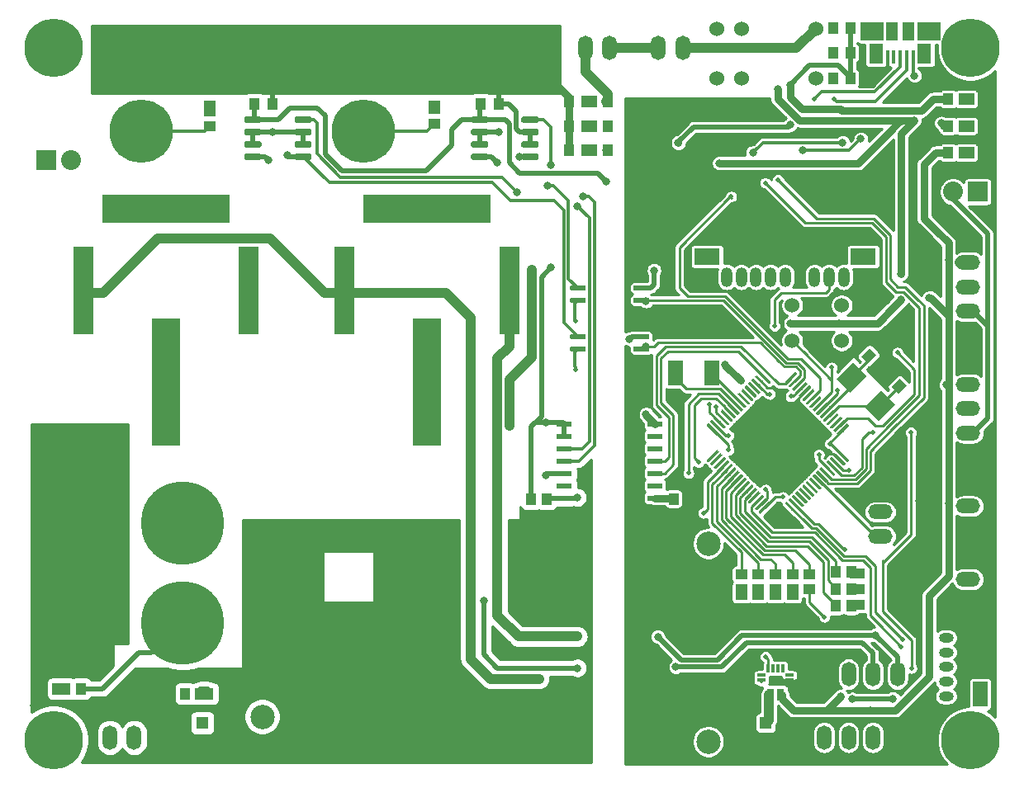
<source format=gbr>
G04 #@! TF.GenerationSoftware,KiCad,Pcbnew,(5.1.5)-3*
G04 #@! TF.CreationDate,2020-03-06T15:50:39+09:00*
G04 #@! TF.ProjectId,Electricity_Manager,456c6563-7472-4696-9369-74795f4d616e,rev?*
G04 #@! TF.SameCoordinates,Original*
G04 #@! TF.FileFunction,Copper,L1,Top*
G04 #@! TF.FilePolarity,Positive*
%FSLAX46Y46*%
G04 Gerber Fmt 4.6, Leading zero omitted, Abs format (unit mm)*
G04 Created by KiCad (PCBNEW (5.1.5)-3) date 2020-03-06 15:50:39*
%MOMM*%
%LPD*%
G04 APERTURE LIST*
%ADD10C,1.524000*%
%ADD11C,0.100000*%
%ADD12R,1.000000X1.200000*%
%ADD13R,1.200000X1.000000*%
%ADD14C,6.500000*%
%ADD15C,1.300000*%
%ADD16R,1.300000X1.300000*%
%ADD17R,2.032000X2.032000*%
%ADD18O,2.032000X2.032000*%
%ADD19O,2.500000X1.500000*%
%ADD20O,1.500000X2.500000*%
%ADD21C,8.500000*%
%ADD22R,1.500000X2.600000*%
%ADD23R,3.000000X13.000000*%
%ADD24R,2.000000X9.000000*%
%ADD25R,13.000000X3.000000*%
%ADD26O,1.524000X1.000000*%
%ADD27C,4.500880*%
%ADD28R,0.400000X1.300000*%
%ADD29R,0.850000X0.300000*%
%ADD30R,0.300000X0.850000*%
%ADD31C,2.500000*%
%ADD32R,1.500000X0.600000*%
%ADD33R,1.175000X1.900000*%
%ADD34R,2.375000X1.900000*%
%ADD35R,1.475000X2.100000*%
%ADD36R,0.450000X1.380000*%
%ADD37R,1.500000X1.000000*%
%ADD38O,1.200000X2.000000*%
%ADD39R,2.600000X1.700000*%
%ADD40C,6.000000*%
%ADD41C,0.800000*%
%ADD42C,0.500000*%
%ADD43C,0.250000*%
%ADD44C,0.300000*%
%ADD45C,1.000000*%
%ADD46C,0.800000*%
%ADD47C,0.500000*%
%ADD48C,0.254000*%
G04 APERTURE END LIST*
D10*
X131790000Y-127400000D03*
X129250000Y-127400000D03*
X126710000Y-127400000D03*
G04 #@! TA.AperFunction,SMDPad,CuDef*
D11*
G36*
X133800432Y-132648960D02*
G01*
X134648960Y-131800432D01*
X135356066Y-132507538D01*
X134507538Y-133356066D01*
X133800432Y-132648960D01*
G37*
G04 #@! TD.AperFunction*
G04 #@! TA.AperFunction,SMDPad,CuDef*
G36*
X135129792Y-133978320D02*
G01*
X135978320Y-133129792D01*
X136685426Y-133836898D01*
X135836898Y-134685426D01*
X135129792Y-133978320D01*
G37*
G04 #@! TD.AperFunction*
G04 #@! TA.AperFunction,SMDPad,CuDef*
G36*
X134356066Y-134659010D02*
G01*
X132659010Y-136356066D01*
X131244796Y-134941852D01*
X132941852Y-133244796D01*
X134356066Y-134659010D01*
G37*
G04 #@! TD.AperFunction*
G04 #@! TA.AperFunction,SMDPad,CuDef*
G36*
X137255204Y-137558148D02*
G01*
X135558148Y-139255204D01*
X134143934Y-137840990D01*
X135840990Y-136143934D01*
X137255204Y-137558148D01*
G37*
G04 #@! TD.AperFunction*
D12*
X131220000Y-156500000D03*
X132780000Y-156500000D03*
X132750000Y-158250000D03*
X131190000Y-158250000D03*
X132780000Y-154750000D03*
X131220000Y-154750000D03*
D13*
X123250000Y-158910000D03*
X123250000Y-157150000D03*
D14*
X82750000Y-102500000D03*
X82750000Y-109500000D03*
X60000000Y-109500000D03*
X60000000Y-102500000D03*
D12*
X116430000Y-147250000D03*
X114550000Y-147250000D03*
D15*
X66250000Y-172750000D03*
D16*
X66250000Y-170250000D03*
X124000000Y-170250000D03*
D15*
X124000000Y-172750000D03*
D17*
X145750000Y-115750000D03*
D18*
X143210000Y-115750000D03*
D19*
X144750000Y-128000000D03*
X144750000Y-125500000D03*
X144750000Y-123000000D03*
X144750000Y-120500000D03*
D20*
X59250000Y-171750000D03*
X56750000Y-171750000D03*
D21*
X53250000Y-160000000D03*
X64250000Y-160000000D03*
X64250000Y-149750000D03*
X53250000Y-149750000D03*
D22*
X146000000Y-161700000D03*
X146000000Y-167300000D03*
D23*
X62500000Y-135250000D03*
D24*
X54050000Y-125900000D03*
X70950000Y-125900000D03*
D25*
X62500000Y-117500000D03*
X89250000Y-117500000D03*
D24*
X97700000Y-125900000D03*
X80800000Y-125900000D03*
D23*
X89250000Y-135250000D03*
D26*
X142500000Y-160000000D03*
X142500000Y-161500000D03*
X142500000Y-163000000D03*
X142500000Y-164500000D03*
X142500000Y-166000000D03*
X142500000Y-167500000D03*
G04 #@! TA.AperFunction,SMDPad,CuDef*
D11*
G36*
X138449568Y-135601040D02*
G01*
X137601040Y-136449568D01*
X136893934Y-135742462D01*
X137742462Y-134893934D01*
X138449568Y-135601040D01*
G37*
G04 #@! TD.AperFunction*
G04 #@! TA.AperFunction,SMDPad,CuDef*
G36*
X137120208Y-134271680D02*
G01*
X136271680Y-135120208D01*
X135564574Y-134413102D01*
X136413102Y-133564574D01*
X137120208Y-134271680D01*
G37*
G04 #@! TD.AperFunction*
D12*
X144870000Y-111750000D03*
X146630000Y-111750000D03*
X146630000Y-109000000D03*
X144870000Y-109000000D03*
X144870000Y-106250000D03*
X146630000Y-106250000D03*
D13*
X121500000Y-157150000D03*
X121500000Y-158910000D03*
X125000000Y-157150000D03*
X125000000Y-158910000D03*
X126750000Y-158910000D03*
X126750000Y-157150000D03*
D12*
X51380000Y-166750000D03*
X49620000Y-166750000D03*
X66870000Y-167250000D03*
X68630000Y-167250000D03*
D13*
X67000000Y-105120000D03*
X67000000Y-106880000D03*
X90000000Y-106880000D03*
X90000000Y-105120000D03*
D12*
X103860000Y-108990000D03*
X105620000Y-108990000D03*
X103860000Y-106490000D03*
X105620000Y-106490000D03*
X103860000Y-111490000D03*
X105620000Y-111490000D03*
D17*
X50250000Y-112500000D03*
D18*
X52790000Y-112500000D03*
D20*
X137500000Y-165250000D03*
X135000000Y-165250000D03*
X132500000Y-165250000D03*
X130000000Y-165250000D03*
D19*
X144750000Y-153000000D03*
X144750000Y-155500000D03*
X144750000Y-148000000D03*
X144750000Y-145500000D03*
D20*
X108000000Y-101000000D03*
X105500000Y-101000000D03*
X113000000Y-101000000D03*
X115500000Y-101000000D03*
D27*
X99000000Y-101500000D03*
D12*
X142720000Y-111750000D03*
X144280000Y-111750000D03*
X144280000Y-109000000D03*
X142720000Y-109000000D03*
X142720000Y-106250000D03*
X144280000Y-106250000D03*
D13*
X121500000Y-156560000D03*
X121500000Y-155000000D03*
X123250000Y-155000000D03*
X123250000Y-156560000D03*
X125000000Y-156560000D03*
X125000000Y-155000000D03*
X126750000Y-155000000D03*
X126750000Y-156560000D03*
X128500000Y-156530000D03*
X128500000Y-154970000D03*
D12*
X101530000Y-147250000D03*
X99970000Y-147250000D03*
X52220000Y-166750000D03*
X53780000Y-166750000D03*
X64470000Y-167250000D03*
X66030000Y-167250000D03*
D13*
X67000000Y-107470000D03*
X67000000Y-109030000D03*
X90000000Y-108780000D03*
X90000000Y-107220000D03*
D12*
X106220000Y-108990000D03*
X107780000Y-108990000D03*
X107780000Y-106490000D03*
X106220000Y-106490000D03*
X107780000Y-111490000D03*
X106220000Y-111490000D03*
D19*
X144750000Y-140500000D03*
X144750000Y-138000000D03*
X144750000Y-135500000D03*
X144750000Y-133000000D03*
D28*
X125700000Y-167350000D03*
X124700000Y-167350000D03*
D29*
X123550000Y-165850000D03*
X123550000Y-165350000D03*
D30*
X124250000Y-164650000D03*
X124750000Y-164650000D03*
X125250000Y-164650000D03*
X125750000Y-164650000D03*
D29*
X126450000Y-165350000D03*
X126450000Y-165850000D03*
D28*
X125300000Y-167350000D03*
X124300000Y-167350000D03*
D31*
X118110000Y-151840000D03*
X118110000Y-162000000D03*
X118110000Y-172160000D03*
X72390000Y-154380000D03*
X72390000Y-164540000D03*
X72390000Y-169620000D03*
D32*
X103350000Y-139555000D03*
X103350000Y-140825000D03*
X103350000Y-142095000D03*
X103350000Y-143365000D03*
X103350000Y-144635000D03*
X103350000Y-145905000D03*
X103350000Y-147175000D03*
X103350000Y-148445000D03*
X112650000Y-148445000D03*
X112650000Y-147175000D03*
X112650000Y-145905000D03*
X112650000Y-144635000D03*
X112650000Y-143365000D03*
X112650000Y-142095000D03*
X112650000Y-140825000D03*
X112650000Y-139555000D03*
D20*
X130000000Y-171750000D03*
X132500000Y-171750000D03*
X135000000Y-171750000D03*
X137500000Y-171750000D03*
D12*
X130920000Y-104100000D03*
X132680000Y-104100000D03*
X132680000Y-101500000D03*
X130920000Y-101500000D03*
X130920000Y-98950000D03*
X132680000Y-98950000D03*
D10*
X129160000Y-99000000D03*
X129160000Y-104080000D03*
X121540000Y-99000000D03*
X121540000Y-104080000D03*
X119000000Y-104080000D03*
X119000000Y-99000000D03*
D33*
X136960000Y-99250000D03*
X138640000Y-99250000D03*
D34*
X134890000Y-99250000D03*
X140710000Y-99250000D03*
D35*
X135337500Y-101550000D03*
X140262500Y-101550000D03*
D36*
X136500000Y-101910000D03*
X137150000Y-101910000D03*
X137800000Y-101910000D03*
X138450000Y-101910000D03*
X139100000Y-101910000D03*
D10*
X131790000Y-131000000D03*
X129250000Y-131000000D03*
X126710000Y-131000000D03*
D22*
X114750000Y-134300000D03*
X114750000Y-128700000D03*
X118500000Y-128700000D03*
X118500000Y-134300000D03*
D37*
X138400000Y-154900000D03*
X138400000Y-156500000D03*
X138400000Y-158100000D03*
X133400000Y-158100000D03*
X133400000Y-156500000D03*
X133400000Y-154900000D03*
D38*
X132000000Y-124500000D03*
X130500000Y-124500000D03*
X129000000Y-124500000D03*
X127500000Y-124500000D03*
X126000000Y-124500000D03*
X124500000Y-124500000D03*
X123000000Y-124500000D03*
X121500000Y-124500000D03*
X120000000Y-124500000D03*
D39*
X134000000Y-122400000D03*
X118000000Y-122400000D03*
G04 #@! TA.AperFunction,SMDPad,CuDef*
D11*
G36*
X132363774Y-139516172D02*
G01*
X132371055Y-139517252D01*
X132378194Y-139519040D01*
X132385124Y-139521520D01*
X132391778Y-139524667D01*
X132398091Y-139528451D01*
X132404002Y-139532835D01*
X132409456Y-139537778D01*
X132515522Y-139643844D01*
X132520465Y-139649298D01*
X132524849Y-139655209D01*
X132528633Y-139661522D01*
X132531780Y-139668176D01*
X132534260Y-139675106D01*
X132536048Y-139682245D01*
X132537128Y-139689526D01*
X132537489Y-139696877D01*
X132537128Y-139704228D01*
X132536048Y-139711509D01*
X132534260Y-139718648D01*
X132531780Y-139725578D01*
X132528633Y-139732232D01*
X132524849Y-139738545D01*
X132520465Y-139744456D01*
X132515522Y-139749910D01*
X131525572Y-140739860D01*
X131520118Y-140744803D01*
X131514207Y-140749187D01*
X131507894Y-140752971D01*
X131501240Y-140756118D01*
X131494310Y-140758598D01*
X131487171Y-140760386D01*
X131479890Y-140761466D01*
X131472539Y-140761827D01*
X131465188Y-140761466D01*
X131457907Y-140760386D01*
X131450768Y-140758598D01*
X131443838Y-140756118D01*
X131437184Y-140752971D01*
X131430871Y-140749187D01*
X131424960Y-140744803D01*
X131419506Y-140739860D01*
X131313440Y-140633794D01*
X131308497Y-140628340D01*
X131304113Y-140622429D01*
X131300329Y-140616116D01*
X131297182Y-140609462D01*
X131294702Y-140602532D01*
X131292914Y-140595393D01*
X131291834Y-140588112D01*
X131291473Y-140580761D01*
X131291834Y-140573410D01*
X131292914Y-140566129D01*
X131294702Y-140558990D01*
X131297182Y-140552060D01*
X131300329Y-140545406D01*
X131304113Y-140539093D01*
X131308497Y-140533182D01*
X131313440Y-140527728D01*
X132303390Y-139537778D01*
X132308844Y-139532835D01*
X132314755Y-139528451D01*
X132321068Y-139524667D01*
X132327722Y-139521520D01*
X132334652Y-139519040D01*
X132341791Y-139517252D01*
X132349072Y-139516172D01*
X132356423Y-139515811D01*
X132363774Y-139516172D01*
G37*
G04 #@! TD.AperFunction*
G04 #@! TA.AperFunction,SMDPad,CuDef*
G36*
X132010221Y-139162619D02*
G01*
X132017502Y-139163699D01*
X132024641Y-139165487D01*
X132031571Y-139167967D01*
X132038225Y-139171114D01*
X132044538Y-139174898D01*
X132050449Y-139179282D01*
X132055903Y-139184225D01*
X132161969Y-139290291D01*
X132166912Y-139295745D01*
X132171296Y-139301656D01*
X132175080Y-139307969D01*
X132178227Y-139314623D01*
X132180707Y-139321553D01*
X132182495Y-139328692D01*
X132183575Y-139335973D01*
X132183936Y-139343324D01*
X132183575Y-139350675D01*
X132182495Y-139357956D01*
X132180707Y-139365095D01*
X132178227Y-139372025D01*
X132175080Y-139378679D01*
X132171296Y-139384992D01*
X132166912Y-139390903D01*
X132161969Y-139396357D01*
X131172019Y-140386307D01*
X131166565Y-140391250D01*
X131160654Y-140395634D01*
X131154341Y-140399418D01*
X131147687Y-140402565D01*
X131140757Y-140405045D01*
X131133618Y-140406833D01*
X131126337Y-140407913D01*
X131118986Y-140408274D01*
X131111635Y-140407913D01*
X131104354Y-140406833D01*
X131097215Y-140405045D01*
X131090285Y-140402565D01*
X131083631Y-140399418D01*
X131077318Y-140395634D01*
X131071407Y-140391250D01*
X131065953Y-140386307D01*
X130959887Y-140280241D01*
X130954944Y-140274787D01*
X130950560Y-140268876D01*
X130946776Y-140262563D01*
X130943629Y-140255909D01*
X130941149Y-140248979D01*
X130939361Y-140241840D01*
X130938281Y-140234559D01*
X130937920Y-140227208D01*
X130938281Y-140219857D01*
X130939361Y-140212576D01*
X130941149Y-140205437D01*
X130943629Y-140198507D01*
X130946776Y-140191853D01*
X130950560Y-140185540D01*
X130954944Y-140179629D01*
X130959887Y-140174175D01*
X131949837Y-139184225D01*
X131955291Y-139179282D01*
X131961202Y-139174898D01*
X131967515Y-139171114D01*
X131974169Y-139167967D01*
X131981099Y-139165487D01*
X131988238Y-139163699D01*
X131995519Y-139162619D01*
X132002870Y-139162258D01*
X132010221Y-139162619D01*
G37*
G04 #@! TD.AperFunction*
G04 #@! TA.AperFunction,SMDPad,CuDef*
G36*
X131656668Y-138809066D02*
G01*
X131663949Y-138810146D01*
X131671088Y-138811934D01*
X131678018Y-138814414D01*
X131684672Y-138817561D01*
X131690985Y-138821345D01*
X131696896Y-138825729D01*
X131702350Y-138830672D01*
X131808416Y-138936738D01*
X131813359Y-138942192D01*
X131817743Y-138948103D01*
X131821527Y-138954416D01*
X131824674Y-138961070D01*
X131827154Y-138968000D01*
X131828942Y-138975139D01*
X131830022Y-138982420D01*
X131830383Y-138989771D01*
X131830022Y-138997122D01*
X131828942Y-139004403D01*
X131827154Y-139011542D01*
X131824674Y-139018472D01*
X131821527Y-139025126D01*
X131817743Y-139031439D01*
X131813359Y-139037350D01*
X131808416Y-139042804D01*
X130818466Y-140032754D01*
X130813012Y-140037697D01*
X130807101Y-140042081D01*
X130800788Y-140045865D01*
X130794134Y-140049012D01*
X130787204Y-140051492D01*
X130780065Y-140053280D01*
X130772784Y-140054360D01*
X130765433Y-140054721D01*
X130758082Y-140054360D01*
X130750801Y-140053280D01*
X130743662Y-140051492D01*
X130736732Y-140049012D01*
X130730078Y-140045865D01*
X130723765Y-140042081D01*
X130717854Y-140037697D01*
X130712400Y-140032754D01*
X130606334Y-139926688D01*
X130601391Y-139921234D01*
X130597007Y-139915323D01*
X130593223Y-139909010D01*
X130590076Y-139902356D01*
X130587596Y-139895426D01*
X130585808Y-139888287D01*
X130584728Y-139881006D01*
X130584367Y-139873655D01*
X130584728Y-139866304D01*
X130585808Y-139859023D01*
X130587596Y-139851884D01*
X130590076Y-139844954D01*
X130593223Y-139838300D01*
X130597007Y-139831987D01*
X130601391Y-139826076D01*
X130606334Y-139820622D01*
X131596284Y-138830672D01*
X131601738Y-138825729D01*
X131607649Y-138821345D01*
X131613962Y-138817561D01*
X131620616Y-138814414D01*
X131627546Y-138811934D01*
X131634685Y-138810146D01*
X131641966Y-138809066D01*
X131649317Y-138808705D01*
X131656668Y-138809066D01*
G37*
G04 #@! TD.AperFunction*
G04 #@! TA.AperFunction,SMDPad,CuDef*
G36*
X131303114Y-138455512D02*
G01*
X131310395Y-138456592D01*
X131317534Y-138458380D01*
X131324464Y-138460860D01*
X131331118Y-138464007D01*
X131337431Y-138467791D01*
X131343342Y-138472175D01*
X131348796Y-138477118D01*
X131454862Y-138583184D01*
X131459805Y-138588638D01*
X131464189Y-138594549D01*
X131467973Y-138600862D01*
X131471120Y-138607516D01*
X131473600Y-138614446D01*
X131475388Y-138621585D01*
X131476468Y-138628866D01*
X131476829Y-138636217D01*
X131476468Y-138643568D01*
X131475388Y-138650849D01*
X131473600Y-138657988D01*
X131471120Y-138664918D01*
X131467973Y-138671572D01*
X131464189Y-138677885D01*
X131459805Y-138683796D01*
X131454862Y-138689250D01*
X130464912Y-139679200D01*
X130459458Y-139684143D01*
X130453547Y-139688527D01*
X130447234Y-139692311D01*
X130440580Y-139695458D01*
X130433650Y-139697938D01*
X130426511Y-139699726D01*
X130419230Y-139700806D01*
X130411879Y-139701167D01*
X130404528Y-139700806D01*
X130397247Y-139699726D01*
X130390108Y-139697938D01*
X130383178Y-139695458D01*
X130376524Y-139692311D01*
X130370211Y-139688527D01*
X130364300Y-139684143D01*
X130358846Y-139679200D01*
X130252780Y-139573134D01*
X130247837Y-139567680D01*
X130243453Y-139561769D01*
X130239669Y-139555456D01*
X130236522Y-139548802D01*
X130234042Y-139541872D01*
X130232254Y-139534733D01*
X130231174Y-139527452D01*
X130230813Y-139520101D01*
X130231174Y-139512750D01*
X130232254Y-139505469D01*
X130234042Y-139498330D01*
X130236522Y-139491400D01*
X130239669Y-139484746D01*
X130243453Y-139478433D01*
X130247837Y-139472522D01*
X130252780Y-139467068D01*
X131242730Y-138477118D01*
X131248184Y-138472175D01*
X131254095Y-138467791D01*
X131260408Y-138464007D01*
X131267062Y-138460860D01*
X131273992Y-138458380D01*
X131281131Y-138456592D01*
X131288412Y-138455512D01*
X131295763Y-138455151D01*
X131303114Y-138455512D01*
G37*
G04 #@! TD.AperFunction*
G04 #@! TA.AperFunction,SMDPad,CuDef*
G36*
X130949561Y-138101959D02*
G01*
X130956842Y-138103039D01*
X130963981Y-138104827D01*
X130970911Y-138107307D01*
X130977565Y-138110454D01*
X130983878Y-138114238D01*
X130989789Y-138118622D01*
X130995243Y-138123565D01*
X131101309Y-138229631D01*
X131106252Y-138235085D01*
X131110636Y-138240996D01*
X131114420Y-138247309D01*
X131117567Y-138253963D01*
X131120047Y-138260893D01*
X131121835Y-138268032D01*
X131122915Y-138275313D01*
X131123276Y-138282664D01*
X131122915Y-138290015D01*
X131121835Y-138297296D01*
X131120047Y-138304435D01*
X131117567Y-138311365D01*
X131114420Y-138318019D01*
X131110636Y-138324332D01*
X131106252Y-138330243D01*
X131101309Y-138335697D01*
X130111359Y-139325647D01*
X130105905Y-139330590D01*
X130099994Y-139334974D01*
X130093681Y-139338758D01*
X130087027Y-139341905D01*
X130080097Y-139344385D01*
X130072958Y-139346173D01*
X130065677Y-139347253D01*
X130058326Y-139347614D01*
X130050975Y-139347253D01*
X130043694Y-139346173D01*
X130036555Y-139344385D01*
X130029625Y-139341905D01*
X130022971Y-139338758D01*
X130016658Y-139334974D01*
X130010747Y-139330590D01*
X130005293Y-139325647D01*
X129899227Y-139219581D01*
X129894284Y-139214127D01*
X129889900Y-139208216D01*
X129886116Y-139201903D01*
X129882969Y-139195249D01*
X129880489Y-139188319D01*
X129878701Y-139181180D01*
X129877621Y-139173899D01*
X129877260Y-139166548D01*
X129877621Y-139159197D01*
X129878701Y-139151916D01*
X129880489Y-139144777D01*
X129882969Y-139137847D01*
X129886116Y-139131193D01*
X129889900Y-139124880D01*
X129894284Y-139118969D01*
X129899227Y-139113515D01*
X130889177Y-138123565D01*
X130894631Y-138118622D01*
X130900542Y-138114238D01*
X130906855Y-138110454D01*
X130913509Y-138107307D01*
X130920439Y-138104827D01*
X130927578Y-138103039D01*
X130934859Y-138101959D01*
X130942210Y-138101598D01*
X130949561Y-138101959D01*
G37*
G04 #@! TD.AperFunction*
G04 #@! TA.AperFunction,SMDPad,CuDef*
G36*
X130596007Y-137748405D02*
G01*
X130603288Y-137749485D01*
X130610427Y-137751273D01*
X130617357Y-137753753D01*
X130624011Y-137756900D01*
X130630324Y-137760684D01*
X130636235Y-137765068D01*
X130641689Y-137770011D01*
X130747755Y-137876077D01*
X130752698Y-137881531D01*
X130757082Y-137887442D01*
X130760866Y-137893755D01*
X130764013Y-137900409D01*
X130766493Y-137907339D01*
X130768281Y-137914478D01*
X130769361Y-137921759D01*
X130769722Y-137929110D01*
X130769361Y-137936461D01*
X130768281Y-137943742D01*
X130766493Y-137950881D01*
X130764013Y-137957811D01*
X130760866Y-137964465D01*
X130757082Y-137970778D01*
X130752698Y-137976689D01*
X130747755Y-137982143D01*
X129757805Y-138972093D01*
X129752351Y-138977036D01*
X129746440Y-138981420D01*
X129740127Y-138985204D01*
X129733473Y-138988351D01*
X129726543Y-138990831D01*
X129719404Y-138992619D01*
X129712123Y-138993699D01*
X129704772Y-138994060D01*
X129697421Y-138993699D01*
X129690140Y-138992619D01*
X129683001Y-138990831D01*
X129676071Y-138988351D01*
X129669417Y-138985204D01*
X129663104Y-138981420D01*
X129657193Y-138977036D01*
X129651739Y-138972093D01*
X129545673Y-138866027D01*
X129540730Y-138860573D01*
X129536346Y-138854662D01*
X129532562Y-138848349D01*
X129529415Y-138841695D01*
X129526935Y-138834765D01*
X129525147Y-138827626D01*
X129524067Y-138820345D01*
X129523706Y-138812994D01*
X129524067Y-138805643D01*
X129525147Y-138798362D01*
X129526935Y-138791223D01*
X129529415Y-138784293D01*
X129532562Y-138777639D01*
X129536346Y-138771326D01*
X129540730Y-138765415D01*
X129545673Y-138759961D01*
X130535623Y-137770011D01*
X130541077Y-137765068D01*
X130546988Y-137760684D01*
X130553301Y-137756900D01*
X130559955Y-137753753D01*
X130566885Y-137751273D01*
X130574024Y-137749485D01*
X130581305Y-137748405D01*
X130588656Y-137748044D01*
X130596007Y-137748405D01*
G37*
G04 #@! TD.AperFunction*
G04 #@! TA.AperFunction,SMDPad,CuDef*
G36*
X130242454Y-137394852D02*
G01*
X130249735Y-137395932D01*
X130256874Y-137397720D01*
X130263804Y-137400200D01*
X130270458Y-137403347D01*
X130276771Y-137407131D01*
X130282682Y-137411515D01*
X130288136Y-137416458D01*
X130394202Y-137522524D01*
X130399145Y-137527978D01*
X130403529Y-137533889D01*
X130407313Y-137540202D01*
X130410460Y-137546856D01*
X130412940Y-137553786D01*
X130414728Y-137560925D01*
X130415808Y-137568206D01*
X130416169Y-137575557D01*
X130415808Y-137582908D01*
X130414728Y-137590189D01*
X130412940Y-137597328D01*
X130410460Y-137604258D01*
X130407313Y-137610912D01*
X130403529Y-137617225D01*
X130399145Y-137623136D01*
X130394202Y-137628590D01*
X129404252Y-138618540D01*
X129398798Y-138623483D01*
X129392887Y-138627867D01*
X129386574Y-138631651D01*
X129379920Y-138634798D01*
X129372990Y-138637278D01*
X129365851Y-138639066D01*
X129358570Y-138640146D01*
X129351219Y-138640507D01*
X129343868Y-138640146D01*
X129336587Y-138639066D01*
X129329448Y-138637278D01*
X129322518Y-138634798D01*
X129315864Y-138631651D01*
X129309551Y-138627867D01*
X129303640Y-138623483D01*
X129298186Y-138618540D01*
X129192120Y-138512474D01*
X129187177Y-138507020D01*
X129182793Y-138501109D01*
X129179009Y-138494796D01*
X129175862Y-138488142D01*
X129173382Y-138481212D01*
X129171594Y-138474073D01*
X129170514Y-138466792D01*
X129170153Y-138459441D01*
X129170514Y-138452090D01*
X129171594Y-138444809D01*
X129173382Y-138437670D01*
X129175862Y-138430740D01*
X129179009Y-138424086D01*
X129182793Y-138417773D01*
X129187177Y-138411862D01*
X129192120Y-138406408D01*
X130182070Y-137416458D01*
X130187524Y-137411515D01*
X130193435Y-137407131D01*
X130199748Y-137403347D01*
X130206402Y-137400200D01*
X130213332Y-137397720D01*
X130220471Y-137395932D01*
X130227752Y-137394852D01*
X130235103Y-137394491D01*
X130242454Y-137394852D01*
G37*
G04 #@! TD.AperFunction*
G04 #@! TA.AperFunction,SMDPad,CuDef*
G36*
X129888901Y-137041299D02*
G01*
X129896182Y-137042379D01*
X129903321Y-137044167D01*
X129910251Y-137046647D01*
X129916905Y-137049794D01*
X129923218Y-137053578D01*
X129929129Y-137057962D01*
X129934583Y-137062905D01*
X130040649Y-137168971D01*
X130045592Y-137174425D01*
X130049976Y-137180336D01*
X130053760Y-137186649D01*
X130056907Y-137193303D01*
X130059387Y-137200233D01*
X130061175Y-137207372D01*
X130062255Y-137214653D01*
X130062616Y-137222004D01*
X130062255Y-137229355D01*
X130061175Y-137236636D01*
X130059387Y-137243775D01*
X130056907Y-137250705D01*
X130053760Y-137257359D01*
X130049976Y-137263672D01*
X130045592Y-137269583D01*
X130040649Y-137275037D01*
X129050699Y-138264987D01*
X129045245Y-138269930D01*
X129039334Y-138274314D01*
X129033021Y-138278098D01*
X129026367Y-138281245D01*
X129019437Y-138283725D01*
X129012298Y-138285513D01*
X129005017Y-138286593D01*
X128997666Y-138286954D01*
X128990315Y-138286593D01*
X128983034Y-138285513D01*
X128975895Y-138283725D01*
X128968965Y-138281245D01*
X128962311Y-138278098D01*
X128955998Y-138274314D01*
X128950087Y-138269930D01*
X128944633Y-138264987D01*
X128838567Y-138158921D01*
X128833624Y-138153467D01*
X128829240Y-138147556D01*
X128825456Y-138141243D01*
X128822309Y-138134589D01*
X128819829Y-138127659D01*
X128818041Y-138120520D01*
X128816961Y-138113239D01*
X128816600Y-138105888D01*
X128816961Y-138098537D01*
X128818041Y-138091256D01*
X128819829Y-138084117D01*
X128822309Y-138077187D01*
X128825456Y-138070533D01*
X128829240Y-138064220D01*
X128833624Y-138058309D01*
X128838567Y-138052855D01*
X129828517Y-137062905D01*
X129833971Y-137057962D01*
X129839882Y-137053578D01*
X129846195Y-137049794D01*
X129852849Y-137046647D01*
X129859779Y-137044167D01*
X129866918Y-137042379D01*
X129874199Y-137041299D01*
X129881550Y-137040938D01*
X129888901Y-137041299D01*
G37*
G04 #@! TD.AperFunction*
G04 #@! TA.AperFunction,SMDPad,CuDef*
G36*
X129535347Y-136687745D02*
G01*
X129542628Y-136688825D01*
X129549767Y-136690613D01*
X129556697Y-136693093D01*
X129563351Y-136696240D01*
X129569664Y-136700024D01*
X129575575Y-136704408D01*
X129581029Y-136709351D01*
X129687095Y-136815417D01*
X129692038Y-136820871D01*
X129696422Y-136826782D01*
X129700206Y-136833095D01*
X129703353Y-136839749D01*
X129705833Y-136846679D01*
X129707621Y-136853818D01*
X129708701Y-136861099D01*
X129709062Y-136868450D01*
X129708701Y-136875801D01*
X129707621Y-136883082D01*
X129705833Y-136890221D01*
X129703353Y-136897151D01*
X129700206Y-136903805D01*
X129696422Y-136910118D01*
X129692038Y-136916029D01*
X129687095Y-136921483D01*
X128697145Y-137911433D01*
X128691691Y-137916376D01*
X128685780Y-137920760D01*
X128679467Y-137924544D01*
X128672813Y-137927691D01*
X128665883Y-137930171D01*
X128658744Y-137931959D01*
X128651463Y-137933039D01*
X128644112Y-137933400D01*
X128636761Y-137933039D01*
X128629480Y-137931959D01*
X128622341Y-137930171D01*
X128615411Y-137927691D01*
X128608757Y-137924544D01*
X128602444Y-137920760D01*
X128596533Y-137916376D01*
X128591079Y-137911433D01*
X128485013Y-137805367D01*
X128480070Y-137799913D01*
X128475686Y-137794002D01*
X128471902Y-137787689D01*
X128468755Y-137781035D01*
X128466275Y-137774105D01*
X128464487Y-137766966D01*
X128463407Y-137759685D01*
X128463046Y-137752334D01*
X128463407Y-137744983D01*
X128464487Y-137737702D01*
X128466275Y-137730563D01*
X128468755Y-137723633D01*
X128471902Y-137716979D01*
X128475686Y-137710666D01*
X128480070Y-137704755D01*
X128485013Y-137699301D01*
X129474963Y-136709351D01*
X129480417Y-136704408D01*
X129486328Y-136700024D01*
X129492641Y-136696240D01*
X129499295Y-136693093D01*
X129506225Y-136690613D01*
X129513364Y-136688825D01*
X129520645Y-136687745D01*
X129527996Y-136687384D01*
X129535347Y-136687745D01*
G37*
G04 #@! TD.AperFunction*
G04 #@! TA.AperFunction,SMDPad,CuDef*
G36*
X129181794Y-136334192D02*
G01*
X129189075Y-136335272D01*
X129196214Y-136337060D01*
X129203144Y-136339540D01*
X129209798Y-136342687D01*
X129216111Y-136346471D01*
X129222022Y-136350855D01*
X129227476Y-136355798D01*
X129333542Y-136461864D01*
X129338485Y-136467318D01*
X129342869Y-136473229D01*
X129346653Y-136479542D01*
X129349800Y-136486196D01*
X129352280Y-136493126D01*
X129354068Y-136500265D01*
X129355148Y-136507546D01*
X129355509Y-136514897D01*
X129355148Y-136522248D01*
X129354068Y-136529529D01*
X129352280Y-136536668D01*
X129349800Y-136543598D01*
X129346653Y-136550252D01*
X129342869Y-136556565D01*
X129338485Y-136562476D01*
X129333542Y-136567930D01*
X128343592Y-137557880D01*
X128338138Y-137562823D01*
X128332227Y-137567207D01*
X128325914Y-137570991D01*
X128319260Y-137574138D01*
X128312330Y-137576618D01*
X128305191Y-137578406D01*
X128297910Y-137579486D01*
X128290559Y-137579847D01*
X128283208Y-137579486D01*
X128275927Y-137578406D01*
X128268788Y-137576618D01*
X128261858Y-137574138D01*
X128255204Y-137570991D01*
X128248891Y-137567207D01*
X128242980Y-137562823D01*
X128237526Y-137557880D01*
X128131460Y-137451814D01*
X128126517Y-137446360D01*
X128122133Y-137440449D01*
X128118349Y-137434136D01*
X128115202Y-137427482D01*
X128112722Y-137420552D01*
X128110934Y-137413413D01*
X128109854Y-137406132D01*
X128109493Y-137398781D01*
X128109854Y-137391430D01*
X128110934Y-137384149D01*
X128112722Y-137377010D01*
X128115202Y-137370080D01*
X128118349Y-137363426D01*
X128122133Y-137357113D01*
X128126517Y-137351202D01*
X128131460Y-137345748D01*
X129121410Y-136355798D01*
X129126864Y-136350855D01*
X129132775Y-136346471D01*
X129139088Y-136342687D01*
X129145742Y-136339540D01*
X129152672Y-136337060D01*
X129159811Y-136335272D01*
X129167092Y-136334192D01*
X129174443Y-136333831D01*
X129181794Y-136334192D01*
G37*
G04 #@! TD.AperFunction*
G04 #@! TA.AperFunction,SMDPad,CuDef*
G36*
X128828241Y-135980639D02*
G01*
X128835522Y-135981719D01*
X128842661Y-135983507D01*
X128849591Y-135985987D01*
X128856245Y-135989134D01*
X128862558Y-135992918D01*
X128868469Y-135997302D01*
X128873923Y-136002245D01*
X128979989Y-136108311D01*
X128984932Y-136113765D01*
X128989316Y-136119676D01*
X128993100Y-136125989D01*
X128996247Y-136132643D01*
X128998727Y-136139573D01*
X129000515Y-136146712D01*
X129001595Y-136153993D01*
X129001956Y-136161344D01*
X129001595Y-136168695D01*
X129000515Y-136175976D01*
X128998727Y-136183115D01*
X128996247Y-136190045D01*
X128993100Y-136196699D01*
X128989316Y-136203012D01*
X128984932Y-136208923D01*
X128979989Y-136214377D01*
X127990039Y-137204327D01*
X127984585Y-137209270D01*
X127978674Y-137213654D01*
X127972361Y-137217438D01*
X127965707Y-137220585D01*
X127958777Y-137223065D01*
X127951638Y-137224853D01*
X127944357Y-137225933D01*
X127937006Y-137226294D01*
X127929655Y-137225933D01*
X127922374Y-137224853D01*
X127915235Y-137223065D01*
X127908305Y-137220585D01*
X127901651Y-137217438D01*
X127895338Y-137213654D01*
X127889427Y-137209270D01*
X127883973Y-137204327D01*
X127777907Y-137098261D01*
X127772964Y-137092807D01*
X127768580Y-137086896D01*
X127764796Y-137080583D01*
X127761649Y-137073929D01*
X127759169Y-137066999D01*
X127757381Y-137059860D01*
X127756301Y-137052579D01*
X127755940Y-137045228D01*
X127756301Y-137037877D01*
X127757381Y-137030596D01*
X127759169Y-137023457D01*
X127761649Y-137016527D01*
X127764796Y-137009873D01*
X127768580Y-137003560D01*
X127772964Y-136997649D01*
X127777907Y-136992195D01*
X128767857Y-136002245D01*
X128773311Y-135997302D01*
X128779222Y-135992918D01*
X128785535Y-135989134D01*
X128792189Y-135985987D01*
X128799119Y-135983507D01*
X128806258Y-135981719D01*
X128813539Y-135980639D01*
X128820890Y-135980278D01*
X128828241Y-135980639D01*
G37*
G04 #@! TD.AperFunction*
G04 #@! TA.AperFunction,SMDPad,CuDef*
G36*
X128474687Y-135627085D02*
G01*
X128481968Y-135628165D01*
X128489107Y-135629953D01*
X128496037Y-135632433D01*
X128502691Y-135635580D01*
X128509004Y-135639364D01*
X128514915Y-135643748D01*
X128520369Y-135648691D01*
X128626435Y-135754757D01*
X128631378Y-135760211D01*
X128635762Y-135766122D01*
X128639546Y-135772435D01*
X128642693Y-135779089D01*
X128645173Y-135786019D01*
X128646961Y-135793158D01*
X128648041Y-135800439D01*
X128648402Y-135807790D01*
X128648041Y-135815141D01*
X128646961Y-135822422D01*
X128645173Y-135829561D01*
X128642693Y-135836491D01*
X128639546Y-135843145D01*
X128635762Y-135849458D01*
X128631378Y-135855369D01*
X128626435Y-135860823D01*
X127636485Y-136850773D01*
X127631031Y-136855716D01*
X127625120Y-136860100D01*
X127618807Y-136863884D01*
X127612153Y-136867031D01*
X127605223Y-136869511D01*
X127598084Y-136871299D01*
X127590803Y-136872379D01*
X127583452Y-136872740D01*
X127576101Y-136872379D01*
X127568820Y-136871299D01*
X127561681Y-136869511D01*
X127554751Y-136867031D01*
X127548097Y-136863884D01*
X127541784Y-136860100D01*
X127535873Y-136855716D01*
X127530419Y-136850773D01*
X127424353Y-136744707D01*
X127419410Y-136739253D01*
X127415026Y-136733342D01*
X127411242Y-136727029D01*
X127408095Y-136720375D01*
X127405615Y-136713445D01*
X127403827Y-136706306D01*
X127402747Y-136699025D01*
X127402386Y-136691674D01*
X127402747Y-136684323D01*
X127403827Y-136677042D01*
X127405615Y-136669903D01*
X127408095Y-136662973D01*
X127411242Y-136656319D01*
X127415026Y-136650006D01*
X127419410Y-136644095D01*
X127424353Y-136638641D01*
X128414303Y-135648691D01*
X128419757Y-135643748D01*
X128425668Y-135639364D01*
X128431981Y-135635580D01*
X128438635Y-135632433D01*
X128445565Y-135629953D01*
X128452704Y-135628165D01*
X128459985Y-135627085D01*
X128467336Y-135626724D01*
X128474687Y-135627085D01*
G37*
G04 #@! TD.AperFunction*
G04 #@! TA.AperFunction,SMDPad,CuDef*
G36*
X128121134Y-135273532D02*
G01*
X128128415Y-135274612D01*
X128135554Y-135276400D01*
X128142484Y-135278880D01*
X128149138Y-135282027D01*
X128155451Y-135285811D01*
X128161362Y-135290195D01*
X128166816Y-135295138D01*
X128272882Y-135401204D01*
X128277825Y-135406658D01*
X128282209Y-135412569D01*
X128285993Y-135418882D01*
X128289140Y-135425536D01*
X128291620Y-135432466D01*
X128293408Y-135439605D01*
X128294488Y-135446886D01*
X128294849Y-135454237D01*
X128294488Y-135461588D01*
X128293408Y-135468869D01*
X128291620Y-135476008D01*
X128289140Y-135482938D01*
X128285993Y-135489592D01*
X128282209Y-135495905D01*
X128277825Y-135501816D01*
X128272882Y-135507270D01*
X127282932Y-136497220D01*
X127277478Y-136502163D01*
X127271567Y-136506547D01*
X127265254Y-136510331D01*
X127258600Y-136513478D01*
X127251670Y-136515958D01*
X127244531Y-136517746D01*
X127237250Y-136518826D01*
X127229899Y-136519187D01*
X127222548Y-136518826D01*
X127215267Y-136517746D01*
X127208128Y-136515958D01*
X127201198Y-136513478D01*
X127194544Y-136510331D01*
X127188231Y-136506547D01*
X127182320Y-136502163D01*
X127176866Y-136497220D01*
X127070800Y-136391154D01*
X127065857Y-136385700D01*
X127061473Y-136379789D01*
X127057689Y-136373476D01*
X127054542Y-136366822D01*
X127052062Y-136359892D01*
X127050274Y-136352753D01*
X127049194Y-136345472D01*
X127048833Y-136338121D01*
X127049194Y-136330770D01*
X127050274Y-136323489D01*
X127052062Y-136316350D01*
X127054542Y-136309420D01*
X127057689Y-136302766D01*
X127061473Y-136296453D01*
X127065857Y-136290542D01*
X127070800Y-136285088D01*
X128060750Y-135295138D01*
X128066204Y-135290195D01*
X128072115Y-135285811D01*
X128078428Y-135282027D01*
X128085082Y-135278880D01*
X128092012Y-135276400D01*
X128099151Y-135274612D01*
X128106432Y-135273532D01*
X128113783Y-135273171D01*
X128121134Y-135273532D01*
G37*
G04 #@! TD.AperFunction*
G04 #@! TA.AperFunction,SMDPad,CuDef*
G36*
X127767580Y-134919978D02*
G01*
X127774861Y-134921058D01*
X127782000Y-134922846D01*
X127788930Y-134925326D01*
X127795584Y-134928473D01*
X127801897Y-134932257D01*
X127807808Y-134936641D01*
X127813262Y-134941584D01*
X127919328Y-135047650D01*
X127924271Y-135053104D01*
X127928655Y-135059015D01*
X127932439Y-135065328D01*
X127935586Y-135071982D01*
X127938066Y-135078912D01*
X127939854Y-135086051D01*
X127940934Y-135093332D01*
X127941295Y-135100683D01*
X127940934Y-135108034D01*
X127939854Y-135115315D01*
X127938066Y-135122454D01*
X127935586Y-135129384D01*
X127932439Y-135136038D01*
X127928655Y-135142351D01*
X127924271Y-135148262D01*
X127919328Y-135153716D01*
X126929378Y-136143666D01*
X126923924Y-136148609D01*
X126918013Y-136152993D01*
X126911700Y-136156777D01*
X126905046Y-136159924D01*
X126898116Y-136162404D01*
X126890977Y-136164192D01*
X126883696Y-136165272D01*
X126876345Y-136165633D01*
X126868994Y-136165272D01*
X126861713Y-136164192D01*
X126854574Y-136162404D01*
X126847644Y-136159924D01*
X126840990Y-136156777D01*
X126834677Y-136152993D01*
X126828766Y-136148609D01*
X126823312Y-136143666D01*
X126717246Y-136037600D01*
X126712303Y-136032146D01*
X126707919Y-136026235D01*
X126704135Y-136019922D01*
X126700988Y-136013268D01*
X126698508Y-136006338D01*
X126696720Y-135999199D01*
X126695640Y-135991918D01*
X126695279Y-135984567D01*
X126695640Y-135977216D01*
X126696720Y-135969935D01*
X126698508Y-135962796D01*
X126700988Y-135955866D01*
X126704135Y-135949212D01*
X126707919Y-135942899D01*
X126712303Y-135936988D01*
X126717246Y-135931534D01*
X127707196Y-134941584D01*
X127712650Y-134936641D01*
X127718561Y-134932257D01*
X127724874Y-134928473D01*
X127731528Y-134925326D01*
X127738458Y-134922846D01*
X127745597Y-134921058D01*
X127752878Y-134919978D01*
X127760229Y-134919617D01*
X127767580Y-134919978D01*
G37*
G04 #@! TD.AperFunction*
G04 #@! TA.AperFunction,SMDPad,CuDef*
G36*
X127414027Y-134566425D02*
G01*
X127421308Y-134567505D01*
X127428447Y-134569293D01*
X127435377Y-134571773D01*
X127442031Y-134574920D01*
X127448344Y-134578704D01*
X127454255Y-134583088D01*
X127459709Y-134588031D01*
X127565775Y-134694097D01*
X127570718Y-134699551D01*
X127575102Y-134705462D01*
X127578886Y-134711775D01*
X127582033Y-134718429D01*
X127584513Y-134725359D01*
X127586301Y-134732498D01*
X127587381Y-134739779D01*
X127587742Y-134747130D01*
X127587381Y-134754481D01*
X127586301Y-134761762D01*
X127584513Y-134768901D01*
X127582033Y-134775831D01*
X127578886Y-134782485D01*
X127575102Y-134788798D01*
X127570718Y-134794709D01*
X127565775Y-134800163D01*
X126575825Y-135790113D01*
X126570371Y-135795056D01*
X126564460Y-135799440D01*
X126558147Y-135803224D01*
X126551493Y-135806371D01*
X126544563Y-135808851D01*
X126537424Y-135810639D01*
X126530143Y-135811719D01*
X126522792Y-135812080D01*
X126515441Y-135811719D01*
X126508160Y-135810639D01*
X126501021Y-135808851D01*
X126494091Y-135806371D01*
X126487437Y-135803224D01*
X126481124Y-135799440D01*
X126475213Y-135795056D01*
X126469759Y-135790113D01*
X126363693Y-135684047D01*
X126358750Y-135678593D01*
X126354366Y-135672682D01*
X126350582Y-135666369D01*
X126347435Y-135659715D01*
X126344955Y-135652785D01*
X126343167Y-135645646D01*
X126342087Y-135638365D01*
X126341726Y-135631014D01*
X126342087Y-135623663D01*
X126343167Y-135616382D01*
X126344955Y-135609243D01*
X126347435Y-135602313D01*
X126350582Y-135595659D01*
X126354366Y-135589346D01*
X126358750Y-135583435D01*
X126363693Y-135577981D01*
X127353643Y-134588031D01*
X127359097Y-134583088D01*
X127365008Y-134578704D01*
X127371321Y-134574920D01*
X127377975Y-134571773D01*
X127384905Y-134569293D01*
X127392044Y-134567505D01*
X127399325Y-134566425D01*
X127406676Y-134566064D01*
X127414027Y-134566425D01*
G37*
G04 #@! TD.AperFunction*
G04 #@! TA.AperFunction,SMDPad,CuDef*
G36*
X127060474Y-134212872D02*
G01*
X127067755Y-134213952D01*
X127074894Y-134215740D01*
X127081824Y-134218220D01*
X127088478Y-134221367D01*
X127094791Y-134225151D01*
X127100702Y-134229535D01*
X127106156Y-134234478D01*
X127212222Y-134340544D01*
X127217165Y-134345998D01*
X127221549Y-134351909D01*
X127225333Y-134358222D01*
X127228480Y-134364876D01*
X127230960Y-134371806D01*
X127232748Y-134378945D01*
X127233828Y-134386226D01*
X127234189Y-134393577D01*
X127233828Y-134400928D01*
X127232748Y-134408209D01*
X127230960Y-134415348D01*
X127228480Y-134422278D01*
X127225333Y-134428932D01*
X127221549Y-134435245D01*
X127217165Y-134441156D01*
X127212222Y-134446610D01*
X126222272Y-135436560D01*
X126216818Y-135441503D01*
X126210907Y-135445887D01*
X126204594Y-135449671D01*
X126197940Y-135452818D01*
X126191010Y-135455298D01*
X126183871Y-135457086D01*
X126176590Y-135458166D01*
X126169239Y-135458527D01*
X126161888Y-135458166D01*
X126154607Y-135457086D01*
X126147468Y-135455298D01*
X126140538Y-135452818D01*
X126133884Y-135449671D01*
X126127571Y-135445887D01*
X126121660Y-135441503D01*
X126116206Y-135436560D01*
X126010140Y-135330494D01*
X126005197Y-135325040D01*
X126000813Y-135319129D01*
X125997029Y-135312816D01*
X125993882Y-135306162D01*
X125991402Y-135299232D01*
X125989614Y-135292093D01*
X125988534Y-135284812D01*
X125988173Y-135277461D01*
X125988534Y-135270110D01*
X125989614Y-135262829D01*
X125991402Y-135255690D01*
X125993882Y-135248760D01*
X125997029Y-135242106D01*
X126000813Y-135235793D01*
X126005197Y-135229882D01*
X126010140Y-135224428D01*
X127000090Y-134234478D01*
X127005544Y-134229535D01*
X127011455Y-134225151D01*
X127017768Y-134221367D01*
X127024422Y-134218220D01*
X127031352Y-134215740D01*
X127038491Y-134213952D01*
X127045772Y-134212872D01*
X127053123Y-134212511D01*
X127060474Y-134212872D01*
G37*
G04 #@! TD.AperFunction*
G04 #@! TA.AperFunction,SMDPad,CuDef*
G36*
X123454228Y-134212872D02*
G01*
X123461509Y-134213952D01*
X123468648Y-134215740D01*
X123475578Y-134218220D01*
X123482232Y-134221367D01*
X123488545Y-134225151D01*
X123494456Y-134229535D01*
X123499910Y-134234478D01*
X124489860Y-135224428D01*
X124494803Y-135229882D01*
X124499187Y-135235793D01*
X124502971Y-135242106D01*
X124506118Y-135248760D01*
X124508598Y-135255690D01*
X124510386Y-135262829D01*
X124511466Y-135270110D01*
X124511827Y-135277461D01*
X124511466Y-135284812D01*
X124510386Y-135292093D01*
X124508598Y-135299232D01*
X124506118Y-135306162D01*
X124502971Y-135312816D01*
X124499187Y-135319129D01*
X124494803Y-135325040D01*
X124489860Y-135330494D01*
X124383794Y-135436560D01*
X124378340Y-135441503D01*
X124372429Y-135445887D01*
X124366116Y-135449671D01*
X124359462Y-135452818D01*
X124352532Y-135455298D01*
X124345393Y-135457086D01*
X124338112Y-135458166D01*
X124330761Y-135458527D01*
X124323410Y-135458166D01*
X124316129Y-135457086D01*
X124308990Y-135455298D01*
X124302060Y-135452818D01*
X124295406Y-135449671D01*
X124289093Y-135445887D01*
X124283182Y-135441503D01*
X124277728Y-135436560D01*
X123287778Y-134446610D01*
X123282835Y-134441156D01*
X123278451Y-134435245D01*
X123274667Y-134428932D01*
X123271520Y-134422278D01*
X123269040Y-134415348D01*
X123267252Y-134408209D01*
X123266172Y-134400928D01*
X123265811Y-134393577D01*
X123266172Y-134386226D01*
X123267252Y-134378945D01*
X123269040Y-134371806D01*
X123271520Y-134364876D01*
X123274667Y-134358222D01*
X123278451Y-134351909D01*
X123282835Y-134345998D01*
X123287778Y-134340544D01*
X123393844Y-134234478D01*
X123399298Y-134229535D01*
X123405209Y-134225151D01*
X123411522Y-134221367D01*
X123418176Y-134218220D01*
X123425106Y-134215740D01*
X123432245Y-134213952D01*
X123439526Y-134212872D01*
X123446877Y-134212511D01*
X123454228Y-134212872D01*
G37*
G04 #@! TD.AperFunction*
G04 #@! TA.AperFunction,SMDPad,CuDef*
G36*
X123100675Y-134566425D02*
G01*
X123107956Y-134567505D01*
X123115095Y-134569293D01*
X123122025Y-134571773D01*
X123128679Y-134574920D01*
X123134992Y-134578704D01*
X123140903Y-134583088D01*
X123146357Y-134588031D01*
X124136307Y-135577981D01*
X124141250Y-135583435D01*
X124145634Y-135589346D01*
X124149418Y-135595659D01*
X124152565Y-135602313D01*
X124155045Y-135609243D01*
X124156833Y-135616382D01*
X124157913Y-135623663D01*
X124158274Y-135631014D01*
X124157913Y-135638365D01*
X124156833Y-135645646D01*
X124155045Y-135652785D01*
X124152565Y-135659715D01*
X124149418Y-135666369D01*
X124145634Y-135672682D01*
X124141250Y-135678593D01*
X124136307Y-135684047D01*
X124030241Y-135790113D01*
X124024787Y-135795056D01*
X124018876Y-135799440D01*
X124012563Y-135803224D01*
X124005909Y-135806371D01*
X123998979Y-135808851D01*
X123991840Y-135810639D01*
X123984559Y-135811719D01*
X123977208Y-135812080D01*
X123969857Y-135811719D01*
X123962576Y-135810639D01*
X123955437Y-135808851D01*
X123948507Y-135806371D01*
X123941853Y-135803224D01*
X123935540Y-135799440D01*
X123929629Y-135795056D01*
X123924175Y-135790113D01*
X122934225Y-134800163D01*
X122929282Y-134794709D01*
X122924898Y-134788798D01*
X122921114Y-134782485D01*
X122917967Y-134775831D01*
X122915487Y-134768901D01*
X122913699Y-134761762D01*
X122912619Y-134754481D01*
X122912258Y-134747130D01*
X122912619Y-134739779D01*
X122913699Y-134732498D01*
X122915487Y-134725359D01*
X122917967Y-134718429D01*
X122921114Y-134711775D01*
X122924898Y-134705462D01*
X122929282Y-134699551D01*
X122934225Y-134694097D01*
X123040291Y-134588031D01*
X123045745Y-134583088D01*
X123051656Y-134578704D01*
X123057969Y-134574920D01*
X123064623Y-134571773D01*
X123071553Y-134569293D01*
X123078692Y-134567505D01*
X123085973Y-134566425D01*
X123093324Y-134566064D01*
X123100675Y-134566425D01*
G37*
G04 #@! TD.AperFunction*
G04 #@! TA.AperFunction,SMDPad,CuDef*
G36*
X122747122Y-134919978D02*
G01*
X122754403Y-134921058D01*
X122761542Y-134922846D01*
X122768472Y-134925326D01*
X122775126Y-134928473D01*
X122781439Y-134932257D01*
X122787350Y-134936641D01*
X122792804Y-134941584D01*
X123782754Y-135931534D01*
X123787697Y-135936988D01*
X123792081Y-135942899D01*
X123795865Y-135949212D01*
X123799012Y-135955866D01*
X123801492Y-135962796D01*
X123803280Y-135969935D01*
X123804360Y-135977216D01*
X123804721Y-135984567D01*
X123804360Y-135991918D01*
X123803280Y-135999199D01*
X123801492Y-136006338D01*
X123799012Y-136013268D01*
X123795865Y-136019922D01*
X123792081Y-136026235D01*
X123787697Y-136032146D01*
X123782754Y-136037600D01*
X123676688Y-136143666D01*
X123671234Y-136148609D01*
X123665323Y-136152993D01*
X123659010Y-136156777D01*
X123652356Y-136159924D01*
X123645426Y-136162404D01*
X123638287Y-136164192D01*
X123631006Y-136165272D01*
X123623655Y-136165633D01*
X123616304Y-136165272D01*
X123609023Y-136164192D01*
X123601884Y-136162404D01*
X123594954Y-136159924D01*
X123588300Y-136156777D01*
X123581987Y-136152993D01*
X123576076Y-136148609D01*
X123570622Y-136143666D01*
X122580672Y-135153716D01*
X122575729Y-135148262D01*
X122571345Y-135142351D01*
X122567561Y-135136038D01*
X122564414Y-135129384D01*
X122561934Y-135122454D01*
X122560146Y-135115315D01*
X122559066Y-135108034D01*
X122558705Y-135100683D01*
X122559066Y-135093332D01*
X122560146Y-135086051D01*
X122561934Y-135078912D01*
X122564414Y-135071982D01*
X122567561Y-135065328D01*
X122571345Y-135059015D01*
X122575729Y-135053104D01*
X122580672Y-135047650D01*
X122686738Y-134941584D01*
X122692192Y-134936641D01*
X122698103Y-134932257D01*
X122704416Y-134928473D01*
X122711070Y-134925326D01*
X122718000Y-134922846D01*
X122725139Y-134921058D01*
X122732420Y-134919978D01*
X122739771Y-134919617D01*
X122747122Y-134919978D01*
G37*
G04 #@! TD.AperFunction*
G04 #@! TA.AperFunction,SMDPad,CuDef*
G36*
X122393568Y-135273532D02*
G01*
X122400849Y-135274612D01*
X122407988Y-135276400D01*
X122414918Y-135278880D01*
X122421572Y-135282027D01*
X122427885Y-135285811D01*
X122433796Y-135290195D01*
X122439250Y-135295138D01*
X123429200Y-136285088D01*
X123434143Y-136290542D01*
X123438527Y-136296453D01*
X123442311Y-136302766D01*
X123445458Y-136309420D01*
X123447938Y-136316350D01*
X123449726Y-136323489D01*
X123450806Y-136330770D01*
X123451167Y-136338121D01*
X123450806Y-136345472D01*
X123449726Y-136352753D01*
X123447938Y-136359892D01*
X123445458Y-136366822D01*
X123442311Y-136373476D01*
X123438527Y-136379789D01*
X123434143Y-136385700D01*
X123429200Y-136391154D01*
X123323134Y-136497220D01*
X123317680Y-136502163D01*
X123311769Y-136506547D01*
X123305456Y-136510331D01*
X123298802Y-136513478D01*
X123291872Y-136515958D01*
X123284733Y-136517746D01*
X123277452Y-136518826D01*
X123270101Y-136519187D01*
X123262750Y-136518826D01*
X123255469Y-136517746D01*
X123248330Y-136515958D01*
X123241400Y-136513478D01*
X123234746Y-136510331D01*
X123228433Y-136506547D01*
X123222522Y-136502163D01*
X123217068Y-136497220D01*
X122227118Y-135507270D01*
X122222175Y-135501816D01*
X122217791Y-135495905D01*
X122214007Y-135489592D01*
X122210860Y-135482938D01*
X122208380Y-135476008D01*
X122206592Y-135468869D01*
X122205512Y-135461588D01*
X122205151Y-135454237D01*
X122205512Y-135446886D01*
X122206592Y-135439605D01*
X122208380Y-135432466D01*
X122210860Y-135425536D01*
X122214007Y-135418882D01*
X122217791Y-135412569D01*
X122222175Y-135406658D01*
X122227118Y-135401204D01*
X122333184Y-135295138D01*
X122338638Y-135290195D01*
X122344549Y-135285811D01*
X122350862Y-135282027D01*
X122357516Y-135278880D01*
X122364446Y-135276400D01*
X122371585Y-135274612D01*
X122378866Y-135273532D01*
X122386217Y-135273171D01*
X122393568Y-135273532D01*
G37*
G04 #@! TD.AperFunction*
G04 #@! TA.AperFunction,SMDPad,CuDef*
G36*
X122040015Y-135627085D02*
G01*
X122047296Y-135628165D01*
X122054435Y-135629953D01*
X122061365Y-135632433D01*
X122068019Y-135635580D01*
X122074332Y-135639364D01*
X122080243Y-135643748D01*
X122085697Y-135648691D01*
X123075647Y-136638641D01*
X123080590Y-136644095D01*
X123084974Y-136650006D01*
X123088758Y-136656319D01*
X123091905Y-136662973D01*
X123094385Y-136669903D01*
X123096173Y-136677042D01*
X123097253Y-136684323D01*
X123097614Y-136691674D01*
X123097253Y-136699025D01*
X123096173Y-136706306D01*
X123094385Y-136713445D01*
X123091905Y-136720375D01*
X123088758Y-136727029D01*
X123084974Y-136733342D01*
X123080590Y-136739253D01*
X123075647Y-136744707D01*
X122969581Y-136850773D01*
X122964127Y-136855716D01*
X122958216Y-136860100D01*
X122951903Y-136863884D01*
X122945249Y-136867031D01*
X122938319Y-136869511D01*
X122931180Y-136871299D01*
X122923899Y-136872379D01*
X122916548Y-136872740D01*
X122909197Y-136872379D01*
X122901916Y-136871299D01*
X122894777Y-136869511D01*
X122887847Y-136867031D01*
X122881193Y-136863884D01*
X122874880Y-136860100D01*
X122868969Y-136855716D01*
X122863515Y-136850773D01*
X121873565Y-135860823D01*
X121868622Y-135855369D01*
X121864238Y-135849458D01*
X121860454Y-135843145D01*
X121857307Y-135836491D01*
X121854827Y-135829561D01*
X121853039Y-135822422D01*
X121851959Y-135815141D01*
X121851598Y-135807790D01*
X121851959Y-135800439D01*
X121853039Y-135793158D01*
X121854827Y-135786019D01*
X121857307Y-135779089D01*
X121860454Y-135772435D01*
X121864238Y-135766122D01*
X121868622Y-135760211D01*
X121873565Y-135754757D01*
X121979631Y-135648691D01*
X121985085Y-135643748D01*
X121990996Y-135639364D01*
X121997309Y-135635580D01*
X122003963Y-135632433D01*
X122010893Y-135629953D01*
X122018032Y-135628165D01*
X122025313Y-135627085D01*
X122032664Y-135626724D01*
X122040015Y-135627085D01*
G37*
G04 #@! TD.AperFunction*
G04 #@! TA.AperFunction,SMDPad,CuDef*
G36*
X121686461Y-135980639D02*
G01*
X121693742Y-135981719D01*
X121700881Y-135983507D01*
X121707811Y-135985987D01*
X121714465Y-135989134D01*
X121720778Y-135992918D01*
X121726689Y-135997302D01*
X121732143Y-136002245D01*
X122722093Y-136992195D01*
X122727036Y-136997649D01*
X122731420Y-137003560D01*
X122735204Y-137009873D01*
X122738351Y-137016527D01*
X122740831Y-137023457D01*
X122742619Y-137030596D01*
X122743699Y-137037877D01*
X122744060Y-137045228D01*
X122743699Y-137052579D01*
X122742619Y-137059860D01*
X122740831Y-137066999D01*
X122738351Y-137073929D01*
X122735204Y-137080583D01*
X122731420Y-137086896D01*
X122727036Y-137092807D01*
X122722093Y-137098261D01*
X122616027Y-137204327D01*
X122610573Y-137209270D01*
X122604662Y-137213654D01*
X122598349Y-137217438D01*
X122591695Y-137220585D01*
X122584765Y-137223065D01*
X122577626Y-137224853D01*
X122570345Y-137225933D01*
X122562994Y-137226294D01*
X122555643Y-137225933D01*
X122548362Y-137224853D01*
X122541223Y-137223065D01*
X122534293Y-137220585D01*
X122527639Y-137217438D01*
X122521326Y-137213654D01*
X122515415Y-137209270D01*
X122509961Y-137204327D01*
X121520011Y-136214377D01*
X121515068Y-136208923D01*
X121510684Y-136203012D01*
X121506900Y-136196699D01*
X121503753Y-136190045D01*
X121501273Y-136183115D01*
X121499485Y-136175976D01*
X121498405Y-136168695D01*
X121498044Y-136161344D01*
X121498405Y-136153993D01*
X121499485Y-136146712D01*
X121501273Y-136139573D01*
X121503753Y-136132643D01*
X121506900Y-136125989D01*
X121510684Y-136119676D01*
X121515068Y-136113765D01*
X121520011Y-136108311D01*
X121626077Y-136002245D01*
X121631531Y-135997302D01*
X121637442Y-135992918D01*
X121643755Y-135989134D01*
X121650409Y-135985987D01*
X121657339Y-135983507D01*
X121664478Y-135981719D01*
X121671759Y-135980639D01*
X121679110Y-135980278D01*
X121686461Y-135980639D01*
G37*
G04 #@! TD.AperFunction*
G04 #@! TA.AperFunction,SMDPad,CuDef*
G36*
X121332908Y-136334192D02*
G01*
X121340189Y-136335272D01*
X121347328Y-136337060D01*
X121354258Y-136339540D01*
X121360912Y-136342687D01*
X121367225Y-136346471D01*
X121373136Y-136350855D01*
X121378590Y-136355798D01*
X122368540Y-137345748D01*
X122373483Y-137351202D01*
X122377867Y-137357113D01*
X122381651Y-137363426D01*
X122384798Y-137370080D01*
X122387278Y-137377010D01*
X122389066Y-137384149D01*
X122390146Y-137391430D01*
X122390507Y-137398781D01*
X122390146Y-137406132D01*
X122389066Y-137413413D01*
X122387278Y-137420552D01*
X122384798Y-137427482D01*
X122381651Y-137434136D01*
X122377867Y-137440449D01*
X122373483Y-137446360D01*
X122368540Y-137451814D01*
X122262474Y-137557880D01*
X122257020Y-137562823D01*
X122251109Y-137567207D01*
X122244796Y-137570991D01*
X122238142Y-137574138D01*
X122231212Y-137576618D01*
X122224073Y-137578406D01*
X122216792Y-137579486D01*
X122209441Y-137579847D01*
X122202090Y-137579486D01*
X122194809Y-137578406D01*
X122187670Y-137576618D01*
X122180740Y-137574138D01*
X122174086Y-137570991D01*
X122167773Y-137567207D01*
X122161862Y-137562823D01*
X122156408Y-137557880D01*
X121166458Y-136567930D01*
X121161515Y-136562476D01*
X121157131Y-136556565D01*
X121153347Y-136550252D01*
X121150200Y-136543598D01*
X121147720Y-136536668D01*
X121145932Y-136529529D01*
X121144852Y-136522248D01*
X121144491Y-136514897D01*
X121144852Y-136507546D01*
X121145932Y-136500265D01*
X121147720Y-136493126D01*
X121150200Y-136486196D01*
X121153347Y-136479542D01*
X121157131Y-136473229D01*
X121161515Y-136467318D01*
X121166458Y-136461864D01*
X121272524Y-136355798D01*
X121277978Y-136350855D01*
X121283889Y-136346471D01*
X121290202Y-136342687D01*
X121296856Y-136339540D01*
X121303786Y-136337060D01*
X121310925Y-136335272D01*
X121318206Y-136334192D01*
X121325557Y-136333831D01*
X121332908Y-136334192D01*
G37*
G04 #@! TD.AperFunction*
G04 #@! TA.AperFunction,SMDPad,CuDef*
G36*
X120979355Y-136687745D02*
G01*
X120986636Y-136688825D01*
X120993775Y-136690613D01*
X121000705Y-136693093D01*
X121007359Y-136696240D01*
X121013672Y-136700024D01*
X121019583Y-136704408D01*
X121025037Y-136709351D01*
X122014987Y-137699301D01*
X122019930Y-137704755D01*
X122024314Y-137710666D01*
X122028098Y-137716979D01*
X122031245Y-137723633D01*
X122033725Y-137730563D01*
X122035513Y-137737702D01*
X122036593Y-137744983D01*
X122036954Y-137752334D01*
X122036593Y-137759685D01*
X122035513Y-137766966D01*
X122033725Y-137774105D01*
X122031245Y-137781035D01*
X122028098Y-137787689D01*
X122024314Y-137794002D01*
X122019930Y-137799913D01*
X122014987Y-137805367D01*
X121908921Y-137911433D01*
X121903467Y-137916376D01*
X121897556Y-137920760D01*
X121891243Y-137924544D01*
X121884589Y-137927691D01*
X121877659Y-137930171D01*
X121870520Y-137931959D01*
X121863239Y-137933039D01*
X121855888Y-137933400D01*
X121848537Y-137933039D01*
X121841256Y-137931959D01*
X121834117Y-137930171D01*
X121827187Y-137927691D01*
X121820533Y-137924544D01*
X121814220Y-137920760D01*
X121808309Y-137916376D01*
X121802855Y-137911433D01*
X120812905Y-136921483D01*
X120807962Y-136916029D01*
X120803578Y-136910118D01*
X120799794Y-136903805D01*
X120796647Y-136897151D01*
X120794167Y-136890221D01*
X120792379Y-136883082D01*
X120791299Y-136875801D01*
X120790938Y-136868450D01*
X120791299Y-136861099D01*
X120792379Y-136853818D01*
X120794167Y-136846679D01*
X120796647Y-136839749D01*
X120799794Y-136833095D01*
X120803578Y-136826782D01*
X120807962Y-136820871D01*
X120812905Y-136815417D01*
X120918971Y-136709351D01*
X120924425Y-136704408D01*
X120930336Y-136700024D01*
X120936649Y-136696240D01*
X120943303Y-136693093D01*
X120950233Y-136690613D01*
X120957372Y-136688825D01*
X120964653Y-136687745D01*
X120972004Y-136687384D01*
X120979355Y-136687745D01*
G37*
G04 #@! TD.AperFunction*
G04 #@! TA.AperFunction,SMDPad,CuDef*
G36*
X120625801Y-137041299D02*
G01*
X120633082Y-137042379D01*
X120640221Y-137044167D01*
X120647151Y-137046647D01*
X120653805Y-137049794D01*
X120660118Y-137053578D01*
X120666029Y-137057962D01*
X120671483Y-137062905D01*
X121661433Y-138052855D01*
X121666376Y-138058309D01*
X121670760Y-138064220D01*
X121674544Y-138070533D01*
X121677691Y-138077187D01*
X121680171Y-138084117D01*
X121681959Y-138091256D01*
X121683039Y-138098537D01*
X121683400Y-138105888D01*
X121683039Y-138113239D01*
X121681959Y-138120520D01*
X121680171Y-138127659D01*
X121677691Y-138134589D01*
X121674544Y-138141243D01*
X121670760Y-138147556D01*
X121666376Y-138153467D01*
X121661433Y-138158921D01*
X121555367Y-138264987D01*
X121549913Y-138269930D01*
X121544002Y-138274314D01*
X121537689Y-138278098D01*
X121531035Y-138281245D01*
X121524105Y-138283725D01*
X121516966Y-138285513D01*
X121509685Y-138286593D01*
X121502334Y-138286954D01*
X121494983Y-138286593D01*
X121487702Y-138285513D01*
X121480563Y-138283725D01*
X121473633Y-138281245D01*
X121466979Y-138278098D01*
X121460666Y-138274314D01*
X121454755Y-138269930D01*
X121449301Y-138264987D01*
X120459351Y-137275037D01*
X120454408Y-137269583D01*
X120450024Y-137263672D01*
X120446240Y-137257359D01*
X120443093Y-137250705D01*
X120440613Y-137243775D01*
X120438825Y-137236636D01*
X120437745Y-137229355D01*
X120437384Y-137222004D01*
X120437745Y-137214653D01*
X120438825Y-137207372D01*
X120440613Y-137200233D01*
X120443093Y-137193303D01*
X120446240Y-137186649D01*
X120450024Y-137180336D01*
X120454408Y-137174425D01*
X120459351Y-137168971D01*
X120565417Y-137062905D01*
X120570871Y-137057962D01*
X120576782Y-137053578D01*
X120583095Y-137049794D01*
X120589749Y-137046647D01*
X120596679Y-137044167D01*
X120603818Y-137042379D01*
X120611099Y-137041299D01*
X120618450Y-137040938D01*
X120625801Y-137041299D01*
G37*
G04 #@! TD.AperFunction*
G04 #@! TA.AperFunction,SMDPad,CuDef*
G36*
X120272248Y-137394852D02*
G01*
X120279529Y-137395932D01*
X120286668Y-137397720D01*
X120293598Y-137400200D01*
X120300252Y-137403347D01*
X120306565Y-137407131D01*
X120312476Y-137411515D01*
X120317930Y-137416458D01*
X121307880Y-138406408D01*
X121312823Y-138411862D01*
X121317207Y-138417773D01*
X121320991Y-138424086D01*
X121324138Y-138430740D01*
X121326618Y-138437670D01*
X121328406Y-138444809D01*
X121329486Y-138452090D01*
X121329847Y-138459441D01*
X121329486Y-138466792D01*
X121328406Y-138474073D01*
X121326618Y-138481212D01*
X121324138Y-138488142D01*
X121320991Y-138494796D01*
X121317207Y-138501109D01*
X121312823Y-138507020D01*
X121307880Y-138512474D01*
X121201814Y-138618540D01*
X121196360Y-138623483D01*
X121190449Y-138627867D01*
X121184136Y-138631651D01*
X121177482Y-138634798D01*
X121170552Y-138637278D01*
X121163413Y-138639066D01*
X121156132Y-138640146D01*
X121148781Y-138640507D01*
X121141430Y-138640146D01*
X121134149Y-138639066D01*
X121127010Y-138637278D01*
X121120080Y-138634798D01*
X121113426Y-138631651D01*
X121107113Y-138627867D01*
X121101202Y-138623483D01*
X121095748Y-138618540D01*
X120105798Y-137628590D01*
X120100855Y-137623136D01*
X120096471Y-137617225D01*
X120092687Y-137610912D01*
X120089540Y-137604258D01*
X120087060Y-137597328D01*
X120085272Y-137590189D01*
X120084192Y-137582908D01*
X120083831Y-137575557D01*
X120084192Y-137568206D01*
X120085272Y-137560925D01*
X120087060Y-137553786D01*
X120089540Y-137546856D01*
X120092687Y-137540202D01*
X120096471Y-137533889D01*
X120100855Y-137527978D01*
X120105798Y-137522524D01*
X120211864Y-137416458D01*
X120217318Y-137411515D01*
X120223229Y-137407131D01*
X120229542Y-137403347D01*
X120236196Y-137400200D01*
X120243126Y-137397720D01*
X120250265Y-137395932D01*
X120257546Y-137394852D01*
X120264897Y-137394491D01*
X120272248Y-137394852D01*
G37*
G04 #@! TD.AperFunction*
G04 #@! TA.AperFunction,SMDPad,CuDef*
G36*
X119918695Y-137748405D02*
G01*
X119925976Y-137749485D01*
X119933115Y-137751273D01*
X119940045Y-137753753D01*
X119946699Y-137756900D01*
X119953012Y-137760684D01*
X119958923Y-137765068D01*
X119964377Y-137770011D01*
X120954327Y-138759961D01*
X120959270Y-138765415D01*
X120963654Y-138771326D01*
X120967438Y-138777639D01*
X120970585Y-138784293D01*
X120973065Y-138791223D01*
X120974853Y-138798362D01*
X120975933Y-138805643D01*
X120976294Y-138812994D01*
X120975933Y-138820345D01*
X120974853Y-138827626D01*
X120973065Y-138834765D01*
X120970585Y-138841695D01*
X120967438Y-138848349D01*
X120963654Y-138854662D01*
X120959270Y-138860573D01*
X120954327Y-138866027D01*
X120848261Y-138972093D01*
X120842807Y-138977036D01*
X120836896Y-138981420D01*
X120830583Y-138985204D01*
X120823929Y-138988351D01*
X120816999Y-138990831D01*
X120809860Y-138992619D01*
X120802579Y-138993699D01*
X120795228Y-138994060D01*
X120787877Y-138993699D01*
X120780596Y-138992619D01*
X120773457Y-138990831D01*
X120766527Y-138988351D01*
X120759873Y-138985204D01*
X120753560Y-138981420D01*
X120747649Y-138977036D01*
X120742195Y-138972093D01*
X119752245Y-137982143D01*
X119747302Y-137976689D01*
X119742918Y-137970778D01*
X119739134Y-137964465D01*
X119735987Y-137957811D01*
X119733507Y-137950881D01*
X119731719Y-137943742D01*
X119730639Y-137936461D01*
X119730278Y-137929110D01*
X119730639Y-137921759D01*
X119731719Y-137914478D01*
X119733507Y-137907339D01*
X119735987Y-137900409D01*
X119739134Y-137893755D01*
X119742918Y-137887442D01*
X119747302Y-137881531D01*
X119752245Y-137876077D01*
X119858311Y-137770011D01*
X119863765Y-137765068D01*
X119869676Y-137760684D01*
X119875989Y-137756900D01*
X119882643Y-137753753D01*
X119889573Y-137751273D01*
X119896712Y-137749485D01*
X119903993Y-137748405D01*
X119911344Y-137748044D01*
X119918695Y-137748405D01*
G37*
G04 #@! TD.AperFunction*
G04 #@! TA.AperFunction,SMDPad,CuDef*
G36*
X119565141Y-138101959D02*
G01*
X119572422Y-138103039D01*
X119579561Y-138104827D01*
X119586491Y-138107307D01*
X119593145Y-138110454D01*
X119599458Y-138114238D01*
X119605369Y-138118622D01*
X119610823Y-138123565D01*
X120600773Y-139113515D01*
X120605716Y-139118969D01*
X120610100Y-139124880D01*
X120613884Y-139131193D01*
X120617031Y-139137847D01*
X120619511Y-139144777D01*
X120621299Y-139151916D01*
X120622379Y-139159197D01*
X120622740Y-139166548D01*
X120622379Y-139173899D01*
X120621299Y-139181180D01*
X120619511Y-139188319D01*
X120617031Y-139195249D01*
X120613884Y-139201903D01*
X120610100Y-139208216D01*
X120605716Y-139214127D01*
X120600773Y-139219581D01*
X120494707Y-139325647D01*
X120489253Y-139330590D01*
X120483342Y-139334974D01*
X120477029Y-139338758D01*
X120470375Y-139341905D01*
X120463445Y-139344385D01*
X120456306Y-139346173D01*
X120449025Y-139347253D01*
X120441674Y-139347614D01*
X120434323Y-139347253D01*
X120427042Y-139346173D01*
X120419903Y-139344385D01*
X120412973Y-139341905D01*
X120406319Y-139338758D01*
X120400006Y-139334974D01*
X120394095Y-139330590D01*
X120388641Y-139325647D01*
X119398691Y-138335697D01*
X119393748Y-138330243D01*
X119389364Y-138324332D01*
X119385580Y-138318019D01*
X119382433Y-138311365D01*
X119379953Y-138304435D01*
X119378165Y-138297296D01*
X119377085Y-138290015D01*
X119376724Y-138282664D01*
X119377085Y-138275313D01*
X119378165Y-138268032D01*
X119379953Y-138260893D01*
X119382433Y-138253963D01*
X119385580Y-138247309D01*
X119389364Y-138240996D01*
X119393748Y-138235085D01*
X119398691Y-138229631D01*
X119504757Y-138123565D01*
X119510211Y-138118622D01*
X119516122Y-138114238D01*
X119522435Y-138110454D01*
X119529089Y-138107307D01*
X119536019Y-138104827D01*
X119543158Y-138103039D01*
X119550439Y-138101959D01*
X119557790Y-138101598D01*
X119565141Y-138101959D01*
G37*
G04 #@! TD.AperFunction*
G04 #@! TA.AperFunction,SMDPad,CuDef*
G36*
X119211588Y-138455512D02*
G01*
X119218869Y-138456592D01*
X119226008Y-138458380D01*
X119232938Y-138460860D01*
X119239592Y-138464007D01*
X119245905Y-138467791D01*
X119251816Y-138472175D01*
X119257270Y-138477118D01*
X120247220Y-139467068D01*
X120252163Y-139472522D01*
X120256547Y-139478433D01*
X120260331Y-139484746D01*
X120263478Y-139491400D01*
X120265958Y-139498330D01*
X120267746Y-139505469D01*
X120268826Y-139512750D01*
X120269187Y-139520101D01*
X120268826Y-139527452D01*
X120267746Y-139534733D01*
X120265958Y-139541872D01*
X120263478Y-139548802D01*
X120260331Y-139555456D01*
X120256547Y-139561769D01*
X120252163Y-139567680D01*
X120247220Y-139573134D01*
X120141154Y-139679200D01*
X120135700Y-139684143D01*
X120129789Y-139688527D01*
X120123476Y-139692311D01*
X120116822Y-139695458D01*
X120109892Y-139697938D01*
X120102753Y-139699726D01*
X120095472Y-139700806D01*
X120088121Y-139701167D01*
X120080770Y-139700806D01*
X120073489Y-139699726D01*
X120066350Y-139697938D01*
X120059420Y-139695458D01*
X120052766Y-139692311D01*
X120046453Y-139688527D01*
X120040542Y-139684143D01*
X120035088Y-139679200D01*
X119045138Y-138689250D01*
X119040195Y-138683796D01*
X119035811Y-138677885D01*
X119032027Y-138671572D01*
X119028880Y-138664918D01*
X119026400Y-138657988D01*
X119024612Y-138650849D01*
X119023532Y-138643568D01*
X119023171Y-138636217D01*
X119023532Y-138628866D01*
X119024612Y-138621585D01*
X119026400Y-138614446D01*
X119028880Y-138607516D01*
X119032027Y-138600862D01*
X119035811Y-138594549D01*
X119040195Y-138588638D01*
X119045138Y-138583184D01*
X119151204Y-138477118D01*
X119156658Y-138472175D01*
X119162569Y-138467791D01*
X119168882Y-138464007D01*
X119175536Y-138460860D01*
X119182466Y-138458380D01*
X119189605Y-138456592D01*
X119196886Y-138455512D01*
X119204237Y-138455151D01*
X119211588Y-138455512D01*
G37*
G04 #@! TD.AperFunction*
G04 #@! TA.AperFunction,SMDPad,CuDef*
G36*
X118858034Y-138809066D02*
G01*
X118865315Y-138810146D01*
X118872454Y-138811934D01*
X118879384Y-138814414D01*
X118886038Y-138817561D01*
X118892351Y-138821345D01*
X118898262Y-138825729D01*
X118903716Y-138830672D01*
X119893666Y-139820622D01*
X119898609Y-139826076D01*
X119902993Y-139831987D01*
X119906777Y-139838300D01*
X119909924Y-139844954D01*
X119912404Y-139851884D01*
X119914192Y-139859023D01*
X119915272Y-139866304D01*
X119915633Y-139873655D01*
X119915272Y-139881006D01*
X119914192Y-139888287D01*
X119912404Y-139895426D01*
X119909924Y-139902356D01*
X119906777Y-139909010D01*
X119902993Y-139915323D01*
X119898609Y-139921234D01*
X119893666Y-139926688D01*
X119787600Y-140032754D01*
X119782146Y-140037697D01*
X119776235Y-140042081D01*
X119769922Y-140045865D01*
X119763268Y-140049012D01*
X119756338Y-140051492D01*
X119749199Y-140053280D01*
X119741918Y-140054360D01*
X119734567Y-140054721D01*
X119727216Y-140054360D01*
X119719935Y-140053280D01*
X119712796Y-140051492D01*
X119705866Y-140049012D01*
X119699212Y-140045865D01*
X119692899Y-140042081D01*
X119686988Y-140037697D01*
X119681534Y-140032754D01*
X118691584Y-139042804D01*
X118686641Y-139037350D01*
X118682257Y-139031439D01*
X118678473Y-139025126D01*
X118675326Y-139018472D01*
X118672846Y-139011542D01*
X118671058Y-139004403D01*
X118669978Y-138997122D01*
X118669617Y-138989771D01*
X118669978Y-138982420D01*
X118671058Y-138975139D01*
X118672846Y-138968000D01*
X118675326Y-138961070D01*
X118678473Y-138954416D01*
X118682257Y-138948103D01*
X118686641Y-138942192D01*
X118691584Y-138936738D01*
X118797650Y-138830672D01*
X118803104Y-138825729D01*
X118809015Y-138821345D01*
X118815328Y-138817561D01*
X118821982Y-138814414D01*
X118828912Y-138811934D01*
X118836051Y-138810146D01*
X118843332Y-138809066D01*
X118850683Y-138808705D01*
X118858034Y-138809066D01*
G37*
G04 #@! TD.AperFunction*
G04 #@! TA.AperFunction,SMDPad,CuDef*
G36*
X118504481Y-139162619D02*
G01*
X118511762Y-139163699D01*
X118518901Y-139165487D01*
X118525831Y-139167967D01*
X118532485Y-139171114D01*
X118538798Y-139174898D01*
X118544709Y-139179282D01*
X118550163Y-139184225D01*
X119540113Y-140174175D01*
X119545056Y-140179629D01*
X119549440Y-140185540D01*
X119553224Y-140191853D01*
X119556371Y-140198507D01*
X119558851Y-140205437D01*
X119560639Y-140212576D01*
X119561719Y-140219857D01*
X119562080Y-140227208D01*
X119561719Y-140234559D01*
X119560639Y-140241840D01*
X119558851Y-140248979D01*
X119556371Y-140255909D01*
X119553224Y-140262563D01*
X119549440Y-140268876D01*
X119545056Y-140274787D01*
X119540113Y-140280241D01*
X119434047Y-140386307D01*
X119428593Y-140391250D01*
X119422682Y-140395634D01*
X119416369Y-140399418D01*
X119409715Y-140402565D01*
X119402785Y-140405045D01*
X119395646Y-140406833D01*
X119388365Y-140407913D01*
X119381014Y-140408274D01*
X119373663Y-140407913D01*
X119366382Y-140406833D01*
X119359243Y-140405045D01*
X119352313Y-140402565D01*
X119345659Y-140399418D01*
X119339346Y-140395634D01*
X119333435Y-140391250D01*
X119327981Y-140386307D01*
X118338031Y-139396357D01*
X118333088Y-139390903D01*
X118328704Y-139384992D01*
X118324920Y-139378679D01*
X118321773Y-139372025D01*
X118319293Y-139365095D01*
X118317505Y-139357956D01*
X118316425Y-139350675D01*
X118316064Y-139343324D01*
X118316425Y-139335973D01*
X118317505Y-139328692D01*
X118319293Y-139321553D01*
X118321773Y-139314623D01*
X118324920Y-139307969D01*
X118328704Y-139301656D01*
X118333088Y-139295745D01*
X118338031Y-139290291D01*
X118444097Y-139184225D01*
X118449551Y-139179282D01*
X118455462Y-139174898D01*
X118461775Y-139171114D01*
X118468429Y-139167967D01*
X118475359Y-139165487D01*
X118482498Y-139163699D01*
X118489779Y-139162619D01*
X118497130Y-139162258D01*
X118504481Y-139162619D01*
G37*
G04 #@! TD.AperFunction*
G04 #@! TA.AperFunction,SMDPad,CuDef*
G36*
X118150928Y-139516172D02*
G01*
X118158209Y-139517252D01*
X118165348Y-139519040D01*
X118172278Y-139521520D01*
X118178932Y-139524667D01*
X118185245Y-139528451D01*
X118191156Y-139532835D01*
X118196610Y-139537778D01*
X119186560Y-140527728D01*
X119191503Y-140533182D01*
X119195887Y-140539093D01*
X119199671Y-140545406D01*
X119202818Y-140552060D01*
X119205298Y-140558990D01*
X119207086Y-140566129D01*
X119208166Y-140573410D01*
X119208527Y-140580761D01*
X119208166Y-140588112D01*
X119207086Y-140595393D01*
X119205298Y-140602532D01*
X119202818Y-140609462D01*
X119199671Y-140616116D01*
X119195887Y-140622429D01*
X119191503Y-140628340D01*
X119186560Y-140633794D01*
X119080494Y-140739860D01*
X119075040Y-140744803D01*
X119069129Y-140749187D01*
X119062816Y-140752971D01*
X119056162Y-140756118D01*
X119049232Y-140758598D01*
X119042093Y-140760386D01*
X119034812Y-140761466D01*
X119027461Y-140761827D01*
X119020110Y-140761466D01*
X119012829Y-140760386D01*
X119005690Y-140758598D01*
X118998760Y-140756118D01*
X118992106Y-140752971D01*
X118985793Y-140749187D01*
X118979882Y-140744803D01*
X118974428Y-140739860D01*
X117984478Y-139749910D01*
X117979535Y-139744456D01*
X117975151Y-139738545D01*
X117971367Y-139732232D01*
X117968220Y-139725578D01*
X117965740Y-139718648D01*
X117963952Y-139711509D01*
X117962872Y-139704228D01*
X117962511Y-139696877D01*
X117962872Y-139689526D01*
X117963952Y-139682245D01*
X117965740Y-139675106D01*
X117968220Y-139668176D01*
X117971367Y-139661522D01*
X117975151Y-139655209D01*
X117979535Y-139649298D01*
X117984478Y-139643844D01*
X118090544Y-139537778D01*
X118095998Y-139532835D01*
X118101909Y-139528451D01*
X118108222Y-139524667D01*
X118114876Y-139521520D01*
X118121806Y-139519040D01*
X118128945Y-139517252D01*
X118136226Y-139516172D01*
X118143577Y-139515811D01*
X118150928Y-139516172D01*
G37*
G04 #@! TD.AperFunction*
G04 #@! TA.AperFunction,SMDPad,CuDef*
G36*
X119034812Y-142238534D02*
G01*
X119042093Y-142239614D01*
X119049232Y-142241402D01*
X119056162Y-142243882D01*
X119062816Y-142247029D01*
X119069129Y-142250813D01*
X119075040Y-142255197D01*
X119080494Y-142260140D01*
X119186560Y-142366206D01*
X119191503Y-142371660D01*
X119195887Y-142377571D01*
X119199671Y-142383884D01*
X119202818Y-142390538D01*
X119205298Y-142397468D01*
X119207086Y-142404607D01*
X119208166Y-142411888D01*
X119208527Y-142419239D01*
X119208166Y-142426590D01*
X119207086Y-142433871D01*
X119205298Y-142441010D01*
X119202818Y-142447940D01*
X119199671Y-142454594D01*
X119195887Y-142460907D01*
X119191503Y-142466818D01*
X119186560Y-142472272D01*
X118196610Y-143462222D01*
X118191156Y-143467165D01*
X118185245Y-143471549D01*
X118178932Y-143475333D01*
X118172278Y-143478480D01*
X118165348Y-143480960D01*
X118158209Y-143482748D01*
X118150928Y-143483828D01*
X118143577Y-143484189D01*
X118136226Y-143483828D01*
X118128945Y-143482748D01*
X118121806Y-143480960D01*
X118114876Y-143478480D01*
X118108222Y-143475333D01*
X118101909Y-143471549D01*
X118095998Y-143467165D01*
X118090544Y-143462222D01*
X117984478Y-143356156D01*
X117979535Y-143350702D01*
X117975151Y-143344791D01*
X117971367Y-143338478D01*
X117968220Y-143331824D01*
X117965740Y-143324894D01*
X117963952Y-143317755D01*
X117962872Y-143310474D01*
X117962511Y-143303123D01*
X117962872Y-143295772D01*
X117963952Y-143288491D01*
X117965740Y-143281352D01*
X117968220Y-143274422D01*
X117971367Y-143267768D01*
X117975151Y-143261455D01*
X117979535Y-143255544D01*
X117984478Y-143250090D01*
X118974428Y-142260140D01*
X118979882Y-142255197D01*
X118985793Y-142250813D01*
X118992106Y-142247029D01*
X118998760Y-142243882D01*
X119005690Y-142241402D01*
X119012829Y-142239614D01*
X119020110Y-142238534D01*
X119027461Y-142238173D01*
X119034812Y-142238534D01*
G37*
G04 #@! TD.AperFunction*
G04 #@! TA.AperFunction,SMDPad,CuDef*
G36*
X119388365Y-142592087D02*
G01*
X119395646Y-142593167D01*
X119402785Y-142594955D01*
X119409715Y-142597435D01*
X119416369Y-142600582D01*
X119422682Y-142604366D01*
X119428593Y-142608750D01*
X119434047Y-142613693D01*
X119540113Y-142719759D01*
X119545056Y-142725213D01*
X119549440Y-142731124D01*
X119553224Y-142737437D01*
X119556371Y-142744091D01*
X119558851Y-142751021D01*
X119560639Y-142758160D01*
X119561719Y-142765441D01*
X119562080Y-142772792D01*
X119561719Y-142780143D01*
X119560639Y-142787424D01*
X119558851Y-142794563D01*
X119556371Y-142801493D01*
X119553224Y-142808147D01*
X119549440Y-142814460D01*
X119545056Y-142820371D01*
X119540113Y-142825825D01*
X118550163Y-143815775D01*
X118544709Y-143820718D01*
X118538798Y-143825102D01*
X118532485Y-143828886D01*
X118525831Y-143832033D01*
X118518901Y-143834513D01*
X118511762Y-143836301D01*
X118504481Y-143837381D01*
X118497130Y-143837742D01*
X118489779Y-143837381D01*
X118482498Y-143836301D01*
X118475359Y-143834513D01*
X118468429Y-143832033D01*
X118461775Y-143828886D01*
X118455462Y-143825102D01*
X118449551Y-143820718D01*
X118444097Y-143815775D01*
X118338031Y-143709709D01*
X118333088Y-143704255D01*
X118328704Y-143698344D01*
X118324920Y-143692031D01*
X118321773Y-143685377D01*
X118319293Y-143678447D01*
X118317505Y-143671308D01*
X118316425Y-143664027D01*
X118316064Y-143656676D01*
X118316425Y-143649325D01*
X118317505Y-143642044D01*
X118319293Y-143634905D01*
X118321773Y-143627975D01*
X118324920Y-143621321D01*
X118328704Y-143615008D01*
X118333088Y-143609097D01*
X118338031Y-143603643D01*
X119327981Y-142613693D01*
X119333435Y-142608750D01*
X119339346Y-142604366D01*
X119345659Y-142600582D01*
X119352313Y-142597435D01*
X119359243Y-142594955D01*
X119366382Y-142593167D01*
X119373663Y-142592087D01*
X119381014Y-142591726D01*
X119388365Y-142592087D01*
G37*
G04 #@! TD.AperFunction*
G04 #@! TA.AperFunction,SMDPad,CuDef*
G36*
X119741918Y-142945640D02*
G01*
X119749199Y-142946720D01*
X119756338Y-142948508D01*
X119763268Y-142950988D01*
X119769922Y-142954135D01*
X119776235Y-142957919D01*
X119782146Y-142962303D01*
X119787600Y-142967246D01*
X119893666Y-143073312D01*
X119898609Y-143078766D01*
X119902993Y-143084677D01*
X119906777Y-143090990D01*
X119909924Y-143097644D01*
X119912404Y-143104574D01*
X119914192Y-143111713D01*
X119915272Y-143118994D01*
X119915633Y-143126345D01*
X119915272Y-143133696D01*
X119914192Y-143140977D01*
X119912404Y-143148116D01*
X119909924Y-143155046D01*
X119906777Y-143161700D01*
X119902993Y-143168013D01*
X119898609Y-143173924D01*
X119893666Y-143179378D01*
X118903716Y-144169328D01*
X118898262Y-144174271D01*
X118892351Y-144178655D01*
X118886038Y-144182439D01*
X118879384Y-144185586D01*
X118872454Y-144188066D01*
X118865315Y-144189854D01*
X118858034Y-144190934D01*
X118850683Y-144191295D01*
X118843332Y-144190934D01*
X118836051Y-144189854D01*
X118828912Y-144188066D01*
X118821982Y-144185586D01*
X118815328Y-144182439D01*
X118809015Y-144178655D01*
X118803104Y-144174271D01*
X118797650Y-144169328D01*
X118691584Y-144063262D01*
X118686641Y-144057808D01*
X118682257Y-144051897D01*
X118678473Y-144045584D01*
X118675326Y-144038930D01*
X118672846Y-144032000D01*
X118671058Y-144024861D01*
X118669978Y-144017580D01*
X118669617Y-144010229D01*
X118669978Y-144002878D01*
X118671058Y-143995597D01*
X118672846Y-143988458D01*
X118675326Y-143981528D01*
X118678473Y-143974874D01*
X118682257Y-143968561D01*
X118686641Y-143962650D01*
X118691584Y-143957196D01*
X119681534Y-142967246D01*
X119686988Y-142962303D01*
X119692899Y-142957919D01*
X119699212Y-142954135D01*
X119705866Y-142950988D01*
X119712796Y-142948508D01*
X119719935Y-142946720D01*
X119727216Y-142945640D01*
X119734567Y-142945279D01*
X119741918Y-142945640D01*
G37*
G04 #@! TD.AperFunction*
G04 #@! TA.AperFunction,SMDPad,CuDef*
G36*
X120095472Y-143299194D02*
G01*
X120102753Y-143300274D01*
X120109892Y-143302062D01*
X120116822Y-143304542D01*
X120123476Y-143307689D01*
X120129789Y-143311473D01*
X120135700Y-143315857D01*
X120141154Y-143320800D01*
X120247220Y-143426866D01*
X120252163Y-143432320D01*
X120256547Y-143438231D01*
X120260331Y-143444544D01*
X120263478Y-143451198D01*
X120265958Y-143458128D01*
X120267746Y-143465267D01*
X120268826Y-143472548D01*
X120269187Y-143479899D01*
X120268826Y-143487250D01*
X120267746Y-143494531D01*
X120265958Y-143501670D01*
X120263478Y-143508600D01*
X120260331Y-143515254D01*
X120256547Y-143521567D01*
X120252163Y-143527478D01*
X120247220Y-143532932D01*
X119257270Y-144522882D01*
X119251816Y-144527825D01*
X119245905Y-144532209D01*
X119239592Y-144535993D01*
X119232938Y-144539140D01*
X119226008Y-144541620D01*
X119218869Y-144543408D01*
X119211588Y-144544488D01*
X119204237Y-144544849D01*
X119196886Y-144544488D01*
X119189605Y-144543408D01*
X119182466Y-144541620D01*
X119175536Y-144539140D01*
X119168882Y-144535993D01*
X119162569Y-144532209D01*
X119156658Y-144527825D01*
X119151204Y-144522882D01*
X119045138Y-144416816D01*
X119040195Y-144411362D01*
X119035811Y-144405451D01*
X119032027Y-144399138D01*
X119028880Y-144392484D01*
X119026400Y-144385554D01*
X119024612Y-144378415D01*
X119023532Y-144371134D01*
X119023171Y-144363783D01*
X119023532Y-144356432D01*
X119024612Y-144349151D01*
X119026400Y-144342012D01*
X119028880Y-144335082D01*
X119032027Y-144328428D01*
X119035811Y-144322115D01*
X119040195Y-144316204D01*
X119045138Y-144310750D01*
X120035088Y-143320800D01*
X120040542Y-143315857D01*
X120046453Y-143311473D01*
X120052766Y-143307689D01*
X120059420Y-143304542D01*
X120066350Y-143302062D01*
X120073489Y-143300274D01*
X120080770Y-143299194D01*
X120088121Y-143298833D01*
X120095472Y-143299194D01*
G37*
G04 #@! TD.AperFunction*
G04 #@! TA.AperFunction,SMDPad,CuDef*
G36*
X120449025Y-143652747D02*
G01*
X120456306Y-143653827D01*
X120463445Y-143655615D01*
X120470375Y-143658095D01*
X120477029Y-143661242D01*
X120483342Y-143665026D01*
X120489253Y-143669410D01*
X120494707Y-143674353D01*
X120600773Y-143780419D01*
X120605716Y-143785873D01*
X120610100Y-143791784D01*
X120613884Y-143798097D01*
X120617031Y-143804751D01*
X120619511Y-143811681D01*
X120621299Y-143818820D01*
X120622379Y-143826101D01*
X120622740Y-143833452D01*
X120622379Y-143840803D01*
X120621299Y-143848084D01*
X120619511Y-143855223D01*
X120617031Y-143862153D01*
X120613884Y-143868807D01*
X120610100Y-143875120D01*
X120605716Y-143881031D01*
X120600773Y-143886485D01*
X119610823Y-144876435D01*
X119605369Y-144881378D01*
X119599458Y-144885762D01*
X119593145Y-144889546D01*
X119586491Y-144892693D01*
X119579561Y-144895173D01*
X119572422Y-144896961D01*
X119565141Y-144898041D01*
X119557790Y-144898402D01*
X119550439Y-144898041D01*
X119543158Y-144896961D01*
X119536019Y-144895173D01*
X119529089Y-144892693D01*
X119522435Y-144889546D01*
X119516122Y-144885762D01*
X119510211Y-144881378D01*
X119504757Y-144876435D01*
X119398691Y-144770369D01*
X119393748Y-144764915D01*
X119389364Y-144759004D01*
X119385580Y-144752691D01*
X119382433Y-144746037D01*
X119379953Y-144739107D01*
X119378165Y-144731968D01*
X119377085Y-144724687D01*
X119376724Y-144717336D01*
X119377085Y-144709985D01*
X119378165Y-144702704D01*
X119379953Y-144695565D01*
X119382433Y-144688635D01*
X119385580Y-144681981D01*
X119389364Y-144675668D01*
X119393748Y-144669757D01*
X119398691Y-144664303D01*
X120388641Y-143674353D01*
X120394095Y-143669410D01*
X120400006Y-143665026D01*
X120406319Y-143661242D01*
X120412973Y-143658095D01*
X120419903Y-143655615D01*
X120427042Y-143653827D01*
X120434323Y-143652747D01*
X120441674Y-143652386D01*
X120449025Y-143652747D01*
G37*
G04 #@! TD.AperFunction*
G04 #@! TA.AperFunction,SMDPad,CuDef*
G36*
X120802579Y-144006301D02*
G01*
X120809860Y-144007381D01*
X120816999Y-144009169D01*
X120823929Y-144011649D01*
X120830583Y-144014796D01*
X120836896Y-144018580D01*
X120842807Y-144022964D01*
X120848261Y-144027907D01*
X120954327Y-144133973D01*
X120959270Y-144139427D01*
X120963654Y-144145338D01*
X120967438Y-144151651D01*
X120970585Y-144158305D01*
X120973065Y-144165235D01*
X120974853Y-144172374D01*
X120975933Y-144179655D01*
X120976294Y-144187006D01*
X120975933Y-144194357D01*
X120974853Y-144201638D01*
X120973065Y-144208777D01*
X120970585Y-144215707D01*
X120967438Y-144222361D01*
X120963654Y-144228674D01*
X120959270Y-144234585D01*
X120954327Y-144240039D01*
X119964377Y-145229989D01*
X119958923Y-145234932D01*
X119953012Y-145239316D01*
X119946699Y-145243100D01*
X119940045Y-145246247D01*
X119933115Y-145248727D01*
X119925976Y-145250515D01*
X119918695Y-145251595D01*
X119911344Y-145251956D01*
X119903993Y-145251595D01*
X119896712Y-145250515D01*
X119889573Y-145248727D01*
X119882643Y-145246247D01*
X119875989Y-145243100D01*
X119869676Y-145239316D01*
X119863765Y-145234932D01*
X119858311Y-145229989D01*
X119752245Y-145123923D01*
X119747302Y-145118469D01*
X119742918Y-145112558D01*
X119739134Y-145106245D01*
X119735987Y-145099591D01*
X119733507Y-145092661D01*
X119731719Y-145085522D01*
X119730639Y-145078241D01*
X119730278Y-145070890D01*
X119730639Y-145063539D01*
X119731719Y-145056258D01*
X119733507Y-145049119D01*
X119735987Y-145042189D01*
X119739134Y-145035535D01*
X119742918Y-145029222D01*
X119747302Y-145023311D01*
X119752245Y-145017857D01*
X120742195Y-144027907D01*
X120747649Y-144022964D01*
X120753560Y-144018580D01*
X120759873Y-144014796D01*
X120766527Y-144011649D01*
X120773457Y-144009169D01*
X120780596Y-144007381D01*
X120787877Y-144006301D01*
X120795228Y-144005940D01*
X120802579Y-144006301D01*
G37*
G04 #@! TD.AperFunction*
G04 #@! TA.AperFunction,SMDPad,CuDef*
G36*
X121156132Y-144359854D02*
G01*
X121163413Y-144360934D01*
X121170552Y-144362722D01*
X121177482Y-144365202D01*
X121184136Y-144368349D01*
X121190449Y-144372133D01*
X121196360Y-144376517D01*
X121201814Y-144381460D01*
X121307880Y-144487526D01*
X121312823Y-144492980D01*
X121317207Y-144498891D01*
X121320991Y-144505204D01*
X121324138Y-144511858D01*
X121326618Y-144518788D01*
X121328406Y-144525927D01*
X121329486Y-144533208D01*
X121329847Y-144540559D01*
X121329486Y-144547910D01*
X121328406Y-144555191D01*
X121326618Y-144562330D01*
X121324138Y-144569260D01*
X121320991Y-144575914D01*
X121317207Y-144582227D01*
X121312823Y-144588138D01*
X121307880Y-144593592D01*
X120317930Y-145583542D01*
X120312476Y-145588485D01*
X120306565Y-145592869D01*
X120300252Y-145596653D01*
X120293598Y-145599800D01*
X120286668Y-145602280D01*
X120279529Y-145604068D01*
X120272248Y-145605148D01*
X120264897Y-145605509D01*
X120257546Y-145605148D01*
X120250265Y-145604068D01*
X120243126Y-145602280D01*
X120236196Y-145599800D01*
X120229542Y-145596653D01*
X120223229Y-145592869D01*
X120217318Y-145588485D01*
X120211864Y-145583542D01*
X120105798Y-145477476D01*
X120100855Y-145472022D01*
X120096471Y-145466111D01*
X120092687Y-145459798D01*
X120089540Y-145453144D01*
X120087060Y-145446214D01*
X120085272Y-145439075D01*
X120084192Y-145431794D01*
X120083831Y-145424443D01*
X120084192Y-145417092D01*
X120085272Y-145409811D01*
X120087060Y-145402672D01*
X120089540Y-145395742D01*
X120092687Y-145389088D01*
X120096471Y-145382775D01*
X120100855Y-145376864D01*
X120105798Y-145371410D01*
X121095748Y-144381460D01*
X121101202Y-144376517D01*
X121107113Y-144372133D01*
X121113426Y-144368349D01*
X121120080Y-144365202D01*
X121127010Y-144362722D01*
X121134149Y-144360934D01*
X121141430Y-144359854D01*
X121148781Y-144359493D01*
X121156132Y-144359854D01*
G37*
G04 #@! TD.AperFunction*
G04 #@! TA.AperFunction,SMDPad,CuDef*
G36*
X121509685Y-144713407D02*
G01*
X121516966Y-144714487D01*
X121524105Y-144716275D01*
X121531035Y-144718755D01*
X121537689Y-144721902D01*
X121544002Y-144725686D01*
X121549913Y-144730070D01*
X121555367Y-144735013D01*
X121661433Y-144841079D01*
X121666376Y-144846533D01*
X121670760Y-144852444D01*
X121674544Y-144858757D01*
X121677691Y-144865411D01*
X121680171Y-144872341D01*
X121681959Y-144879480D01*
X121683039Y-144886761D01*
X121683400Y-144894112D01*
X121683039Y-144901463D01*
X121681959Y-144908744D01*
X121680171Y-144915883D01*
X121677691Y-144922813D01*
X121674544Y-144929467D01*
X121670760Y-144935780D01*
X121666376Y-144941691D01*
X121661433Y-144947145D01*
X120671483Y-145937095D01*
X120666029Y-145942038D01*
X120660118Y-145946422D01*
X120653805Y-145950206D01*
X120647151Y-145953353D01*
X120640221Y-145955833D01*
X120633082Y-145957621D01*
X120625801Y-145958701D01*
X120618450Y-145959062D01*
X120611099Y-145958701D01*
X120603818Y-145957621D01*
X120596679Y-145955833D01*
X120589749Y-145953353D01*
X120583095Y-145950206D01*
X120576782Y-145946422D01*
X120570871Y-145942038D01*
X120565417Y-145937095D01*
X120459351Y-145831029D01*
X120454408Y-145825575D01*
X120450024Y-145819664D01*
X120446240Y-145813351D01*
X120443093Y-145806697D01*
X120440613Y-145799767D01*
X120438825Y-145792628D01*
X120437745Y-145785347D01*
X120437384Y-145777996D01*
X120437745Y-145770645D01*
X120438825Y-145763364D01*
X120440613Y-145756225D01*
X120443093Y-145749295D01*
X120446240Y-145742641D01*
X120450024Y-145736328D01*
X120454408Y-145730417D01*
X120459351Y-145724963D01*
X121449301Y-144735013D01*
X121454755Y-144730070D01*
X121460666Y-144725686D01*
X121466979Y-144721902D01*
X121473633Y-144718755D01*
X121480563Y-144716275D01*
X121487702Y-144714487D01*
X121494983Y-144713407D01*
X121502334Y-144713046D01*
X121509685Y-144713407D01*
G37*
G04 #@! TD.AperFunction*
G04 #@! TA.AperFunction,SMDPad,CuDef*
G36*
X121863239Y-145066961D02*
G01*
X121870520Y-145068041D01*
X121877659Y-145069829D01*
X121884589Y-145072309D01*
X121891243Y-145075456D01*
X121897556Y-145079240D01*
X121903467Y-145083624D01*
X121908921Y-145088567D01*
X122014987Y-145194633D01*
X122019930Y-145200087D01*
X122024314Y-145205998D01*
X122028098Y-145212311D01*
X122031245Y-145218965D01*
X122033725Y-145225895D01*
X122035513Y-145233034D01*
X122036593Y-145240315D01*
X122036954Y-145247666D01*
X122036593Y-145255017D01*
X122035513Y-145262298D01*
X122033725Y-145269437D01*
X122031245Y-145276367D01*
X122028098Y-145283021D01*
X122024314Y-145289334D01*
X122019930Y-145295245D01*
X122014987Y-145300699D01*
X121025037Y-146290649D01*
X121019583Y-146295592D01*
X121013672Y-146299976D01*
X121007359Y-146303760D01*
X121000705Y-146306907D01*
X120993775Y-146309387D01*
X120986636Y-146311175D01*
X120979355Y-146312255D01*
X120972004Y-146312616D01*
X120964653Y-146312255D01*
X120957372Y-146311175D01*
X120950233Y-146309387D01*
X120943303Y-146306907D01*
X120936649Y-146303760D01*
X120930336Y-146299976D01*
X120924425Y-146295592D01*
X120918971Y-146290649D01*
X120812905Y-146184583D01*
X120807962Y-146179129D01*
X120803578Y-146173218D01*
X120799794Y-146166905D01*
X120796647Y-146160251D01*
X120794167Y-146153321D01*
X120792379Y-146146182D01*
X120791299Y-146138901D01*
X120790938Y-146131550D01*
X120791299Y-146124199D01*
X120792379Y-146116918D01*
X120794167Y-146109779D01*
X120796647Y-146102849D01*
X120799794Y-146096195D01*
X120803578Y-146089882D01*
X120807962Y-146083971D01*
X120812905Y-146078517D01*
X121802855Y-145088567D01*
X121808309Y-145083624D01*
X121814220Y-145079240D01*
X121820533Y-145075456D01*
X121827187Y-145072309D01*
X121834117Y-145069829D01*
X121841256Y-145068041D01*
X121848537Y-145066961D01*
X121855888Y-145066600D01*
X121863239Y-145066961D01*
G37*
G04 #@! TD.AperFunction*
G04 #@! TA.AperFunction,SMDPad,CuDef*
G36*
X122216792Y-145420514D02*
G01*
X122224073Y-145421594D01*
X122231212Y-145423382D01*
X122238142Y-145425862D01*
X122244796Y-145429009D01*
X122251109Y-145432793D01*
X122257020Y-145437177D01*
X122262474Y-145442120D01*
X122368540Y-145548186D01*
X122373483Y-145553640D01*
X122377867Y-145559551D01*
X122381651Y-145565864D01*
X122384798Y-145572518D01*
X122387278Y-145579448D01*
X122389066Y-145586587D01*
X122390146Y-145593868D01*
X122390507Y-145601219D01*
X122390146Y-145608570D01*
X122389066Y-145615851D01*
X122387278Y-145622990D01*
X122384798Y-145629920D01*
X122381651Y-145636574D01*
X122377867Y-145642887D01*
X122373483Y-145648798D01*
X122368540Y-145654252D01*
X121378590Y-146644202D01*
X121373136Y-146649145D01*
X121367225Y-146653529D01*
X121360912Y-146657313D01*
X121354258Y-146660460D01*
X121347328Y-146662940D01*
X121340189Y-146664728D01*
X121332908Y-146665808D01*
X121325557Y-146666169D01*
X121318206Y-146665808D01*
X121310925Y-146664728D01*
X121303786Y-146662940D01*
X121296856Y-146660460D01*
X121290202Y-146657313D01*
X121283889Y-146653529D01*
X121277978Y-146649145D01*
X121272524Y-146644202D01*
X121166458Y-146538136D01*
X121161515Y-146532682D01*
X121157131Y-146526771D01*
X121153347Y-146520458D01*
X121150200Y-146513804D01*
X121147720Y-146506874D01*
X121145932Y-146499735D01*
X121144852Y-146492454D01*
X121144491Y-146485103D01*
X121144852Y-146477752D01*
X121145932Y-146470471D01*
X121147720Y-146463332D01*
X121150200Y-146456402D01*
X121153347Y-146449748D01*
X121157131Y-146443435D01*
X121161515Y-146437524D01*
X121166458Y-146432070D01*
X122156408Y-145442120D01*
X122161862Y-145437177D01*
X122167773Y-145432793D01*
X122174086Y-145429009D01*
X122180740Y-145425862D01*
X122187670Y-145423382D01*
X122194809Y-145421594D01*
X122202090Y-145420514D01*
X122209441Y-145420153D01*
X122216792Y-145420514D01*
G37*
G04 #@! TD.AperFunction*
G04 #@! TA.AperFunction,SMDPad,CuDef*
G36*
X122570345Y-145774067D02*
G01*
X122577626Y-145775147D01*
X122584765Y-145776935D01*
X122591695Y-145779415D01*
X122598349Y-145782562D01*
X122604662Y-145786346D01*
X122610573Y-145790730D01*
X122616027Y-145795673D01*
X122722093Y-145901739D01*
X122727036Y-145907193D01*
X122731420Y-145913104D01*
X122735204Y-145919417D01*
X122738351Y-145926071D01*
X122740831Y-145933001D01*
X122742619Y-145940140D01*
X122743699Y-145947421D01*
X122744060Y-145954772D01*
X122743699Y-145962123D01*
X122742619Y-145969404D01*
X122740831Y-145976543D01*
X122738351Y-145983473D01*
X122735204Y-145990127D01*
X122731420Y-145996440D01*
X122727036Y-146002351D01*
X122722093Y-146007805D01*
X121732143Y-146997755D01*
X121726689Y-147002698D01*
X121720778Y-147007082D01*
X121714465Y-147010866D01*
X121707811Y-147014013D01*
X121700881Y-147016493D01*
X121693742Y-147018281D01*
X121686461Y-147019361D01*
X121679110Y-147019722D01*
X121671759Y-147019361D01*
X121664478Y-147018281D01*
X121657339Y-147016493D01*
X121650409Y-147014013D01*
X121643755Y-147010866D01*
X121637442Y-147007082D01*
X121631531Y-147002698D01*
X121626077Y-146997755D01*
X121520011Y-146891689D01*
X121515068Y-146886235D01*
X121510684Y-146880324D01*
X121506900Y-146874011D01*
X121503753Y-146867357D01*
X121501273Y-146860427D01*
X121499485Y-146853288D01*
X121498405Y-146846007D01*
X121498044Y-146838656D01*
X121498405Y-146831305D01*
X121499485Y-146824024D01*
X121501273Y-146816885D01*
X121503753Y-146809955D01*
X121506900Y-146803301D01*
X121510684Y-146796988D01*
X121515068Y-146791077D01*
X121520011Y-146785623D01*
X122509961Y-145795673D01*
X122515415Y-145790730D01*
X122521326Y-145786346D01*
X122527639Y-145782562D01*
X122534293Y-145779415D01*
X122541223Y-145776935D01*
X122548362Y-145775147D01*
X122555643Y-145774067D01*
X122562994Y-145773706D01*
X122570345Y-145774067D01*
G37*
G04 #@! TD.AperFunction*
G04 #@! TA.AperFunction,SMDPad,CuDef*
G36*
X122923899Y-146127621D02*
G01*
X122931180Y-146128701D01*
X122938319Y-146130489D01*
X122945249Y-146132969D01*
X122951903Y-146136116D01*
X122958216Y-146139900D01*
X122964127Y-146144284D01*
X122969581Y-146149227D01*
X123075647Y-146255293D01*
X123080590Y-146260747D01*
X123084974Y-146266658D01*
X123088758Y-146272971D01*
X123091905Y-146279625D01*
X123094385Y-146286555D01*
X123096173Y-146293694D01*
X123097253Y-146300975D01*
X123097614Y-146308326D01*
X123097253Y-146315677D01*
X123096173Y-146322958D01*
X123094385Y-146330097D01*
X123091905Y-146337027D01*
X123088758Y-146343681D01*
X123084974Y-146349994D01*
X123080590Y-146355905D01*
X123075647Y-146361359D01*
X122085697Y-147351309D01*
X122080243Y-147356252D01*
X122074332Y-147360636D01*
X122068019Y-147364420D01*
X122061365Y-147367567D01*
X122054435Y-147370047D01*
X122047296Y-147371835D01*
X122040015Y-147372915D01*
X122032664Y-147373276D01*
X122025313Y-147372915D01*
X122018032Y-147371835D01*
X122010893Y-147370047D01*
X122003963Y-147367567D01*
X121997309Y-147364420D01*
X121990996Y-147360636D01*
X121985085Y-147356252D01*
X121979631Y-147351309D01*
X121873565Y-147245243D01*
X121868622Y-147239789D01*
X121864238Y-147233878D01*
X121860454Y-147227565D01*
X121857307Y-147220911D01*
X121854827Y-147213981D01*
X121853039Y-147206842D01*
X121851959Y-147199561D01*
X121851598Y-147192210D01*
X121851959Y-147184859D01*
X121853039Y-147177578D01*
X121854827Y-147170439D01*
X121857307Y-147163509D01*
X121860454Y-147156855D01*
X121864238Y-147150542D01*
X121868622Y-147144631D01*
X121873565Y-147139177D01*
X122863515Y-146149227D01*
X122868969Y-146144284D01*
X122874880Y-146139900D01*
X122881193Y-146136116D01*
X122887847Y-146132969D01*
X122894777Y-146130489D01*
X122901916Y-146128701D01*
X122909197Y-146127621D01*
X122916548Y-146127260D01*
X122923899Y-146127621D01*
G37*
G04 #@! TD.AperFunction*
G04 #@! TA.AperFunction,SMDPad,CuDef*
G36*
X123277452Y-146481174D02*
G01*
X123284733Y-146482254D01*
X123291872Y-146484042D01*
X123298802Y-146486522D01*
X123305456Y-146489669D01*
X123311769Y-146493453D01*
X123317680Y-146497837D01*
X123323134Y-146502780D01*
X123429200Y-146608846D01*
X123434143Y-146614300D01*
X123438527Y-146620211D01*
X123442311Y-146626524D01*
X123445458Y-146633178D01*
X123447938Y-146640108D01*
X123449726Y-146647247D01*
X123450806Y-146654528D01*
X123451167Y-146661879D01*
X123450806Y-146669230D01*
X123449726Y-146676511D01*
X123447938Y-146683650D01*
X123445458Y-146690580D01*
X123442311Y-146697234D01*
X123438527Y-146703547D01*
X123434143Y-146709458D01*
X123429200Y-146714912D01*
X122439250Y-147704862D01*
X122433796Y-147709805D01*
X122427885Y-147714189D01*
X122421572Y-147717973D01*
X122414918Y-147721120D01*
X122407988Y-147723600D01*
X122400849Y-147725388D01*
X122393568Y-147726468D01*
X122386217Y-147726829D01*
X122378866Y-147726468D01*
X122371585Y-147725388D01*
X122364446Y-147723600D01*
X122357516Y-147721120D01*
X122350862Y-147717973D01*
X122344549Y-147714189D01*
X122338638Y-147709805D01*
X122333184Y-147704862D01*
X122227118Y-147598796D01*
X122222175Y-147593342D01*
X122217791Y-147587431D01*
X122214007Y-147581118D01*
X122210860Y-147574464D01*
X122208380Y-147567534D01*
X122206592Y-147560395D01*
X122205512Y-147553114D01*
X122205151Y-147545763D01*
X122205512Y-147538412D01*
X122206592Y-147531131D01*
X122208380Y-147523992D01*
X122210860Y-147517062D01*
X122214007Y-147510408D01*
X122217791Y-147504095D01*
X122222175Y-147498184D01*
X122227118Y-147492730D01*
X123217068Y-146502780D01*
X123222522Y-146497837D01*
X123228433Y-146493453D01*
X123234746Y-146489669D01*
X123241400Y-146486522D01*
X123248330Y-146484042D01*
X123255469Y-146482254D01*
X123262750Y-146481174D01*
X123270101Y-146480813D01*
X123277452Y-146481174D01*
G37*
G04 #@! TD.AperFunction*
G04 #@! TA.AperFunction,SMDPad,CuDef*
G36*
X123631006Y-146834728D02*
G01*
X123638287Y-146835808D01*
X123645426Y-146837596D01*
X123652356Y-146840076D01*
X123659010Y-146843223D01*
X123665323Y-146847007D01*
X123671234Y-146851391D01*
X123676688Y-146856334D01*
X123782754Y-146962400D01*
X123787697Y-146967854D01*
X123792081Y-146973765D01*
X123795865Y-146980078D01*
X123799012Y-146986732D01*
X123801492Y-146993662D01*
X123803280Y-147000801D01*
X123804360Y-147008082D01*
X123804721Y-147015433D01*
X123804360Y-147022784D01*
X123803280Y-147030065D01*
X123801492Y-147037204D01*
X123799012Y-147044134D01*
X123795865Y-147050788D01*
X123792081Y-147057101D01*
X123787697Y-147063012D01*
X123782754Y-147068466D01*
X122792804Y-148058416D01*
X122787350Y-148063359D01*
X122781439Y-148067743D01*
X122775126Y-148071527D01*
X122768472Y-148074674D01*
X122761542Y-148077154D01*
X122754403Y-148078942D01*
X122747122Y-148080022D01*
X122739771Y-148080383D01*
X122732420Y-148080022D01*
X122725139Y-148078942D01*
X122718000Y-148077154D01*
X122711070Y-148074674D01*
X122704416Y-148071527D01*
X122698103Y-148067743D01*
X122692192Y-148063359D01*
X122686738Y-148058416D01*
X122580672Y-147952350D01*
X122575729Y-147946896D01*
X122571345Y-147940985D01*
X122567561Y-147934672D01*
X122564414Y-147928018D01*
X122561934Y-147921088D01*
X122560146Y-147913949D01*
X122559066Y-147906668D01*
X122558705Y-147899317D01*
X122559066Y-147891966D01*
X122560146Y-147884685D01*
X122561934Y-147877546D01*
X122564414Y-147870616D01*
X122567561Y-147863962D01*
X122571345Y-147857649D01*
X122575729Y-147851738D01*
X122580672Y-147846284D01*
X123570622Y-146856334D01*
X123576076Y-146851391D01*
X123581987Y-146847007D01*
X123588300Y-146843223D01*
X123594954Y-146840076D01*
X123601884Y-146837596D01*
X123609023Y-146835808D01*
X123616304Y-146834728D01*
X123623655Y-146834367D01*
X123631006Y-146834728D01*
G37*
G04 #@! TD.AperFunction*
G04 #@! TA.AperFunction,SMDPad,CuDef*
G36*
X123984559Y-147188281D02*
G01*
X123991840Y-147189361D01*
X123998979Y-147191149D01*
X124005909Y-147193629D01*
X124012563Y-147196776D01*
X124018876Y-147200560D01*
X124024787Y-147204944D01*
X124030241Y-147209887D01*
X124136307Y-147315953D01*
X124141250Y-147321407D01*
X124145634Y-147327318D01*
X124149418Y-147333631D01*
X124152565Y-147340285D01*
X124155045Y-147347215D01*
X124156833Y-147354354D01*
X124157913Y-147361635D01*
X124158274Y-147368986D01*
X124157913Y-147376337D01*
X124156833Y-147383618D01*
X124155045Y-147390757D01*
X124152565Y-147397687D01*
X124149418Y-147404341D01*
X124145634Y-147410654D01*
X124141250Y-147416565D01*
X124136307Y-147422019D01*
X123146357Y-148411969D01*
X123140903Y-148416912D01*
X123134992Y-148421296D01*
X123128679Y-148425080D01*
X123122025Y-148428227D01*
X123115095Y-148430707D01*
X123107956Y-148432495D01*
X123100675Y-148433575D01*
X123093324Y-148433936D01*
X123085973Y-148433575D01*
X123078692Y-148432495D01*
X123071553Y-148430707D01*
X123064623Y-148428227D01*
X123057969Y-148425080D01*
X123051656Y-148421296D01*
X123045745Y-148416912D01*
X123040291Y-148411969D01*
X122934225Y-148305903D01*
X122929282Y-148300449D01*
X122924898Y-148294538D01*
X122921114Y-148288225D01*
X122917967Y-148281571D01*
X122915487Y-148274641D01*
X122913699Y-148267502D01*
X122912619Y-148260221D01*
X122912258Y-148252870D01*
X122912619Y-148245519D01*
X122913699Y-148238238D01*
X122915487Y-148231099D01*
X122917967Y-148224169D01*
X122921114Y-148217515D01*
X122924898Y-148211202D01*
X122929282Y-148205291D01*
X122934225Y-148199837D01*
X123924175Y-147209887D01*
X123929629Y-147204944D01*
X123935540Y-147200560D01*
X123941853Y-147196776D01*
X123948507Y-147193629D01*
X123955437Y-147191149D01*
X123962576Y-147189361D01*
X123969857Y-147188281D01*
X123977208Y-147187920D01*
X123984559Y-147188281D01*
G37*
G04 #@! TD.AperFunction*
G04 #@! TA.AperFunction,SMDPad,CuDef*
G36*
X124338112Y-147541834D02*
G01*
X124345393Y-147542914D01*
X124352532Y-147544702D01*
X124359462Y-147547182D01*
X124366116Y-147550329D01*
X124372429Y-147554113D01*
X124378340Y-147558497D01*
X124383794Y-147563440D01*
X124489860Y-147669506D01*
X124494803Y-147674960D01*
X124499187Y-147680871D01*
X124502971Y-147687184D01*
X124506118Y-147693838D01*
X124508598Y-147700768D01*
X124510386Y-147707907D01*
X124511466Y-147715188D01*
X124511827Y-147722539D01*
X124511466Y-147729890D01*
X124510386Y-147737171D01*
X124508598Y-147744310D01*
X124506118Y-147751240D01*
X124502971Y-147757894D01*
X124499187Y-147764207D01*
X124494803Y-147770118D01*
X124489860Y-147775572D01*
X123499910Y-148765522D01*
X123494456Y-148770465D01*
X123488545Y-148774849D01*
X123482232Y-148778633D01*
X123475578Y-148781780D01*
X123468648Y-148784260D01*
X123461509Y-148786048D01*
X123454228Y-148787128D01*
X123446877Y-148787489D01*
X123439526Y-148787128D01*
X123432245Y-148786048D01*
X123425106Y-148784260D01*
X123418176Y-148781780D01*
X123411522Y-148778633D01*
X123405209Y-148774849D01*
X123399298Y-148770465D01*
X123393844Y-148765522D01*
X123287778Y-148659456D01*
X123282835Y-148654002D01*
X123278451Y-148648091D01*
X123274667Y-148641778D01*
X123271520Y-148635124D01*
X123269040Y-148628194D01*
X123267252Y-148621055D01*
X123266172Y-148613774D01*
X123265811Y-148606423D01*
X123266172Y-148599072D01*
X123267252Y-148591791D01*
X123269040Y-148584652D01*
X123271520Y-148577722D01*
X123274667Y-148571068D01*
X123278451Y-148564755D01*
X123282835Y-148558844D01*
X123287778Y-148553390D01*
X124277728Y-147563440D01*
X124283182Y-147558497D01*
X124289093Y-147554113D01*
X124295406Y-147550329D01*
X124302060Y-147547182D01*
X124308990Y-147544702D01*
X124316129Y-147542914D01*
X124323410Y-147541834D01*
X124330761Y-147541473D01*
X124338112Y-147541834D01*
G37*
G04 #@! TD.AperFunction*
G04 #@! TA.AperFunction,SMDPad,CuDef*
G36*
X126176590Y-147541834D02*
G01*
X126183871Y-147542914D01*
X126191010Y-147544702D01*
X126197940Y-147547182D01*
X126204594Y-147550329D01*
X126210907Y-147554113D01*
X126216818Y-147558497D01*
X126222272Y-147563440D01*
X127212222Y-148553390D01*
X127217165Y-148558844D01*
X127221549Y-148564755D01*
X127225333Y-148571068D01*
X127228480Y-148577722D01*
X127230960Y-148584652D01*
X127232748Y-148591791D01*
X127233828Y-148599072D01*
X127234189Y-148606423D01*
X127233828Y-148613774D01*
X127232748Y-148621055D01*
X127230960Y-148628194D01*
X127228480Y-148635124D01*
X127225333Y-148641778D01*
X127221549Y-148648091D01*
X127217165Y-148654002D01*
X127212222Y-148659456D01*
X127106156Y-148765522D01*
X127100702Y-148770465D01*
X127094791Y-148774849D01*
X127088478Y-148778633D01*
X127081824Y-148781780D01*
X127074894Y-148784260D01*
X127067755Y-148786048D01*
X127060474Y-148787128D01*
X127053123Y-148787489D01*
X127045772Y-148787128D01*
X127038491Y-148786048D01*
X127031352Y-148784260D01*
X127024422Y-148781780D01*
X127017768Y-148778633D01*
X127011455Y-148774849D01*
X127005544Y-148770465D01*
X127000090Y-148765522D01*
X126010140Y-147775572D01*
X126005197Y-147770118D01*
X126000813Y-147764207D01*
X125997029Y-147757894D01*
X125993882Y-147751240D01*
X125991402Y-147744310D01*
X125989614Y-147737171D01*
X125988534Y-147729890D01*
X125988173Y-147722539D01*
X125988534Y-147715188D01*
X125989614Y-147707907D01*
X125991402Y-147700768D01*
X125993882Y-147693838D01*
X125997029Y-147687184D01*
X126000813Y-147680871D01*
X126005197Y-147674960D01*
X126010140Y-147669506D01*
X126116206Y-147563440D01*
X126121660Y-147558497D01*
X126127571Y-147554113D01*
X126133884Y-147550329D01*
X126140538Y-147547182D01*
X126147468Y-147544702D01*
X126154607Y-147542914D01*
X126161888Y-147541834D01*
X126169239Y-147541473D01*
X126176590Y-147541834D01*
G37*
G04 #@! TD.AperFunction*
G04 #@! TA.AperFunction,SMDPad,CuDef*
G36*
X126530143Y-147188281D02*
G01*
X126537424Y-147189361D01*
X126544563Y-147191149D01*
X126551493Y-147193629D01*
X126558147Y-147196776D01*
X126564460Y-147200560D01*
X126570371Y-147204944D01*
X126575825Y-147209887D01*
X127565775Y-148199837D01*
X127570718Y-148205291D01*
X127575102Y-148211202D01*
X127578886Y-148217515D01*
X127582033Y-148224169D01*
X127584513Y-148231099D01*
X127586301Y-148238238D01*
X127587381Y-148245519D01*
X127587742Y-148252870D01*
X127587381Y-148260221D01*
X127586301Y-148267502D01*
X127584513Y-148274641D01*
X127582033Y-148281571D01*
X127578886Y-148288225D01*
X127575102Y-148294538D01*
X127570718Y-148300449D01*
X127565775Y-148305903D01*
X127459709Y-148411969D01*
X127454255Y-148416912D01*
X127448344Y-148421296D01*
X127442031Y-148425080D01*
X127435377Y-148428227D01*
X127428447Y-148430707D01*
X127421308Y-148432495D01*
X127414027Y-148433575D01*
X127406676Y-148433936D01*
X127399325Y-148433575D01*
X127392044Y-148432495D01*
X127384905Y-148430707D01*
X127377975Y-148428227D01*
X127371321Y-148425080D01*
X127365008Y-148421296D01*
X127359097Y-148416912D01*
X127353643Y-148411969D01*
X126363693Y-147422019D01*
X126358750Y-147416565D01*
X126354366Y-147410654D01*
X126350582Y-147404341D01*
X126347435Y-147397687D01*
X126344955Y-147390757D01*
X126343167Y-147383618D01*
X126342087Y-147376337D01*
X126341726Y-147368986D01*
X126342087Y-147361635D01*
X126343167Y-147354354D01*
X126344955Y-147347215D01*
X126347435Y-147340285D01*
X126350582Y-147333631D01*
X126354366Y-147327318D01*
X126358750Y-147321407D01*
X126363693Y-147315953D01*
X126469759Y-147209887D01*
X126475213Y-147204944D01*
X126481124Y-147200560D01*
X126487437Y-147196776D01*
X126494091Y-147193629D01*
X126501021Y-147191149D01*
X126508160Y-147189361D01*
X126515441Y-147188281D01*
X126522792Y-147187920D01*
X126530143Y-147188281D01*
G37*
G04 #@! TD.AperFunction*
G04 #@! TA.AperFunction,SMDPad,CuDef*
G36*
X126883696Y-146834728D02*
G01*
X126890977Y-146835808D01*
X126898116Y-146837596D01*
X126905046Y-146840076D01*
X126911700Y-146843223D01*
X126918013Y-146847007D01*
X126923924Y-146851391D01*
X126929378Y-146856334D01*
X127919328Y-147846284D01*
X127924271Y-147851738D01*
X127928655Y-147857649D01*
X127932439Y-147863962D01*
X127935586Y-147870616D01*
X127938066Y-147877546D01*
X127939854Y-147884685D01*
X127940934Y-147891966D01*
X127941295Y-147899317D01*
X127940934Y-147906668D01*
X127939854Y-147913949D01*
X127938066Y-147921088D01*
X127935586Y-147928018D01*
X127932439Y-147934672D01*
X127928655Y-147940985D01*
X127924271Y-147946896D01*
X127919328Y-147952350D01*
X127813262Y-148058416D01*
X127807808Y-148063359D01*
X127801897Y-148067743D01*
X127795584Y-148071527D01*
X127788930Y-148074674D01*
X127782000Y-148077154D01*
X127774861Y-148078942D01*
X127767580Y-148080022D01*
X127760229Y-148080383D01*
X127752878Y-148080022D01*
X127745597Y-148078942D01*
X127738458Y-148077154D01*
X127731528Y-148074674D01*
X127724874Y-148071527D01*
X127718561Y-148067743D01*
X127712650Y-148063359D01*
X127707196Y-148058416D01*
X126717246Y-147068466D01*
X126712303Y-147063012D01*
X126707919Y-147057101D01*
X126704135Y-147050788D01*
X126700988Y-147044134D01*
X126698508Y-147037204D01*
X126696720Y-147030065D01*
X126695640Y-147022784D01*
X126695279Y-147015433D01*
X126695640Y-147008082D01*
X126696720Y-147000801D01*
X126698508Y-146993662D01*
X126700988Y-146986732D01*
X126704135Y-146980078D01*
X126707919Y-146973765D01*
X126712303Y-146967854D01*
X126717246Y-146962400D01*
X126823312Y-146856334D01*
X126828766Y-146851391D01*
X126834677Y-146847007D01*
X126840990Y-146843223D01*
X126847644Y-146840076D01*
X126854574Y-146837596D01*
X126861713Y-146835808D01*
X126868994Y-146834728D01*
X126876345Y-146834367D01*
X126883696Y-146834728D01*
G37*
G04 #@! TD.AperFunction*
G04 #@! TA.AperFunction,SMDPad,CuDef*
G36*
X127237250Y-146481174D02*
G01*
X127244531Y-146482254D01*
X127251670Y-146484042D01*
X127258600Y-146486522D01*
X127265254Y-146489669D01*
X127271567Y-146493453D01*
X127277478Y-146497837D01*
X127282932Y-146502780D01*
X128272882Y-147492730D01*
X128277825Y-147498184D01*
X128282209Y-147504095D01*
X128285993Y-147510408D01*
X128289140Y-147517062D01*
X128291620Y-147523992D01*
X128293408Y-147531131D01*
X128294488Y-147538412D01*
X128294849Y-147545763D01*
X128294488Y-147553114D01*
X128293408Y-147560395D01*
X128291620Y-147567534D01*
X128289140Y-147574464D01*
X128285993Y-147581118D01*
X128282209Y-147587431D01*
X128277825Y-147593342D01*
X128272882Y-147598796D01*
X128166816Y-147704862D01*
X128161362Y-147709805D01*
X128155451Y-147714189D01*
X128149138Y-147717973D01*
X128142484Y-147721120D01*
X128135554Y-147723600D01*
X128128415Y-147725388D01*
X128121134Y-147726468D01*
X128113783Y-147726829D01*
X128106432Y-147726468D01*
X128099151Y-147725388D01*
X128092012Y-147723600D01*
X128085082Y-147721120D01*
X128078428Y-147717973D01*
X128072115Y-147714189D01*
X128066204Y-147709805D01*
X128060750Y-147704862D01*
X127070800Y-146714912D01*
X127065857Y-146709458D01*
X127061473Y-146703547D01*
X127057689Y-146697234D01*
X127054542Y-146690580D01*
X127052062Y-146683650D01*
X127050274Y-146676511D01*
X127049194Y-146669230D01*
X127048833Y-146661879D01*
X127049194Y-146654528D01*
X127050274Y-146647247D01*
X127052062Y-146640108D01*
X127054542Y-146633178D01*
X127057689Y-146626524D01*
X127061473Y-146620211D01*
X127065857Y-146614300D01*
X127070800Y-146608846D01*
X127176866Y-146502780D01*
X127182320Y-146497837D01*
X127188231Y-146493453D01*
X127194544Y-146489669D01*
X127201198Y-146486522D01*
X127208128Y-146484042D01*
X127215267Y-146482254D01*
X127222548Y-146481174D01*
X127229899Y-146480813D01*
X127237250Y-146481174D01*
G37*
G04 #@! TD.AperFunction*
G04 #@! TA.AperFunction,SMDPad,CuDef*
G36*
X127590803Y-146127621D02*
G01*
X127598084Y-146128701D01*
X127605223Y-146130489D01*
X127612153Y-146132969D01*
X127618807Y-146136116D01*
X127625120Y-146139900D01*
X127631031Y-146144284D01*
X127636485Y-146149227D01*
X128626435Y-147139177D01*
X128631378Y-147144631D01*
X128635762Y-147150542D01*
X128639546Y-147156855D01*
X128642693Y-147163509D01*
X128645173Y-147170439D01*
X128646961Y-147177578D01*
X128648041Y-147184859D01*
X128648402Y-147192210D01*
X128648041Y-147199561D01*
X128646961Y-147206842D01*
X128645173Y-147213981D01*
X128642693Y-147220911D01*
X128639546Y-147227565D01*
X128635762Y-147233878D01*
X128631378Y-147239789D01*
X128626435Y-147245243D01*
X128520369Y-147351309D01*
X128514915Y-147356252D01*
X128509004Y-147360636D01*
X128502691Y-147364420D01*
X128496037Y-147367567D01*
X128489107Y-147370047D01*
X128481968Y-147371835D01*
X128474687Y-147372915D01*
X128467336Y-147373276D01*
X128459985Y-147372915D01*
X128452704Y-147371835D01*
X128445565Y-147370047D01*
X128438635Y-147367567D01*
X128431981Y-147364420D01*
X128425668Y-147360636D01*
X128419757Y-147356252D01*
X128414303Y-147351309D01*
X127424353Y-146361359D01*
X127419410Y-146355905D01*
X127415026Y-146349994D01*
X127411242Y-146343681D01*
X127408095Y-146337027D01*
X127405615Y-146330097D01*
X127403827Y-146322958D01*
X127402747Y-146315677D01*
X127402386Y-146308326D01*
X127402747Y-146300975D01*
X127403827Y-146293694D01*
X127405615Y-146286555D01*
X127408095Y-146279625D01*
X127411242Y-146272971D01*
X127415026Y-146266658D01*
X127419410Y-146260747D01*
X127424353Y-146255293D01*
X127530419Y-146149227D01*
X127535873Y-146144284D01*
X127541784Y-146139900D01*
X127548097Y-146136116D01*
X127554751Y-146132969D01*
X127561681Y-146130489D01*
X127568820Y-146128701D01*
X127576101Y-146127621D01*
X127583452Y-146127260D01*
X127590803Y-146127621D01*
G37*
G04 #@! TD.AperFunction*
G04 #@! TA.AperFunction,SMDPad,CuDef*
G36*
X127944357Y-145774067D02*
G01*
X127951638Y-145775147D01*
X127958777Y-145776935D01*
X127965707Y-145779415D01*
X127972361Y-145782562D01*
X127978674Y-145786346D01*
X127984585Y-145790730D01*
X127990039Y-145795673D01*
X128979989Y-146785623D01*
X128984932Y-146791077D01*
X128989316Y-146796988D01*
X128993100Y-146803301D01*
X128996247Y-146809955D01*
X128998727Y-146816885D01*
X129000515Y-146824024D01*
X129001595Y-146831305D01*
X129001956Y-146838656D01*
X129001595Y-146846007D01*
X129000515Y-146853288D01*
X128998727Y-146860427D01*
X128996247Y-146867357D01*
X128993100Y-146874011D01*
X128989316Y-146880324D01*
X128984932Y-146886235D01*
X128979989Y-146891689D01*
X128873923Y-146997755D01*
X128868469Y-147002698D01*
X128862558Y-147007082D01*
X128856245Y-147010866D01*
X128849591Y-147014013D01*
X128842661Y-147016493D01*
X128835522Y-147018281D01*
X128828241Y-147019361D01*
X128820890Y-147019722D01*
X128813539Y-147019361D01*
X128806258Y-147018281D01*
X128799119Y-147016493D01*
X128792189Y-147014013D01*
X128785535Y-147010866D01*
X128779222Y-147007082D01*
X128773311Y-147002698D01*
X128767857Y-146997755D01*
X127777907Y-146007805D01*
X127772964Y-146002351D01*
X127768580Y-145996440D01*
X127764796Y-145990127D01*
X127761649Y-145983473D01*
X127759169Y-145976543D01*
X127757381Y-145969404D01*
X127756301Y-145962123D01*
X127755940Y-145954772D01*
X127756301Y-145947421D01*
X127757381Y-145940140D01*
X127759169Y-145933001D01*
X127761649Y-145926071D01*
X127764796Y-145919417D01*
X127768580Y-145913104D01*
X127772964Y-145907193D01*
X127777907Y-145901739D01*
X127883973Y-145795673D01*
X127889427Y-145790730D01*
X127895338Y-145786346D01*
X127901651Y-145782562D01*
X127908305Y-145779415D01*
X127915235Y-145776935D01*
X127922374Y-145775147D01*
X127929655Y-145774067D01*
X127937006Y-145773706D01*
X127944357Y-145774067D01*
G37*
G04 #@! TD.AperFunction*
G04 #@! TA.AperFunction,SMDPad,CuDef*
G36*
X128297910Y-145420514D02*
G01*
X128305191Y-145421594D01*
X128312330Y-145423382D01*
X128319260Y-145425862D01*
X128325914Y-145429009D01*
X128332227Y-145432793D01*
X128338138Y-145437177D01*
X128343592Y-145442120D01*
X129333542Y-146432070D01*
X129338485Y-146437524D01*
X129342869Y-146443435D01*
X129346653Y-146449748D01*
X129349800Y-146456402D01*
X129352280Y-146463332D01*
X129354068Y-146470471D01*
X129355148Y-146477752D01*
X129355509Y-146485103D01*
X129355148Y-146492454D01*
X129354068Y-146499735D01*
X129352280Y-146506874D01*
X129349800Y-146513804D01*
X129346653Y-146520458D01*
X129342869Y-146526771D01*
X129338485Y-146532682D01*
X129333542Y-146538136D01*
X129227476Y-146644202D01*
X129222022Y-146649145D01*
X129216111Y-146653529D01*
X129209798Y-146657313D01*
X129203144Y-146660460D01*
X129196214Y-146662940D01*
X129189075Y-146664728D01*
X129181794Y-146665808D01*
X129174443Y-146666169D01*
X129167092Y-146665808D01*
X129159811Y-146664728D01*
X129152672Y-146662940D01*
X129145742Y-146660460D01*
X129139088Y-146657313D01*
X129132775Y-146653529D01*
X129126864Y-146649145D01*
X129121410Y-146644202D01*
X128131460Y-145654252D01*
X128126517Y-145648798D01*
X128122133Y-145642887D01*
X128118349Y-145636574D01*
X128115202Y-145629920D01*
X128112722Y-145622990D01*
X128110934Y-145615851D01*
X128109854Y-145608570D01*
X128109493Y-145601219D01*
X128109854Y-145593868D01*
X128110934Y-145586587D01*
X128112722Y-145579448D01*
X128115202Y-145572518D01*
X128118349Y-145565864D01*
X128122133Y-145559551D01*
X128126517Y-145553640D01*
X128131460Y-145548186D01*
X128237526Y-145442120D01*
X128242980Y-145437177D01*
X128248891Y-145432793D01*
X128255204Y-145429009D01*
X128261858Y-145425862D01*
X128268788Y-145423382D01*
X128275927Y-145421594D01*
X128283208Y-145420514D01*
X128290559Y-145420153D01*
X128297910Y-145420514D01*
G37*
G04 #@! TD.AperFunction*
G04 #@! TA.AperFunction,SMDPad,CuDef*
G36*
X128651463Y-145066961D02*
G01*
X128658744Y-145068041D01*
X128665883Y-145069829D01*
X128672813Y-145072309D01*
X128679467Y-145075456D01*
X128685780Y-145079240D01*
X128691691Y-145083624D01*
X128697145Y-145088567D01*
X129687095Y-146078517D01*
X129692038Y-146083971D01*
X129696422Y-146089882D01*
X129700206Y-146096195D01*
X129703353Y-146102849D01*
X129705833Y-146109779D01*
X129707621Y-146116918D01*
X129708701Y-146124199D01*
X129709062Y-146131550D01*
X129708701Y-146138901D01*
X129707621Y-146146182D01*
X129705833Y-146153321D01*
X129703353Y-146160251D01*
X129700206Y-146166905D01*
X129696422Y-146173218D01*
X129692038Y-146179129D01*
X129687095Y-146184583D01*
X129581029Y-146290649D01*
X129575575Y-146295592D01*
X129569664Y-146299976D01*
X129563351Y-146303760D01*
X129556697Y-146306907D01*
X129549767Y-146309387D01*
X129542628Y-146311175D01*
X129535347Y-146312255D01*
X129527996Y-146312616D01*
X129520645Y-146312255D01*
X129513364Y-146311175D01*
X129506225Y-146309387D01*
X129499295Y-146306907D01*
X129492641Y-146303760D01*
X129486328Y-146299976D01*
X129480417Y-146295592D01*
X129474963Y-146290649D01*
X128485013Y-145300699D01*
X128480070Y-145295245D01*
X128475686Y-145289334D01*
X128471902Y-145283021D01*
X128468755Y-145276367D01*
X128466275Y-145269437D01*
X128464487Y-145262298D01*
X128463407Y-145255017D01*
X128463046Y-145247666D01*
X128463407Y-145240315D01*
X128464487Y-145233034D01*
X128466275Y-145225895D01*
X128468755Y-145218965D01*
X128471902Y-145212311D01*
X128475686Y-145205998D01*
X128480070Y-145200087D01*
X128485013Y-145194633D01*
X128591079Y-145088567D01*
X128596533Y-145083624D01*
X128602444Y-145079240D01*
X128608757Y-145075456D01*
X128615411Y-145072309D01*
X128622341Y-145069829D01*
X128629480Y-145068041D01*
X128636761Y-145066961D01*
X128644112Y-145066600D01*
X128651463Y-145066961D01*
G37*
G04 #@! TD.AperFunction*
G04 #@! TA.AperFunction,SMDPad,CuDef*
G36*
X129005017Y-144713407D02*
G01*
X129012298Y-144714487D01*
X129019437Y-144716275D01*
X129026367Y-144718755D01*
X129033021Y-144721902D01*
X129039334Y-144725686D01*
X129045245Y-144730070D01*
X129050699Y-144735013D01*
X130040649Y-145724963D01*
X130045592Y-145730417D01*
X130049976Y-145736328D01*
X130053760Y-145742641D01*
X130056907Y-145749295D01*
X130059387Y-145756225D01*
X130061175Y-145763364D01*
X130062255Y-145770645D01*
X130062616Y-145777996D01*
X130062255Y-145785347D01*
X130061175Y-145792628D01*
X130059387Y-145799767D01*
X130056907Y-145806697D01*
X130053760Y-145813351D01*
X130049976Y-145819664D01*
X130045592Y-145825575D01*
X130040649Y-145831029D01*
X129934583Y-145937095D01*
X129929129Y-145942038D01*
X129923218Y-145946422D01*
X129916905Y-145950206D01*
X129910251Y-145953353D01*
X129903321Y-145955833D01*
X129896182Y-145957621D01*
X129888901Y-145958701D01*
X129881550Y-145959062D01*
X129874199Y-145958701D01*
X129866918Y-145957621D01*
X129859779Y-145955833D01*
X129852849Y-145953353D01*
X129846195Y-145950206D01*
X129839882Y-145946422D01*
X129833971Y-145942038D01*
X129828517Y-145937095D01*
X128838567Y-144947145D01*
X128833624Y-144941691D01*
X128829240Y-144935780D01*
X128825456Y-144929467D01*
X128822309Y-144922813D01*
X128819829Y-144915883D01*
X128818041Y-144908744D01*
X128816961Y-144901463D01*
X128816600Y-144894112D01*
X128816961Y-144886761D01*
X128818041Y-144879480D01*
X128819829Y-144872341D01*
X128822309Y-144865411D01*
X128825456Y-144858757D01*
X128829240Y-144852444D01*
X128833624Y-144846533D01*
X128838567Y-144841079D01*
X128944633Y-144735013D01*
X128950087Y-144730070D01*
X128955998Y-144725686D01*
X128962311Y-144721902D01*
X128968965Y-144718755D01*
X128975895Y-144716275D01*
X128983034Y-144714487D01*
X128990315Y-144713407D01*
X128997666Y-144713046D01*
X129005017Y-144713407D01*
G37*
G04 #@! TD.AperFunction*
G04 #@! TA.AperFunction,SMDPad,CuDef*
G36*
X129358570Y-144359854D02*
G01*
X129365851Y-144360934D01*
X129372990Y-144362722D01*
X129379920Y-144365202D01*
X129386574Y-144368349D01*
X129392887Y-144372133D01*
X129398798Y-144376517D01*
X129404252Y-144381460D01*
X130394202Y-145371410D01*
X130399145Y-145376864D01*
X130403529Y-145382775D01*
X130407313Y-145389088D01*
X130410460Y-145395742D01*
X130412940Y-145402672D01*
X130414728Y-145409811D01*
X130415808Y-145417092D01*
X130416169Y-145424443D01*
X130415808Y-145431794D01*
X130414728Y-145439075D01*
X130412940Y-145446214D01*
X130410460Y-145453144D01*
X130407313Y-145459798D01*
X130403529Y-145466111D01*
X130399145Y-145472022D01*
X130394202Y-145477476D01*
X130288136Y-145583542D01*
X130282682Y-145588485D01*
X130276771Y-145592869D01*
X130270458Y-145596653D01*
X130263804Y-145599800D01*
X130256874Y-145602280D01*
X130249735Y-145604068D01*
X130242454Y-145605148D01*
X130235103Y-145605509D01*
X130227752Y-145605148D01*
X130220471Y-145604068D01*
X130213332Y-145602280D01*
X130206402Y-145599800D01*
X130199748Y-145596653D01*
X130193435Y-145592869D01*
X130187524Y-145588485D01*
X130182070Y-145583542D01*
X129192120Y-144593592D01*
X129187177Y-144588138D01*
X129182793Y-144582227D01*
X129179009Y-144575914D01*
X129175862Y-144569260D01*
X129173382Y-144562330D01*
X129171594Y-144555191D01*
X129170514Y-144547910D01*
X129170153Y-144540559D01*
X129170514Y-144533208D01*
X129171594Y-144525927D01*
X129173382Y-144518788D01*
X129175862Y-144511858D01*
X129179009Y-144505204D01*
X129182793Y-144498891D01*
X129187177Y-144492980D01*
X129192120Y-144487526D01*
X129298186Y-144381460D01*
X129303640Y-144376517D01*
X129309551Y-144372133D01*
X129315864Y-144368349D01*
X129322518Y-144365202D01*
X129329448Y-144362722D01*
X129336587Y-144360934D01*
X129343868Y-144359854D01*
X129351219Y-144359493D01*
X129358570Y-144359854D01*
G37*
G04 #@! TD.AperFunction*
G04 #@! TA.AperFunction,SMDPad,CuDef*
G36*
X129712123Y-144006301D02*
G01*
X129719404Y-144007381D01*
X129726543Y-144009169D01*
X129733473Y-144011649D01*
X129740127Y-144014796D01*
X129746440Y-144018580D01*
X129752351Y-144022964D01*
X129757805Y-144027907D01*
X130747755Y-145017857D01*
X130752698Y-145023311D01*
X130757082Y-145029222D01*
X130760866Y-145035535D01*
X130764013Y-145042189D01*
X130766493Y-145049119D01*
X130768281Y-145056258D01*
X130769361Y-145063539D01*
X130769722Y-145070890D01*
X130769361Y-145078241D01*
X130768281Y-145085522D01*
X130766493Y-145092661D01*
X130764013Y-145099591D01*
X130760866Y-145106245D01*
X130757082Y-145112558D01*
X130752698Y-145118469D01*
X130747755Y-145123923D01*
X130641689Y-145229989D01*
X130636235Y-145234932D01*
X130630324Y-145239316D01*
X130624011Y-145243100D01*
X130617357Y-145246247D01*
X130610427Y-145248727D01*
X130603288Y-145250515D01*
X130596007Y-145251595D01*
X130588656Y-145251956D01*
X130581305Y-145251595D01*
X130574024Y-145250515D01*
X130566885Y-145248727D01*
X130559955Y-145246247D01*
X130553301Y-145243100D01*
X130546988Y-145239316D01*
X130541077Y-145234932D01*
X130535623Y-145229989D01*
X129545673Y-144240039D01*
X129540730Y-144234585D01*
X129536346Y-144228674D01*
X129532562Y-144222361D01*
X129529415Y-144215707D01*
X129526935Y-144208777D01*
X129525147Y-144201638D01*
X129524067Y-144194357D01*
X129523706Y-144187006D01*
X129524067Y-144179655D01*
X129525147Y-144172374D01*
X129526935Y-144165235D01*
X129529415Y-144158305D01*
X129532562Y-144151651D01*
X129536346Y-144145338D01*
X129540730Y-144139427D01*
X129545673Y-144133973D01*
X129651739Y-144027907D01*
X129657193Y-144022964D01*
X129663104Y-144018580D01*
X129669417Y-144014796D01*
X129676071Y-144011649D01*
X129683001Y-144009169D01*
X129690140Y-144007381D01*
X129697421Y-144006301D01*
X129704772Y-144005940D01*
X129712123Y-144006301D01*
G37*
G04 #@! TD.AperFunction*
G04 #@! TA.AperFunction,SMDPad,CuDef*
G36*
X130065677Y-143652747D02*
G01*
X130072958Y-143653827D01*
X130080097Y-143655615D01*
X130087027Y-143658095D01*
X130093681Y-143661242D01*
X130099994Y-143665026D01*
X130105905Y-143669410D01*
X130111359Y-143674353D01*
X131101309Y-144664303D01*
X131106252Y-144669757D01*
X131110636Y-144675668D01*
X131114420Y-144681981D01*
X131117567Y-144688635D01*
X131120047Y-144695565D01*
X131121835Y-144702704D01*
X131122915Y-144709985D01*
X131123276Y-144717336D01*
X131122915Y-144724687D01*
X131121835Y-144731968D01*
X131120047Y-144739107D01*
X131117567Y-144746037D01*
X131114420Y-144752691D01*
X131110636Y-144759004D01*
X131106252Y-144764915D01*
X131101309Y-144770369D01*
X130995243Y-144876435D01*
X130989789Y-144881378D01*
X130983878Y-144885762D01*
X130977565Y-144889546D01*
X130970911Y-144892693D01*
X130963981Y-144895173D01*
X130956842Y-144896961D01*
X130949561Y-144898041D01*
X130942210Y-144898402D01*
X130934859Y-144898041D01*
X130927578Y-144896961D01*
X130920439Y-144895173D01*
X130913509Y-144892693D01*
X130906855Y-144889546D01*
X130900542Y-144885762D01*
X130894631Y-144881378D01*
X130889177Y-144876435D01*
X129899227Y-143886485D01*
X129894284Y-143881031D01*
X129889900Y-143875120D01*
X129886116Y-143868807D01*
X129882969Y-143862153D01*
X129880489Y-143855223D01*
X129878701Y-143848084D01*
X129877621Y-143840803D01*
X129877260Y-143833452D01*
X129877621Y-143826101D01*
X129878701Y-143818820D01*
X129880489Y-143811681D01*
X129882969Y-143804751D01*
X129886116Y-143798097D01*
X129889900Y-143791784D01*
X129894284Y-143785873D01*
X129899227Y-143780419D01*
X130005293Y-143674353D01*
X130010747Y-143669410D01*
X130016658Y-143665026D01*
X130022971Y-143661242D01*
X130029625Y-143658095D01*
X130036555Y-143655615D01*
X130043694Y-143653827D01*
X130050975Y-143652747D01*
X130058326Y-143652386D01*
X130065677Y-143652747D01*
G37*
G04 #@! TD.AperFunction*
G04 #@! TA.AperFunction,SMDPad,CuDef*
G36*
X130419230Y-143299194D02*
G01*
X130426511Y-143300274D01*
X130433650Y-143302062D01*
X130440580Y-143304542D01*
X130447234Y-143307689D01*
X130453547Y-143311473D01*
X130459458Y-143315857D01*
X130464912Y-143320800D01*
X131454862Y-144310750D01*
X131459805Y-144316204D01*
X131464189Y-144322115D01*
X131467973Y-144328428D01*
X131471120Y-144335082D01*
X131473600Y-144342012D01*
X131475388Y-144349151D01*
X131476468Y-144356432D01*
X131476829Y-144363783D01*
X131476468Y-144371134D01*
X131475388Y-144378415D01*
X131473600Y-144385554D01*
X131471120Y-144392484D01*
X131467973Y-144399138D01*
X131464189Y-144405451D01*
X131459805Y-144411362D01*
X131454862Y-144416816D01*
X131348796Y-144522882D01*
X131343342Y-144527825D01*
X131337431Y-144532209D01*
X131331118Y-144535993D01*
X131324464Y-144539140D01*
X131317534Y-144541620D01*
X131310395Y-144543408D01*
X131303114Y-144544488D01*
X131295763Y-144544849D01*
X131288412Y-144544488D01*
X131281131Y-144543408D01*
X131273992Y-144541620D01*
X131267062Y-144539140D01*
X131260408Y-144535993D01*
X131254095Y-144532209D01*
X131248184Y-144527825D01*
X131242730Y-144522882D01*
X130252780Y-143532932D01*
X130247837Y-143527478D01*
X130243453Y-143521567D01*
X130239669Y-143515254D01*
X130236522Y-143508600D01*
X130234042Y-143501670D01*
X130232254Y-143494531D01*
X130231174Y-143487250D01*
X130230813Y-143479899D01*
X130231174Y-143472548D01*
X130232254Y-143465267D01*
X130234042Y-143458128D01*
X130236522Y-143451198D01*
X130239669Y-143444544D01*
X130243453Y-143438231D01*
X130247837Y-143432320D01*
X130252780Y-143426866D01*
X130358846Y-143320800D01*
X130364300Y-143315857D01*
X130370211Y-143311473D01*
X130376524Y-143307689D01*
X130383178Y-143304542D01*
X130390108Y-143302062D01*
X130397247Y-143300274D01*
X130404528Y-143299194D01*
X130411879Y-143298833D01*
X130419230Y-143299194D01*
G37*
G04 #@! TD.AperFunction*
G04 #@! TA.AperFunction,SMDPad,CuDef*
G36*
X130772784Y-142945640D02*
G01*
X130780065Y-142946720D01*
X130787204Y-142948508D01*
X130794134Y-142950988D01*
X130800788Y-142954135D01*
X130807101Y-142957919D01*
X130813012Y-142962303D01*
X130818466Y-142967246D01*
X131808416Y-143957196D01*
X131813359Y-143962650D01*
X131817743Y-143968561D01*
X131821527Y-143974874D01*
X131824674Y-143981528D01*
X131827154Y-143988458D01*
X131828942Y-143995597D01*
X131830022Y-144002878D01*
X131830383Y-144010229D01*
X131830022Y-144017580D01*
X131828942Y-144024861D01*
X131827154Y-144032000D01*
X131824674Y-144038930D01*
X131821527Y-144045584D01*
X131817743Y-144051897D01*
X131813359Y-144057808D01*
X131808416Y-144063262D01*
X131702350Y-144169328D01*
X131696896Y-144174271D01*
X131690985Y-144178655D01*
X131684672Y-144182439D01*
X131678018Y-144185586D01*
X131671088Y-144188066D01*
X131663949Y-144189854D01*
X131656668Y-144190934D01*
X131649317Y-144191295D01*
X131641966Y-144190934D01*
X131634685Y-144189854D01*
X131627546Y-144188066D01*
X131620616Y-144185586D01*
X131613962Y-144182439D01*
X131607649Y-144178655D01*
X131601738Y-144174271D01*
X131596284Y-144169328D01*
X130606334Y-143179378D01*
X130601391Y-143173924D01*
X130597007Y-143168013D01*
X130593223Y-143161700D01*
X130590076Y-143155046D01*
X130587596Y-143148116D01*
X130585808Y-143140977D01*
X130584728Y-143133696D01*
X130584367Y-143126345D01*
X130584728Y-143118994D01*
X130585808Y-143111713D01*
X130587596Y-143104574D01*
X130590076Y-143097644D01*
X130593223Y-143090990D01*
X130597007Y-143084677D01*
X130601391Y-143078766D01*
X130606334Y-143073312D01*
X130712400Y-142967246D01*
X130717854Y-142962303D01*
X130723765Y-142957919D01*
X130730078Y-142954135D01*
X130736732Y-142950988D01*
X130743662Y-142948508D01*
X130750801Y-142946720D01*
X130758082Y-142945640D01*
X130765433Y-142945279D01*
X130772784Y-142945640D01*
G37*
G04 #@! TD.AperFunction*
G04 #@! TA.AperFunction,SMDPad,CuDef*
G36*
X131126337Y-142592087D02*
G01*
X131133618Y-142593167D01*
X131140757Y-142594955D01*
X131147687Y-142597435D01*
X131154341Y-142600582D01*
X131160654Y-142604366D01*
X131166565Y-142608750D01*
X131172019Y-142613693D01*
X132161969Y-143603643D01*
X132166912Y-143609097D01*
X132171296Y-143615008D01*
X132175080Y-143621321D01*
X132178227Y-143627975D01*
X132180707Y-143634905D01*
X132182495Y-143642044D01*
X132183575Y-143649325D01*
X132183936Y-143656676D01*
X132183575Y-143664027D01*
X132182495Y-143671308D01*
X132180707Y-143678447D01*
X132178227Y-143685377D01*
X132175080Y-143692031D01*
X132171296Y-143698344D01*
X132166912Y-143704255D01*
X132161969Y-143709709D01*
X132055903Y-143815775D01*
X132050449Y-143820718D01*
X132044538Y-143825102D01*
X132038225Y-143828886D01*
X132031571Y-143832033D01*
X132024641Y-143834513D01*
X132017502Y-143836301D01*
X132010221Y-143837381D01*
X132002870Y-143837742D01*
X131995519Y-143837381D01*
X131988238Y-143836301D01*
X131981099Y-143834513D01*
X131974169Y-143832033D01*
X131967515Y-143828886D01*
X131961202Y-143825102D01*
X131955291Y-143820718D01*
X131949837Y-143815775D01*
X130959887Y-142825825D01*
X130954944Y-142820371D01*
X130950560Y-142814460D01*
X130946776Y-142808147D01*
X130943629Y-142801493D01*
X130941149Y-142794563D01*
X130939361Y-142787424D01*
X130938281Y-142780143D01*
X130937920Y-142772792D01*
X130938281Y-142765441D01*
X130939361Y-142758160D01*
X130941149Y-142751021D01*
X130943629Y-142744091D01*
X130946776Y-142737437D01*
X130950560Y-142731124D01*
X130954944Y-142725213D01*
X130959887Y-142719759D01*
X131065953Y-142613693D01*
X131071407Y-142608750D01*
X131077318Y-142604366D01*
X131083631Y-142600582D01*
X131090285Y-142597435D01*
X131097215Y-142594955D01*
X131104354Y-142593167D01*
X131111635Y-142592087D01*
X131118986Y-142591726D01*
X131126337Y-142592087D01*
G37*
G04 #@! TD.AperFunction*
G04 #@! TA.AperFunction,SMDPad,CuDef*
G36*
X131479890Y-142238534D02*
G01*
X131487171Y-142239614D01*
X131494310Y-142241402D01*
X131501240Y-142243882D01*
X131507894Y-142247029D01*
X131514207Y-142250813D01*
X131520118Y-142255197D01*
X131525572Y-142260140D01*
X132515522Y-143250090D01*
X132520465Y-143255544D01*
X132524849Y-143261455D01*
X132528633Y-143267768D01*
X132531780Y-143274422D01*
X132534260Y-143281352D01*
X132536048Y-143288491D01*
X132537128Y-143295772D01*
X132537489Y-143303123D01*
X132537128Y-143310474D01*
X132536048Y-143317755D01*
X132534260Y-143324894D01*
X132531780Y-143331824D01*
X132528633Y-143338478D01*
X132524849Y-143344791D01*
X132520465Y-143350702D01*
X132515522Y-143356156D01*
X132409456Y-143462222D01*
X132404002Y-143467165D01*
X132398091Y-143471549D01*
X132391778Y-143475333D01*
X132385124Y-143478480D01*
X132378194Y-143480960D01*
X132371055Y-143482748D01*
X132363774Y-143483828D01*
X132356423Y-143484189D01*
X132349072Y-143483828D01*
X132341791Y-143482748D01*
X132334652Y-143480960D01*
X132327722Y-143478480D01*
X132321068Y-143475333D01*
X132314755Y-143471549D01*
X132308844Y-143467165D01*
X132303390Y-143462222D01*
X131313440Y-142472272D01*
X131308497Y-142466818D01*
X131304113Y-142460907D01*
X131300329Y-142454594D01*
X131297182Y-142447940D01*
X131294702Y-142441010D01*
X131292914Y-142433871D01*
X131291834Y-142426590D01*
X131291473Y-142419239D01*
X131291834Y-142411888D01*
X131292914Y-142404607D01*
X131294702Y-142397468D01*
X131297182Y-142390538D01*
X131300329Y-142383884D01*
X131304113Y-142377571D01*
X131308497Y-142371660D01*
X131313440Y-142366206D01*
X131419506Y-142260140D01*
X131424960Y-142255197D01*
X131430871Y-142250813D01*
X131437184Y-142247029D01*
X131443838Y-142243882D01*
X131450768Y-142241402D01*
X131457907Y-142239614D01*
X131465188Y-142238534D01*
X131472539Y-142238173D01*
X131479890Y-142238534D01*
G37*
G04 #@! TD.AperFunction*
G04 #@! TA.AperFunction,SMDPad,CuDef*
G36*
X105425977Y-130340662D02*
G01*
X105439325Y-130342642D01*
X105452414Y-130345921D01*
X105465119Y-130350467D01*
X105477317Y-130356236D01*
X105488891Y-130363173D01*
X105499729Y-130371211D01*
X105509727Y-130380273D01*
X105518789Y-130390271D01*
X105526827Y-130401109D01*
X105533764Y-130412683D01*
X105539533Y-130424881D01*
X105544079Y-130437586D01*
X105547358Y-130450675D01*
X105549338Y-130464023D01*
X105550000Y-130477500D01*
X105550000Y-130752500D01*
X105549338Y-130765977D01*
X105547358Y-130779325D01*
X105544079Y-130792414D01*
X105539533Y-130805119D01*
X105533764Y-130817317D01*
X105526827Y-130828891D01*
X105518789Y-130839729D01*
X105509727Y-130849727D01*
X105499729Y-130858789D01*
X105488891Y-130866827D01*
X105477317Y-130873764D01*
X105465119Y-130879533D01*
X105452414Y-130884079D01*
X105439325Y-130887358D01*
X105425977Y-130889338D01*
X105412500Y-130890000D01*
X104087500Y-130890000D01*
X104074023Y-130889338D01*
X104060675Y-130887358D01*
X104047586Y-130884079D01*
X104034881Y-130879533D01*
X104022683Y-130873764D01*
X104011109Y-130866827D01*
X104000271Y-130858789D01*
X103990273Y-130849727D01*
X103981211Y-130839729D01*
X103973173Y-130828891D01*
X103966236Y-130817317D01*
X103960467Y-130805119D01*
X103955921Y-130792414D01*
X103952642Y-130779325D01*
X103950662Y-130765977D01*
X103950000Y-130752500D01*
X103950000Y-130477500D01*
X103950662Y-130464023D01*
X103952642Y-130450675D01*
X103955921Y-130437586D01*
X103960467Y-130424881D01*
X103966236Y-130412683D01*
X103973173Y-130401109D01*
X103981211Y-130390271D01*
X103990273Y-130380273D01*
X104000271Y-130371211D01*
X104011109Y-130363173D01*
X104022683Y-130356236D01*
X104034881Y-130350467D01*
X104047586Y-130345921D01*
X104060675Y-130342642D01*
X104074023Y-130340662D01*
X104087500Y-130340000D01*
X105412500Y-130340000D01*
X105425977Y-130340662D01*
G37*
G04 #@! TD.AperFunction*
G04 #@! TA.AperFunction,SMDPad,CuDef*
G36*
X105425977Y-131610662D02*
G01*
X105439325Y-131612642D01*
X105452414Y-131615921D01*
X105465119Y-131620467D01*
X105477317Y-131626236D01*
X105488891Y-131633173D01*
X105499729Y-131641211D01*
X105509727Y-131650273D01*
X105518789Y-131660271D01*
X105526827Y-131671109D01*
X105533764Y-131682683D01*
X105539533Y-131694881D01*
X105544079Y-131707586D01*
X105547358Y-131720675D01*
X105549338Y-131734023D01*
X105550000Y-131747500D01*
X105550000Y-132022500D01*
X105549338Y-132035977D01*
X105547358Y-132049325D01*
X105544079Y-132062414D01*
X105539533Y-132075119D01*
X105533764Y-132087317D01*
X105526827Y-132098891D01*
X105518789Y-132109729D01*
X105509727Y-132119727D01*
X105499729Y-132128789D01*
X105488891Y-132136827D01*
X105477317Y-132143764D01*
X105465119Y-132149533D01*
X105452414Y-132154079D01*
X105439325Y-132157358D01*
X105425977Y-132159338D01*
X105412500Y-132160000D01*
X104087500Y-132160000D01*
X104074023Y-132159338D01*
X104060675Y-132157358D01*
X104047586Y-132154079D01*
X104034881Y-132149533D01*
X104022683Y-132143764D01*
X104011109Y-132136827D01*
X104000271Y-132128789D01*
X103990273Y-132119727D01*
X103981211Y-132109729D01*
X103973173Y-132098891D01*
X103966236Y-132087317D01*
X103960467Y-132075119D01*
X103955921Y-132062414D01*
X103952642Y-132049325D01*
X103950662Y-132035977D01*
X103950000Y-132022500D01*
X103950000Y-131747500D01*
X103950662Y-131734023D01*
X103952642Y-131720675D01*
X103955921Y-131707586D01*
X103960467Y-131694881D01*
X103966236Y-131682683D01*
X103973173Y-131671109D01*
X103981211Y-131660271D01*
X103990273Y-131650273D01*
X104000271Y-131641211D01*
X104011109Y-131633173D01*
X104022683Y-131626236D01*
X104034881Y-131620467D01*
X104047586Y-131615921D01*
X104060675Y-131612642D01*
X104074023Y-131610662D01*
X104087500Y-131610000D01*
X105412500Y-131610000D01*
X105425977Y-131610662D01*
G37*
G04 #@! TD.AperFunction*
G04 #@! TA.AperFunction,SMDPad,CuDef*
G36*
X111925977Y-131610662D02*
G01*
X111939325Y-131612642D01*
X111952414Y-131615921D01*
X111965119Y-131620467D01*
X111977317Y-131626236D01*
X111988891Y-131633173D01*
X111999729Y-131641211D01*
X112009727Y-131650273D01*
X112018789Y-131660271D01*
X112026827Y-131671109D01*
X112033764Y-131682683D01*
X112039533Y-131694881D01*
X112044079Y-131707586D01*
X112047358Y-131720675D01*
X112049338Y-131734023D01*
X112050000Y-131747500D01*
X112050000Y-132022500D01*
X112049338Y-132035977D01*
X112047358Y-132049325D01*
X112044079Y-132062414D01*
X112039533Y-132075119D01*
X112033764Y-132087317D01*
X112026827Y-132098891D01*
X112018789Y-132109729D01*
X112009727Y-132119727D01*
X111999729Y-132128789D01*
X111988891Y-132136827D01*
X111977317Y-132143764D01*
X111965119Y-132149533D01*
X111952414Y-132154079D01*
X111939325Y-132157358D01*
X111925977Y-132159338D01*
X111912500Y-132160000D01*
X110587500Y-132160000D01*
X110574023Y-132159338D01*
X110560675Y-132157358D01*
X110547586Y-132154079D01*
X110534881Y-132149533D01*
X110522683Y-132143764D01*
X110511109Y-132136827D01*
X110500271Y-132128789D01*
X110490273Y-132119727D01*
X110481211Y-132109729D01*
X110473173Y-132098891D01*
X110466236Y-132087317D01*
X110460467Y-132075119D01*
X110455921Y-132062414D01*
X110452642Y-132049325D01*
X110450662Y-132035977D01*
X110450000Y-132022500D01*
X110450000Y-131747500D01*
X110450662Y-131734023D01*
X110452642Y-131720675D01*
X110455921Y-131707586D01*
X110460467Y-131694881D01*
X110466236Y-131682683D01*
X110473173Y-131671109D01*
X110481211Y-131660271D01*
X110490273Y-131650273D01*
X110500271Y-131641211D01*
X110511109Y-131633173D01*
X110522683Y-131626236D01*
X110534881Y-131620467D01*
X110547586Y-131615921D01*
X110560675Y-131612642D01*
X110574023Y-131610662D01*
X110587500Y-131610000D01*
X111912500Y-131610000D01*
X111925977Y-131610662D01*
G37*
G04 #@! TD.AperFunction*
G04 #@! TA.AperFunction,SMDPad,CuDef*
G36*
X111925977Y-130340662D02*
G01*
X111939325Y-130342642D01*
X111952414Y-130345921D01*
X111965119Y-130350467D01*
X111977317Y-130356236D01*
X111988891Y-130363173D01*
X111999729Y-130371211D01*
X112009727Y-130380273D01*
X112018789Y-130390271D01*
X112026827Y-130401109D01*
X112033764Y-130412683D01*
X112039533Y-130424881D01*
X112044079Y-130437586D01*
X112047358Y-130450675D01*
X112049338Y-130464023D01*
X112050000Y-130477500D01*
X112050000Y-130752500D01*
X112049338Y-130765977D01*
X112047358Y-130779325D01*
X112044079Y-130792414D01*
X112039533Y-130805119D01*
X112033764Y-130817317D01*
X112026827Y-130828891D01*
X112018789Y-130839729D01*
X112009727Y-130849727D01*
X111999729Y-130858789D01*
X111988891Y-130866827D01*
X111977317Y-130873764D01*
X111965119Y-130879533D01*
X111952414Y-130884079D01*
X111939325Y-130887358D01*
X111925977Y-130889338D01*
X111912500Y-130890000D01*
X110587500Y-130890000D01*
X110574023Y-130889338D01*
X110560675Y-130887358D01*
X110547586Y-130884079D01*
X110534881Y-130879533D01*
X110522683Y-130873764D01*
X110511109Y-130866827D01*
X110500271Y-130858789D01*
X110490273Y-130849727D01*
X110481211Y-130839729D01*
X110473173Y-130828891D01*
X110466236Y-130817317D01*
X110460467Y-130805119D01*
X110455921Y-130792414D01*
X110452642Y-130779325D01*
X110450662Y-130765977D01*
X110450000Y-130752500D01*
X110450000Y-130477500D01*
X110450662Y-130464023D01*
X110452642Y-130450675D01*
X110455921Y-130437586D01*
X110460467Y-130424881D01*
X110466236Y-130412683D01*
X110473173Y-130401109D01*
X110481211Y-130390271D01*
X110490273Y-130380273D01*
X110500271Y-130371211D01*
X110511109Y-130363173D01*
X110522683Y-130356236D01*
X110534881Y-130350467D01*
X110547586Y-130345921D01*
X110560675Y-130342642D01*
X110574023Y-130340662D01*
X110587500Y-130340000D01*
X111912500Y-130340000D01*
X111925977Y-130340662D01*
G37*
G04 #@! TD.AperFunction*
G04 #@! TA.AperFunction,SMDPad,CuDef*
G36*
X105425977Y-125340662D02*
G01*
X105439325Y-125342642D01*
X105452414Y-125345921D01*
X105465119Y-125350467D01*
X105477317Y-125356236D01*
X105488891Y-125363173D01*
X105499729Y-125371211D01*
X105509727Y-125380273D01*
X105518789Y-125390271D01*
X105526827Y-125401109D01*
X105533764Y-125412683D01*
X105539533Y-125424881D01*
X105544079Y-125437586D01*
X105547358Y-125450675D01*
X105549338Y-125464023D01*
X105550000Y-125477500D01*
X105550000Y-125752500D01*
X105549338Y-125765977D01*
X105547358Y-125779325D01*
X105544079Y-125792414D01*
X105539533Y-125805119D01*
X105533764Y-125817317D01*
X105526827Y-125828891D01*
X105518789Y-125839729D01*
X105509727Y-125849727D01*
X105499729Y-125858789D01*
X105488891Y-125866827D01*
X105477317Y-125873764D01*
X105465119Y-125879533D01*
X105452414Y-125884079D01*
X105439325Y-125887358D01*
X105425977Y-125889338D01*
X105412500Y-125890000D01*
X104087500Y-125890000D01*
X104074023Y-125889338D01*
X104060675Y-125887358D01*
X104047586Y-125884079D01*
X104034881Y-125879533D01*
X104022683Y-125873764D01*
X104011109Y-125866827D01*
X104000271Y-125858789D01*
X103990273Y-125849727D01*
X103981211Y-125839729D01*
X103973173Y-125828891D01*
X103966236Y-125817317D01*
X103960467Y-125805119D01*
X103955921Y-125792414D01*
X103952642Y-125779325D01*
X103950662Y-125765977D01*
X103950000Y-125752500D01*
X103950000Y-125477500D01*
X103950662Y-125464023D01*
X103952642Y-125450675D01*
X103955921Y-125437586D01*
X103960467Y-125424881D01*
X103966236Y-125412683D01*
X103973173Y-125401109D01*
X103981211Y-125390271D01*
X103990273Y-125380273D01*
X104000271Y-125371211D01*
X104011109Y-125363173D01*
X104022683Y-125356236D01*
X104034881Y-125350467D01*
X104047586Y-125345921D01*
X104060675Y-125342642D01*
X104074023Y-125340662D01*
X104087500Y-125340000D01*
X105412500Y-125340000D01*
X105425977Y-125340662D01*
G37*
G04 #@! TD.AperFunction*
G04 #@! TA.AperFunction,SMDPad,CuDef*
G36*
X105425977Y-126610662D02*
G01*
X105439325Y-126612642D01*
X105452414Y-126615921D01*
X105465119Y-126620467D01*
X105477317Y-126626236D01*
X105488891Y-126633173D01*
X105499729Y-126641211D01*
X105509727Y-126650273D01*
X105518789Y-126660271D01*
X105526827Y-126671109D01*
X105533764Y-126682683D01*
X105539533Y-126694881D01*
X105544079Y-126707586D01*
X105547358Y-126720675D01*
X105549338Y-126734023D01*
X105550000Y-126747500D01*
X105550000Y-127022500D01*
X105549338Y-127035977D01*
X105547358Y-127049325D01*
X105544079Y-127062414D01*
X105539533Y-127075119D01*
X105533764Y-127087317D01*
X105526827Y-127098891D01*
X105518789Y-127109729D01*
X105509727Y-127119727D01*
X105499729Y-127128789D01*
X105488891Y-127136827D01*
X105477317Y-127143764D01*
X105465119Y-127149533D01*
X105452414Y-127154079D01*
X105439325Y-127157358D01*
X105425977Y-127159338D01*
X105412500Y-127160000D01*
X104087500Y-127160000D01*
X104074023Y-127159338D01*
X104060675Y-127157358D01*
X104047586Y-127154079D01*
X104034881Y-127149533D01*
X104022683Y-127143764D01*
X104011109Y-127136827D01*
X104000271Y-127128789D01*
X103990273Y-127119727D01*
X103981211Y-127109729D01*
X103973173Y-127098891D01*
X103966236Y-127087317D01*
X103960467Y-127075119D01*
X103955921Y-127062414D01*
X103952642Y-127049325D01*
X103950662Y-127035977D01*
X103950000Y-127022500D01*
X103950000Y-126747500D01*
X103950662Y-126734023D01*
X103952642Y-126720675D01*
X103955921Y-126707586D01*
X103960467Y-126694881D01*
X103966236Y-126682683D01*
X103973173Y-126671109D01*
X103981211Y-126660271D01*
X103990273Y-126650273D01*
X104000271Y-126641211D01*
X104011109Y-126633173D01*
X104022683Y-126626236D01*
X104034881Y-126620467D01*
X104047586Y-126615921D01*
X104060675Y-126612642D01*
X104074023Y-126610662D01*
X104087500Y-126610000D01*
X105412500Y-126610000D01*
X105425977Y-126610662D01*
G37*
G04 #@! TD.AperFunction*
G04 #@! TA.AperFunction,SMDPad,CuDef*
G36*
X111925977Y-126610662D02*
G01*
X111939325Y-126612642D01*
X111952414Y-126615921D01*
X111965119Y-126620467D01*
X111977317Y-126626236D01*
X111988891Y-126633173D01*
X111999729Y-126641211D01*
X112009727Y-126650273D01*
X112018789Y-126660271D01*
X112026827Y-126671109D01*
X112033764Y-126682683D01*
X112039533Y-126694881D01*
X112044079Y-126707586D01*
X112047358Y-126720675D01*
X112049338Y-126734023D01*
X112050000Y-126747500D01*
X112050000Y-127022500D01*
X112049338Y-127035977D01*
X112047358Y-127049325D01*
X112044079Y-127062414D01*
X112039533Y-127075119D01*
X112033764Y-127087317D01*
X112026827Y-127098891D01*
X112018789Y-127109729D01*
X112009727Y-127119727D01*
X111999729Y-127128789D01*
X111988891Y-127136827D01*
X111977317Y-127143764D01*
X111965119Y-127149533D01*
X111952414Y-127154079D01*
X111939325Y-127157358D01*
X111925977Y-127159338D01*
X111912500Y-127160000D01*
X110587500Y-127160000D01*
X110574023Y-127159338D01*
X110560675Y-127157358D01*
X110547586Y-127154079D01*
X110534881Y-127149533D01*
X110522683Y-127143764D01*
X110511109Y-127136827D01*
X110500271Y-127128789D01*
X110490273Y-127119727D01*
X110481211Y-127109729D01*
X110473173Y-127098891D01*
X110466236Y-127087317D01*
X110460467Y-127075119D01*
X110455921Y-127062414D01*
X110452642Y-127049325D01*
X110450662Y-127035977D01*
X110450000Y-127022500D01*
X110450000Y-126747500D01*
X110450662Y-126734023D01*
X110452642Y-126720675D01*
X110455921Y-126707586D01*
X110460467Y-126694881D01*
X110466236Y-126682683D01*
X110473173Y-126671109D01*
X110481211Y-126660271D01*
X110490273Y-126650273D01*
X110500271Y-126641211D01*
X110511109Y-126633173D01*
X110522683Y-126626236D01*
X110534881Y-126620467D01*
X110547586Y-126615921D01*
X110560675Y-126612642D01*
X110574023Y-126610662D01*
X110587500Y-126610000D01*
X111912500Y-126610000D01*
X111925977Y-126610662D01*
G37*
G04 #@! TD.AperFunction*
G04 #@! TA.AperFunction,SMDPad,CuDef*
G36*
X111925977Y-125340662D02*
G01*
X111939325Y-125342642D01*
X111952414Y-125345921D01*
X111965119Y-125350467D01*
X111977317Y-125356236D01*
X111988891Y-125363173D01*
X111999729Y-125371211D01*
X112009727Y-125380273D01*
X112018789Y-125390271D01*
X112026827Y-125401109D01*
X112033764Y-125412683D01*
X112039533Y-125424881D01*
X112044079Y-125437586D01*
X112047358Y-125450675D01*
X112049338Y-125464023D01*
X112050000Y-125477500D01*
X112050000Y-125752500D01*
X112049338Y-125765977D01*
X112047358Y-125779325D01*
X112044079Y-125792414D01*
X112039533Y-125805119D01*
X112033764Y-125817317D01*
X112026827Y-125828891D01*
X112018789Y-125839729D01*
X112009727Y-125849727D01*
X111999729Y-125858789D01*
X111988891Y-125866827D01*
X111977317Y-125873764D01*
X111965119Y-125879533D01*
X111952414Y-125884079D01*
X111939325Y-125887358D01*
X111925977Y-125889338D01*
X111912500Y-125890000D01*
X110587500Y-125890000D01*
X110574023Y-125889338D01*
X110560675Y-125887358D01*
X110547586Y-125884079D01*
X110534881Y-125879533D01*
X110522683Y-125873764D01*
X110511109Y-125866827D01*
X110500271Y-125858789D01*
X110490273Y-125849727D01*
X110481211Y-125839729D01*
X110473173Y-125828891D01*
X110466236Y-125817317D01*
X110460467Y-125805119D01*
X110455921Y-125792414D01*
X110452642Y-125779325D01*
X110450662Y-125765977D01*
X110450000Y-125752500D01*
X110450000Y-125477500D01*
X110450662Y-125464023D01*
X110452642Y-125450675D01*
X110455921Y-125437586D01*
X110460467Y-125424881D01*
X110466236Y-125412683D01*
X110473173Y-125401109D01*
X110481211Y-125390271D01*
X110490273Y-125380273D01*
X110500271Y-125371211D01*
X110511109Y-125363173D01*
X110522683Y-125356236D01*
X110534881Y-125350467D01*
X110547586Y-125345921D01*
X110560675Y-125342642D01*
X110574023Y-125340662D01*
X110587500Y-125340000D01*
X111912500Y-125340000D01*
X111925977Y-125340662D01*
G37*
G04 #@! TD.AperFunction*
G04 #@! TA.AperFunction,SMDPad,CuDef*
G36*
X72164703Y-111855722D02*
G01*
X72179264Y-111857882D01*
X72193543Y-111861459D01*
X72207403Y-111866418D01*
X72220710Y-111872712D01*
X72233336Y-111880280D01*
X72245159Y-111889048D01*
X72256066Y-111898934D01*
X72265952Y-111909841D01*
X72274720Y-111921664D01*
X72282288Y-111934290D01*
X72288582Y-111947597D01*
X72293541Y-111961457D01*
X72297118Y-111975736D01*
X72299278Y-111990297D01*
X72300000Y-112005000D01*
X72300000Y-112305000D01*
X72299278Y-112319703D01*
X72297118Y-112334264D01*
X72293541Y-112348543D01*
X72288582Y-112362403D01*
X72282288Y-112375710D01*
X72274720Y-112388336D01*
X72265952Y-112400159D01*
X72256066Y-112411066D01*
X72245159Y-112420952D01*
X72233336Y-112429720D01*
X72220710Y-112437288D01*
X72207403Y-112443582D01*
X72193543Y-112448541D01*
X72179264Y-112452118D01*
X72164703Y-112454278D01*
X72150000Y-112455000D01*
X70700000Y-112455000D01*
X70685297Y-112454278D01*
X70670736Y-112452118D01*
X70656457Y-112448541D01*
X70642597Y-112443582D01*
X70629290Y-112437288D01*
X70616664Y-112429720D01*
X70604841Y-112420952D01*
X70593934Y-112411066D01*
X70584048Y-112400159D01*
X70575280Y-112388336D01*
X70567712Y-112375710D01*
X70561418Y-112362403D01*
X70556459Y-112348543D01*
X70552882Y-112334264D01*
X70550722Y-112319703D01*
X70550000Y-112305000D01*
X70550000Y-112005000D01*
X70550722Y-111990297D01*
X70552882Y-111975736D01*
X70556459Y-111961457D01*
X70561418Y-111947597D01*
X70567712Y-111934290D01*
X70575280Y-111921664D01*
X70584048Y-111909841D01*
X70593934Y-111898934D01*
X70604841Y-111889048D01*
X70616664Y-111880280D01*
X70629290Y-111872712D01*
X70642597Y-111866418D01*
X70656457Y-111861459D01*
X70670736Y-111857882D01*
X70685297Y-111855722D01*
X70700000Y-111855000D01*
X72150000Y-111855000D01*
X72164703Y-111855722D01*
G37*
G04 #@! TD.AperFunction*
G04 #@! TA.AperFunction,SMDPad,CuDef*
G36*
X72164703Y-110585722D02*
G01*
X72179264Y-110587882D01*
X72193543Y-110591459D01*
X72207403Y-110596418D01*
X72220710Y-110602712D01*
X72233336Y-110610280D01*
X72245159Y-110619048D01*
X72256066Y-110628934D01*
X72265952Y-110639841D01*
X72274720Y-110651664D01*
X72282288Y-110664290D01*
X72288582Y-110677597D01*
X72293541Y-110691457D01*
X72297118Y-110705736D01*
X72299278Y-110720297D01*
X72300000Y-110735000D01*
X72300000Y-111035000D01*
X72299278Y-111049703D01*
X72297118Y-111064264D01*
X72293541Y-111078543D01*
X72288582Y-111092403D01*
X72282288Y-111105710D01*
X72274720Y-111118336D01*
X72265952Y-111130159D01*
X72256066Y-111141066D01*
X72245159Y-111150952D01*
X72233336Y-111159720D01*
X72220710Y-111167288D01*
X72207403Y-111173582D01*
X72193543Y-111178541D01*
X72179264Y-111182118D01*
X72164703Y-111184278D01*
X72150000Y-111185000D01*
X70700000Y-111185000D01*
X70685297Y-111184278D01*
X70670736Y-111182118D01*
X70656457Y-111178541D01*
X70642597Y-111173582D01*
X70629290Y-111167288D01*
X70616664Y-111159720D01*
X70604841Y-111150952D01*
X70593934Y-111141066D01*
X70584048Y-111130159D01*
X70575280Y-111118336D01*
X70567712Y-111105710D01*
X70561418Y-111092403D01*
X70556459Y-111078543D01*
X70552882Y-111064264D01*
X70550722Y-111049703D01*
X70550000Y-111035000D01*
X70550000Y-110735000D01*
X70550722Y-110720297D01*
X70552882Y-110705736D01*
X70556459Y-110691457D01*
X70561418Y-110677597D01*
X70567712Y-110664290D01*
X70575280Y-110651664D01*
X70584048Y-110639841D01*
X70593934Y-110628934D01*
X70604841Y-110619048D01*
X70616664Y-110610280D01*
X70629290Y-110602712D01*
X70642597Y-110596418D01*
X70656457Y-110591459D01*
X70670736Y-110587882D01*
X70685297Y-110585722D01*
X70700000Y-110585000D01*
X72150000Y-110585000D01*
X72164703Y-110585722D01*
G37*
G04 #@! TD.AperFunction*
G04 #@! TA.AperFunction,SMDPad,CuDef*
G36*
X72164703Y-109315722D02*
G01*
X72179264Y-109317882D01*
X72193543Y-109321459D01*
X72207403Y-109326418D01*
X72220710Y-109332712D01*
X72233336Y-109340280D01*
X72245159Y-109349048D01*
X72256066Y-109358934D01*
X72265952Y-109369841D01*
X72274720Y-109381664D01*
X72282288Y-109394290D01*
X72288582Y-109407597D01*
X72293541Y-109421457D01*
X72297118Y-109435736D01*
X72299278Y-109450297D01*
X72300000Y-109465000D01*
X72300000Y-109765000D01*
X72299278Y-109779703D01*
X72297118Y-109794264D01*
X72293541Y-109808543D01*
X72288582Y-109822403D01*
X72282288Y-109835710D01*
X72274720Y-109848336D01*
X72265952Y-109860159D01*
X72256066Y-109871066D01*
X72245159Y-109880952D01*
X72233336Y-109889720D01*
X72220710Y-109897288D01*
X72207403Y-109903582D01*
X72193543Y-109908541D01*
X72179264Y-109912118D01*
X72164703Y-109914278D01*
X72150000Y-109915000D01*
X70700000Y-109915000D01*
X70685297Y-109914278D01*
X70670736Y-109912118D01*
X70656457Y-109908541D01*
X70642597Y-109903582D01*
X70629290Y-109897288D01*
X70616664Y-109889720D01*
X70604841Y-109880952D01*
X70593934Y-109871066D01*
X70584048Y-109860159D01*
X70575280Y-109848336D01*
X70567712Y-109835710D01*
X70561418Y-109822403D01*
X70556459Y-109808543D01*
X70552882Y-109794264D01*
X70550722Y-109779703D01*
X70550000Y-109765000D01*
X70550000Y-109465000D01*
X70550722Y-109450297D01*
X70552882Y-109435736D01*
X70556459Y-109421457D01*
X70561418Y-109407597D01*
X70567712Y-109394290D01*
X70575280Y-109381664D01*
X70584048Y-109369841D01*
X70593934Y-109358934D01*
X70604841Y-109349048D01*
X70616664Y-109340280D01*
X70629290Y-109332712D01*
X70642597Y-109326418D01*
X70656457Y-109321459D01*
X70670736Y-109317882D01*
X70685297Y-109315722D01*
X70700000Y-109315000D01*
X72150000Y-109315000D01*
X72164703Y-109315722D01*
G37*
G04 #@! TD.AperFunction*
G04 #@! TA.AperFunction,SMDPad,CuDef*
G36*
X72164703Y-108045722D02*
G01*
X72179264Y-108047882D01*
X72193543Y-108051459D01*
X72207403Y-108056418D01*
X72220710Y-108062712D01*
X72233336Y-108070280D01*
X72245159Y-108079048D01*
X72256066Y-108088934D01*
X72265952Y-108099841D01*
X72274720Y-108111664D01*
X72282288Y-108124290D01*
X72288582Y-108137597D01*
X72293541Y-108151457D01*
X72297118Y-108165736D01*
X72299278Y-108180297D01*
X72300000Y-108195000D01*
X72300000Y-108495000D01*
X72299278Y-108509703D01*
X72297118Y-108524264D01*
X72293541Y-108538543D01*
X72288582Y-108552403D01*
X72282288Y-108565710D01*
X72274720Y-108578336D01*
X72265952Y-108590159D01*
X72256066Y-108601066D01*
X72245159Y-108610952D01*
X72233336Y-108619720D01*
X72220710Y-108627288D01*
X72207403Y-108633582D01*
X72193543Y-108638541D01*
X72179264Y-108642118D01*
X72164703Y-108644278D01*
X72150000Y-108645000D01*
X70700000Y-108645000D01*
X70685297Y-108644278D01*
X70670736Y-108642118D01*
X70656457Y-108638541D01*
X70642597Y-108633582D01*
X70629290Y-108627288D01*
X70616664Y-108619720D01*
X70604841Y-108610952D01*
X70593934Y-108601066D01*
X70584048Y-108590159D01*
X70575280Y-108578336D01*
X70567712Y-108565710D01*
X70561418Y-108552403D01*
X70556459Y-108538543D01*
X70552882Y-108524264D01*
X70550722Y-108509703D01*
X70550000Y-108495000D01*
X70550000Y-108195000D01*
X70550722Y-108180297D01*
X70552882Y-108165736D01*
X70556459Y-108151457D01*
X70561418Y-108137597D01*
X70567712Y-108124290D01*
X70575280Y-108111664D01*
X70584048Y-108099841D01*
X70593934Y-108088934D01*
X70604841Y-108079048D01*
X70616664Y-108070280D01*
X70629290Y-108062712D01*
X70642597Y-108056418D01*
X70656457Y-108051459D01*
X70670736Y-108047882D01*
X70685297Y-108045722D01*
X70700000Y-108045000D01*
X72150000Y-108045000D01*
X72164703Y-108045722D01*
G37*
G04 #@! TD.AperFunction*
G04 #@! TA.AperFunction,SMDPad,CuDef*
G36*
X77314703Y-108045722D02*
G01*
X77329264Y-108047882D01*
X77343543Y-108051459D01*
X77357403Y-108056418D01*
X77370710Y-108062712D01*
X77383336Y-108070280D01*
X77395159Y-108079048D01*
X77406066Y-108088934D01*
X77415952Y-108099841D01*
X77424720Y-108111664D01*
X77432288Y-108124290D01*
X77438582Y-108137597D01*
X77443541Y-108151457D01*
X77447118Y-108165736D01*
X77449278Y-108180297D01*
X77450000Y-108195000D01*
X77450000Y-108495000D01*
X77449278Y-108509703D01*
X77447118Y-108524264D01*
X77443541Y-108538543D01*
X77438582Y-108552403D01*
X77432288Y-108565710D01*
X77424720Y-108578336D01*
X77415952Y-108590159D01*
X77406066Y-108601066D01*
X77395159Y-108610952D01*
X77383336Y-108619720D01*
X77370710Y-108627288D01*
X77357403Y-108633582D01*
X77343543Y-108638541D01*
X77329264Y-108642118D01*
X77314703Y-108644278D01*
X77300000Y-108645000D01*
X75850000Y-108645000D01*
X75835297Y-108644278D01*
X75820736Y-108642118D01*
X75806457Y-108638541D01*
X75792597Y-108633582D01*
X75779290Y-108627288D01*
X75766664Y-108619720D01*
X75754841Y-108610952D01*
X75743934Y-108601066D01*
X75734048Y-108590159D01*
X75725280Y-108578336D01*
X75717712Y-108565710D01*
X75711418Y-108552403D01*
X75706459Y-108538543D01*
X75702882Y-108524264D01*
X75700722Y-108509703D01*
X75700000Y-108495000D01*
X75700000Y-108195000D01*
X75700722Y-108180297D01*
X75702882Y-108165736D01*
X75706459Y-108151457D01*
X75711418Y-108137597D01*
X75717712Y-108124290D01*
X75725280Y-108111664D01*
X75734048Y-108099841D01*
X75743934Y-108088934D01*
X75754841Y-108079048D01*
X75766664Y-108070280D01*
X75779290Y-108062712D01*
X75792597Y-108056418D01*
X75806457Y-108051459D01*
X75820736Y-108047882D01*
X75835297Y-108045722D01*
X75850000Y-108045000D01*
X77300000Y-108045000D01*
X77314703Y-108045722D01*
G37*
G04 #@! TD.AperFunction*
G04 #@! TA.AperFunction,SMDPad,CuDef*
G36*
X77314703Y-109315722D02*
G01*
X77329264Y-109317882D01*
X77343543Y-109321459D01*
X77357403Y-109326418D01*
X77370710Y-109332712D01*
X77383336Y-109340280D01*
X77395159Y-109349048D01*
X77406066Y-109358934D01*
X77415952Y-109369841D01*
X77424720Y-109381664D01*
X77432288Y-109394290D01*
X77438582Y-109407597D01*
X77443541Y-109421457D01*
X77447118Y-109435736D01*
X77449278Y-109450297D01*
X77450000Y-109465000D01*
X77450000Y-109765000D01*
X77449278Y-109779703D01*
X77447118Y-109794264D01*
X77443541Y-109808543D01*
X77438582Y-109822403D01*
X77432288Y-109835710D01*
X77424720Y-109848336D01*
X77415952Y-109860159D01*
X77406066Y-109871066D01*
X77395159Y-109880952D01*
X77383336Y-109889720D01*
X77370710Y-109897288D01*
X77357403Y-109903582D01*
X77343543Y-109908541D01*
X77329264Y-109912118D01*
X77314703Y-109914278D01*
X77300000Y-109915000D01*
X75850000Y-109915000D01*
X75835297Y-109914278D01*
X75820736Y-109912118D01*
X75806457Y-109908541D01*
X75792597Y-109903582D01*
X75779290Y-109897288D01*
X75766664Y-109889720D01*
X75754841Y-109880952D01*
X75743934Y-109871066D01*
X75734048Y-109860159D01*
X75725280Y-109848336D01*
X75717712Y-109835710D01*
X75711418Y-109822403D01*
X75706459Y-109808543D01*
X75702882Y-109794264D01*
X75700722Y-109779703D01*
X75700000Y-109765000D01*
X75700000Y-109465000D01*
X75700722Y-109450297D01*
X75702882Y-109435736D01*
X75706459Y-109421457D01*
X75711418Y-109407597D01*
X75717712Y-109394290D01*
X75725280Y-109381664D01*
X75734048Y-109369841D01*
X75743934Y-109358934D01*
X75754841Y-109349048D01*
X75766664Y-109340280D01*
X75779290Y-109332712D01*
X75792597Y-109326418D01*
X75806457Y-109321459D01*
X75820736Y-109317882D01*
X75835297Y-109315722D01*
X75850000Y-109315000D01*
X77300000Y-109315000D01*
X77314703Y-109315722D01*
G37*
G04 #@! TD.AperFunction*
G04 #@! TA.AperFunction,SMDPad,CuDef*
G36*
X77314703Y-110585722D02*
G01*
X77329264Y-110587882D01*
X77343543Y-110591459D01*
X77357403Y-110596418D01*
X77370710Y-110602712D01*
X77383336Y-110610280D01*
X77395159Y-110619048D01*
X77406066Y-110628934D01*
X77415952Y-110639841D01*
X77424720Y-110651664D01*
X77432288Y-110664290D01*
X77438582Y-110677597D01*
X77443541Y-110691457D01*
X77447118Y-110705736D01*
X77449278Y-110720297D01*
X77450000Y-110735000D01*
X77450000Y-111035000D01*
X77449278Y-111049703D01*
X77447118Y-111064264D01*
X77443541Y-111078543D01*
X77438582Y-111092403D01*
X77432288Y-111105710D01*
X77424720Y-111118336D01*
X77415952Y-111130159D01*
X77406066Y-111141066D01*
X77395159Y-111150952D01*
X77383336Y-111159720D01*
X77370710Y-111167288D01*
X77357403Y-111173582D01*
X77343543Y-111178541D01*
X77329264Y-111182118D01*
X77314703Y-111184278D01*
X77300000Y-111185000D01*
X75850000Y-111185000D01*
X75835297Y-111184278D01*
X75820736Y-111182118D01*
X75806457Y-111178541D01*
X75792597Y-111173582D01*
X75779290Y-111167288D01*
X75766664Y-111159720D01*
X75754841Y-111150952D01*
X75743934Y-111141066D01*
X75734048Y-111130159D01*
X75725280Y-111118336D01*
X75717712Y-111105710D01*
X75711418Y-111092403D01*
X75706459Y-111078543D01*
X75702882Y-111064264D01*
X75700722Y-111049703D01*
X75700000Y-111035000D01*
X75700000Y-110735000D01*
X75700722Y-110720297D01*
X75702882Y-110705736D01*
X75706459Y-110691457D01*
X75711418Y-110677597D01*
X75717712Y-110664290D01*
X75725280Y-110651664D01*
X75734048Y-110639841D01*
X75743934Y-110628934D01*
X75754841Y-110619048D01*
X75766664Y-110610280D01*
X75779290Y-110602712D01*
X75792597Y-110596418D01*
X75806457Y-110591459D01*
X75820736Y-110587882D01*
X75835297Y-110585722D01*
X75850000Y-110585000D01*
X77300000Y-110585000D01*
X77314703Y-110585722D01*
G37*
G04 #@! TD.AperFunction*
G04 #@! TA.AperFunction,SMDPad,CuDef*
G36*
X77314703Y-111855722D02*
G01*
X77329264Y-111857882D01*
X77343543Y-111861459D01*
X77357403Y-111866418D01*
X77370710Y-111872712D01*
X77383336Y-111880280D01*
X77395159Y-111889048D01*
X77406066Y-111898934D01*
X77415952Y-111909841D01*
X77424720Y-111921664D01*
X77432288Y-111934290D01*
X77438582Y-111947597D01*
X77443541Y-111961457D01*
X77447118Y-111975736D01*
X77449278Y-111990297D01*
X77450000Y-112005000D01*
X77450000Y-112305000D01*
X77449278Y-112319703D01*
X77447118Y-112334264D01*
X77443541Y-112348543D01*
X77438582Y-112362403D01*
X77432288Y-112375710D01*
X77424720Y-112388336D01*
X77415952Y-112400159D01*
X77406066Y-112411066D01*
X77395159Y-112420952D01*
X77383336Y-112429720D01*
X77370710Y-112437288D01*
X77357403Y-112443582D01*
X77343543Y-112448541D01*
X77329264Y-112452118D01*
X77314703Y-112454278D01*
X77300000Y-112455000D01*
X75850000Y-112455000D01*
X75835297Y-112454278D01*
X75820736Y-112452118D01*
X75806457Y-112448541D01*
X75792597Y-112443582D01*
X75779290Y-112437288D01*
X75766664Y-112429720D01*
X75754841Y-112420952D01*
X75743934Y-112411066D01*
X75734048Y-112400159D01*
X75725280Y-112388336D01*
X75717712Y-112375710D01*
X75711418Y-112362403D01*
X75706459Y-112348543D01*
X75702882Y-112334264D01*
X75700722Y-112319703D01*
X75700000Y-112305000D01*
X75700000Y-112005000D01*
X75700722Y-111990297D01*
X75702882Y-111975736D01*
X75706459Y-111961457D01*
X75711418Y-111947597D01*
X75717712Y-111934290D01*
X75725280Y-111921664D01*
X75734048Y-111909841D01*
X75743934Y-111898934D01*
X75754841Y-111889048D01*
X75766664Y-111880280D01*
X75779290Y-111872712D01*
X75792597Y-111866418D01*
X75806457Y-111861459D01*
X75820736Y-111857882D01*
X75835297Y-111855722D01*
X75850000Y-111855000D01*
X77300000Y-111855000D01*
X77314703Y-111855722D01*
G37*
G04 #@! TD.AperFunction*
G04 #@! TA.AperFunction,SMDPad,CuDef*
G36*
X100564703Y-111855722D02*
G01*
X100579264Y-111857882D01*
X100593543Y-111861459D01*
X100607403Y-111866418D01*
X100620710Y-111872712D01*
X100633336Y-111880280D01*
X100645159Y-111889048D01*
X100656066Y-111898934D01*
X100665952Y-111909841D01*
X100674720Y-111921664D01*
X100682288Y-111934290D01*
X100688582Y-111947597D01*
X100693541Y-111961457D01*
X100697118Y-111975736D01*
X100699278Y-111990297D01*
X100700000Y-112005000D01*
X100700000Y-112305000D01*
X100699278Y-112319703D01*
X100697118Y-112334264D01*
X100693541Y-112348543D01*
X100688582Y-112362403D01*
X100682288Y-112375710D01*
X100674720Y-112388336D01*
X100665952Y-112400159D01*
X100656066Y-112411066D01*
X100645159Y-112420952D01*
X100633336Y-112429720D01*
X100620710Y-112437288D01*
X100607403Y-112443582D01*
X100593543Y-112448541D01*
X100579264Y-112452118D01*
X100564703Y-112454278D01*
X100550000Y-112455000D01*
X99100000Y-112455000D01*
X99085297Y-112454278D01*
X99070736Y-112452118D01*
X99056457Y-112448541D01*
X99042597Y-112443582D01*
X99029290Y-112437288D01*
X99016664Y-112429720D01*
X99004841Y-112420952D01*
X98993934Y-112411066D01*
X98984048Y-112400159D01*
X98975280Y-112388336D01*
X98967712Y-112375710D01*
X98961418Y-112362403D01*
X98956459Y-112348543D01*
X98952882Y-112334264D01*
X98950722Y-112319703D01*
X98950000Y-112305000D01*
X98950000Y-112005000D01*
X98950722Y-111990297D01*
X98952882Y-111975736D01*
X98956459Y-111961457D01*
X98961418Y-111947597D01*
X98967712Y-111934290D01*
X98975280Y-111921664D01*
X98984048Y-111909841D01*
X98993934Y-111898934D01*
X99004841Y-111889048D01*
X99016664Y-111880280D01*
X99029290Y-111872712D01*
X99042597Y-111866418D01*
X99056457Y-111861459D01*
X99070736Y-111857882D01*
X99085297Y-111855722D01*
X99100000Y-111855000D01*
X100550000Y-111855000D01*
X100564703Y-111855722D01*
G37*
G04 #@! TD.AperFunction*
G04 #@! TA.AperFunction,SMDPad,CuDef*
G36*
X100564703Y-110585722D02*
G01*
X100579264Y-110587882D01*
X100593543Y-110591459D01*
X100607403Y-110596418D01*
X100620710Y-110602712D01*
X100633336Y-110610280D01*
X100645159Y-110619048D01*
X100656066Y-110628934D01*
X100665952Y-110639841D01*
X100674720Y-110651664D01*
X100682288Y-110664290D01*
X100688582Y-110677597D01*
X100693541Y-110691457D01*
X100697118Y-110705736D01*
X100699278Y-110720297D01*
X100700000Y-110735000D01*
X100700000Y-111035000D01*
X100699278Y-111049703D01*
X100697118Y-111064264D01*
X100693541Y-111078543D01*
X100688582Y-111092403D01*
X100682288Y-111105710D01*
X100674720Y-111118336D01*
X100665952Y-111130159D01*
X100656066Y-111141066D01*
X100645159Y-111150952D01*
X100633336Y-111159720D01*
X100620710Y-111167288D01*
X100607403Y-111173582D01*
X100593543Y-111178541D01*
X100579264Y-111182118D01*
X100564703Y-111184278D01*
X100550000Y-111185000D01*
X99100000Y-111185000D01*
X99085297Y-111184278D01*
X99070736Y-111182118D01*
X99056457Y-111178541D01*
X99042597Y-111173582D01*
X99029290Y-111167288D01*
X99016664Y-111159720D01*
X99004841Y-111150952D01*
X98993934Y-111141066D01*
X98984048Y-111130159D01*
X98975280Y-111118336D01*
X98967712Y-111105710D01*
X98961418Y-111092403D01*
X98956459Y-111078543D01*
X98952882Y-111064264D01*
X98950722Y-111049703D01*
X98950000Y-111035000D01*
X98950000Y-110735000D01*
X98950722Y-110720297D01*
X98952882Y-110705736D01*
X98956459Y-110691457D01*
X98961418Y-110677597D01*
X98967712Y-110664290D01*
X98975280Y-110651664D01*
X98984048Y-110639841D01*
X98993934Y-110628934D01*
X99004841Y-110619048D01*
X99016664Y-110610280D01*
X99029290Y-110602712D01*
X99042597Y-110596418D01*
X99056457Y-110591459D01*
X99070736Y-110587882D01*
X99085297Y-110585722D01*
X99100000Y-110585000D01*
X100550000Y-110585000D01*
X100564703Y-110585722D01*
G37*
G04 #@! TD.AperFunction*
G04 #@! TA.AperFunction,SMDPad,CuDef*
G36*
X100564703Y-109315722D02*
G01*
X100579264Y-109317882D01*
X100593543Y-109321459D01*
X100607403Y-109326418D01*
X100620710Y-109332712D01*
X100633336Y-109340280D01*
X100645159Y-109349048D01*
X100656066Y-109358934D01*
X100665952Y-109369841D01*
X100674720Y-109381664D01*
X100682288Y-109394290D01*
X100688582Y-109407597D01*
X100693541Y-109421457D01*
X100697118Y-109435736D01*
X100699278Y-109450297D01*
X100700000Y-109465000D01*
X100700000Y-109765000D01*
X100699278Y-109779703D01*
X100697118Y-109794264D01*
X100693541Y-109808543D01*
X100688582Y-109822403D01*
X100682288Y-109835710D01*
X100674720Y-109848336D01*
X100665952Y-109860159D01*
X100656066Y-109871066D01*
X100645159Y-109880952D01*
X100633336Y-109889720D01*
X100620710Y-109897288D01*
X100607403Y-109903582D01*
X100593543Y-109908541D01*
X100579264Y-109912118D01*
X100564703Y-109914278D01*
X100550000Y-109915000D01*
X99100000Y-109915000D01*
X99085297Y-109914278D01*
X99070736Y-109912118D01*
X99056457Y-109908541D01*
X99042597Y-109903582D01*
X99029290Y-109897288D01*
X99016664Y-109889720D01*
X99004841Y-109880952D01*
X98993934Y-109871066D01*
X98984048Y-109860159D01*
X98975280Y-109848336D01*
X98967712Y-109835710D01*
X98961418Y-109822403D01*
X98956459Y-109808543D01*
X98952882Y-109794264D01*
X98950722Y-109779703D01*
X98950000Y-109765000D01*
X98950000Y-109465000D01*
X98950722Y-109450297D01*
X98952882Y-109435736D01*
X98956459Y-109421457D01*
X98961418Y-109407597D01*
X98967712Y-109394290D01*
X98975280Y-109381664D01*
X98984048Y-109369841D01*
X98993934Y-109358934D01*
X99004841Y-109349048D01*
X99016664Y-109340280D01*
X99029290Y-109332712D01*
X99042597Y-109326418D01*
X99056457Y-109321459D01*
X99070736Y-109317882D01*
X99085297Y-109315722D01*
X99100000Y-109315000D01*
X100550000Y-109315000D01*
X100564703Y-109315722D01*
G37*
G04 #@! TD.AperFunction*
G04 #@! TA.AperFunction,SMDPad,CuDef*
G36*
X100564703Y-108045722D02*
G01*
X100579264Y-108047882D01*
X100593543Y-108051459D01*
X100607403Y-108056418D01*
X100620710Y-108062712D01*
X100633336Y-108070280D01*
X100645159Y-108079048D01*
X100656066Y-108088934D01*
X100665952Y-108099841D01*
X100674720Y-108111664D01*
X100682288Y-108124290D01*
X100688582Y-108137597D01*
X100693541Y-108151457D01*
X100697118Y-108165736D01*
X100699278Y-108180297D01*
X100700000Y-108195000D01*
X100700000Y-108495000D01*
X100699278Y-108509703D01*
X100697118Y-108524264D01*
X100693541Y-108538543D01*
X100688582Y-108552403D01*
X100682288Y-108565710D01*
X100674720Y-108578336D01*
X100665952Y-108590159D01*
X100656066Y-108601066D01*
X100645159Y-108610952D01*
X100633336Y-108619720D01*
X100620710Y-108627288D01*
X100607403Y-108633582D01*
X100593543Y-108638541D01*
X100579264Y-108642118D01*
X100564703Y-108644278D01*
X100550000Y-108645000D01*
X99100000Y-108645000D01*
X99085297Y-108644278D01*
X99070736Y-108642118D01*
X99056457Y-108638541D01*
X99042597Y-108633582D01*
X99029290Y-108627288D01*
X99016664Y-108619720D01*
X99004841Y-108610952D01*
X98993934Y-108601066D01*
X98984048Y-108590159D01*
X98975280Y-108578336D01*
X98967712Y-108565710D01*
X98961418Y-108552403D01*
X98956459Y-108538543D01*
X98952882Y-108524264D01*
X98950722Y-108509703D01*
X98950000Y-108495000D01*
X98950000Y-108195000D01*
X98950722Y-108180297D01*
X98952882Y-108165736D01*
X98956459Y-108151457D01*
X98961418Y-108137597D01*
X98967712Y-108124290D01*
X98975280Y-108111664D01*
X98984048Y-108099841D01*
X98993934Y-108088934D01*
X99004841Y-108079048D01*
X99016664Y-108070280D01*
X99029290Y-108062712D01*
X99042597Y-108056418D01*
X99056457Y-108051459D01*
X99070736Y-108047882D01*
X99085297Y-108045722D01*
X99100000Y-108045000D01*
X100550000Y-108045000D01*
X100564703Y-108045722D01*
G37*
G04 #@! TD.AperFunction*
G04 #@! TA.AperFunction,SMDPad,CuDef*
G36*
X95414703Y-108045722D02*
G01*
X95429264Y-108047882D01*
X95443543Y-108051459D01*
X95457403Y-108056418D01*
X95470710Y-108062712D01*
X95483336Y-108070280D01*
X95495159Y-108079048D01*
X95506066Y-108088934D01*
X95515952Y-108099841D01*
X95524720Y-108111664D01*
X95532288Y-108124290D01*
X95538582Y-108137597D01*
X95543541Y-108151457D01*
X95547118Y-108165736D01*
X95549278Y-108180297D01*
X95550000Y-108195000D01*
X95550000Y-108495000D01*
X95549278Y-108509703D01*
X95547118Y-108524264D01*
X95543541Y-108538543D01*
X95538582Y-108552403D01*
X95532288Y-108565710D01*
X95524720Y-108578336D01*
X95515952Y-108590159D01*
X95506066Y-108601066D01*
X95495159Y-108610952D01*
X95483336Y-108619720D01*
X95470710Y-108627288D01*
X95457403Y-108633582D01*
X95443543Y-108638541D01*
X95429264Y-108642118D01*
X95414703Y-108644278D01*
X95400000Y-108645000D01*
X93950000Y-108645000D01*
X93935297Y-108644278D01*
X93920736Y-108642118D01*
X93906457Y-108638541D01*
X93892597Y-108633582D01*
X93879290Y-108627288D01*
X93866664Y-108619720D01*
X93854841Y-108610952D01*
X93843934Y-108601066D01*
X93834048Y-108590159D01*
X93825280Y-108578336D01*
X93817712Y-108565710D01*
X93811418Y-108552403D01*
X93806459Y-108538543D01*
X93802882Y-108524264D01*
X93800722Y-108509703D01*
X93800000Y-108495000D01*
X93800000Y-108195000D01*
X93800722Y-108180297D01*
X93802882Y-108165736D01*
X93806459Y-108151457D01*
X93811418Y-108137597D01*
X93817712Y-108124290D01*
X93825280Y-108111664D01*
X93834048Y-108099841D01*
X93843934Y-108088934D01*
X93854841Y-108079048D01*
X93866664Y-108070280D01*
X93879290Y-108062712D01*
X93892597Y-108056418D01*
X93906457Y-108051459D01*
X93920736Y-108047882D01*
X93935297Y-108045722D01*
X93950000Y-108045000D01*
X95400000Y-108045000D01*
X95414703Y-108045722D01*
G37*
G04 #@! TD.AperFunction*
G04 #@! TA.AperFunction,SMDPad,CuDef*
G36*
X95414703Y-109315722D02*
G01*
X95429264Y-109317882D01*
X95443543Y-109321459D01*
X95457403Y-109326418D01*
X95470710Y-109332712D01*
X95483336Y-109340280D01*
X95495159Y-109349048D01*
X95506066Y-109358934D01*
X95515952Y-109369841D01*
X95524720Y-109381664D01*
X95532288Y-109394290D01*
X95538582Y-109407597D01*
X95543541Y-109421457D01*
X95547118Y-109435736D01*
X95549278Y-109450297D01*
X95550000Y-109465000D01*
X95550000Y-109765000D01*
X95549278Y-109779703D01*
X95547118Y-109794264D01*
X95543541Y-109808543D01*
X95538582Y-109822403D01*
X95532288Y-109835710D01*
X95524720Y-109848336D01*
X95515952Y-109860159D01*
X95506066Y-109871066D01*
X95495159Y-109880952D01*
X95483336Y-109889720D01*
X95470710Y-109897288D01*
X95457403Y-109903582D01*
X95443543Y-109908541D01*
X95429264Y-109912118D01*
X95414703Y-109914278D01*
X95400000Y-109915000D01*
X93950000Y-109915000D01*
X93935297Y-109914278D01*
X93920736Y-109912118D01*
X93906457Y-109908541D01*
X93892597Y-109903582D01*
X93879290Y-109897288D01*
X93866664Y-109889720D01*
X93854841Y-109880952D01*
X93843934Y-109871066D01*
X93834048Y-109860159D01*
X93825280Y-109848336D01*
X93817712Y-109835710D01*
X93811418Y-109822403D01*
X93806459Y-109808543D01*
X93802882Y-109794264D01*
X93800722Y-109779703D01*
X93800000Y-109765000D01*
X93800000Y-109465000D01*
X93800722Y-109450297D01*
X93802882Y-109435736D01*
X93806459Y-109421457D01*
X93811418Y-109407597D01*
X93817712Y-109394290D01*
X93825280Y-109381664D01*
X93834048Y-109369841D01*
X93843934Y-109358934D01*
X93854841Y-109349048D01*
X93866664Y-109340280D01*
X93879290Y-109332712D01*
X93892597Y-109326418D01*
X93906457Y-109321459D01*
X93920736Y-109317882D01*
X93935297Y-109315722D01*
X93950000Y-109315000D01*
X95400000Y-109315000D01*
X95414703Y-109315722D01*
G37*
G04 #@! TD.AperFunction*
G04 #@! TA.AperFunction,SMDPad,CuDef*
G36*
X95414703Y-110585722D02*
G01*
X95429264Y-110587882D01*
X95443543Y-110591459D01*
X95457403Y-110596418D01*
X95470710Y-110602712D01*
X95483336Y-110610280D01*
X95495159Y-110619048D01*
X95506066Y-110628934D01*
X95515952Y-110639841D01*
X95524720Y-110651664D01*
X95532288Y-110664290D01*
X95538582Y-110677597D01*
X95543541Y-110691457D01*
X95547118Y-110705736D01*
X95549278Y-110720297D01*
X95550000Y-110735000D01*
X95550000Y-111035000D01*
X95549278Y-111049703D01*
X95547118Y-111064264D01*
X95543541Y-111078543D01*
X95538582Y-111092403D01*
X95532288Y-111105710D01*
X95524720Y-111118336D01*
X95515952Y-111130159D01*
X95506066Y-111141066D01*
X95495159Y-111150952D01*
X95483336Y-111159720D01*
X95470710Y-111167288D01*
X95457403Y-111173582D01*
X95443543Y-111178541D01*
X95429264Y-111182118D01*
X95414703Y-111184278D01*
X95400000Y-111185000D01*
X93950000Y-111185000D01*
X93935297Y-111184278D01*
X93920736Y-111182118D01*
X93906457Y-111178541D01*
X93892597Y-111173582D01*
X93879290Y-111167288D01*
X93866664Y-111159720D01*
X93854841Y-111150952D01*
X93843934Y-111141066D01*
X93834048Y-111130159D01*
X93825280Y-111118336D01*
X93817712Y-111105710D01*
X93811418Y-111092403D01*
X93806459Y-111078543D01*
X93802882Y-111064264D01*
X93800722Y-111049703D01*
X93800000Y-111035000D01*
X93800000Y-110735000D01*
X93800722Y-110720297D01*
X93802882Y-110705736D01*
X93806459Y-110691457D01*
X93811418Y-110677597D01*
X93817712Y-110664290D01*
X93825280Y-110651664D01*
X93834048Y-110639841D01*
X93843934Y-110628934D01*
X93854841Y-110619048D01*
X93866664Y-110610280D01*
X93879290Y-110602712D01*
X93892597Y-110596418D01*
X93906457Y-110591459D01*
X93920736Y-110587882D01*
X93935297Y-110585722D01*
X93950000Y-110585000D01*
X95400000Y-110585000D01*
X95414703Y-110585722D01*
G37*
G04 #@! TD.AperFunction*
G04 #@! TA.AperFunction,SMDPad,CuDef*
G36*
X95414703Y-111855722D02*
G01*
X95429264Y-111857882D01*
X95443543Y-111861459D01*
X95457403Y-111866418D01*
X95470710Y-111872712D01*
X95483336Y-111880280D01*
X95495159Y-111889048D01*
X95506066Y-111898934D01*
X95515952Y-111909841D01*
X95524720Y-111921664D01*
X95532288Y-111934290D01*
X95538582Y-111947597D01*
X95543541Y-111961457D01*
X95547118Y-111975736D01*
X95549278Y-111990297D01*
X95550000Y-112005000D01*
X95550000Y-112305000D01*
X95549278Y-112319703D01*
X95547118Y-112334264D01*
X95543541Y-112348543D01*
X95538582Y-112362403D01*
X95532288Y-112375710D01*
X95524720Y-112388336D01*
X95515952Y-112400159D01*
X95506066Y-112411066D01*
X95495159Y-112420952D01*
X95483336Y-112429720D01*
X95470710Y-112437288D01*
X95457403Y-112443582D01*
X95443543Y-112448541D01*
X95429264Y-112452118D01*
X95414703Y-112454278D01*
X95400000Y-112455000D01*
X93950000Y-112455000D01*
X93935297Y-112454278D01*
X93920736Y-112452118D01*
X93906457Y-112448541D01*
X93892597Y-112443582D01*
X93879290Y-112437288D01*
X93866664Y-112429720D01*
X93854841Y-112420952D01*
X93843934Y-112411066D01*
X93834048Y-112400159D01*
X93825280Y-112388336D01*
X93817712Y-112375710D01*
X93811418Y-112362403D01*
X93806459Y-112348543D01*
X93802882Y-112334264D01*
X93800722Y-112319703D01*
X93800000Y-112305000D01*
X93800000Y-112005000D01*
X93800722Y-111990297D01*
X93802882Y-111975736D01*
X93806459Y-111961457D01*
X93811418Y-111947597D01*
X93817712Y-111934290D01*
X93825280Y-111921664D01*
X93834048Y-111909841D01*
X93843934Y-111898934D01*
X93854841Y-111889048D01*
X93866664Y-111880280D01*
X93879290Y-111872712D01*
X93892597Y-111866418D01*
X93906457Y-111861459D01*
X93920736Y-111857882D01*
X93935297Y-111855722D01*
X93950000Y-111855000D01*
X95400000Y-111855000D01*
X95414703Y-111855722D01*
G37*
G04 #@! TD.AperFunction*
D12*
X73430000Y-106750000D03*
X71550000Y-106750000D03*
X94800000Y-106750000D03*
X96680000Y-106750000D03*
D19*
X135750000Y-151100000D03*
X135750000Y-148600000D03*
X135750000Y-146100000D03*
D40*
X51000000Y-172000000D03*
X145000000Y-101000000D03*
X145000000Y-172000000D03*
X51000000Y-101000000D03*
D41*
X131000000Y-159750000D03*
X110000000Y-174250000D03*
X114250000Y-174250000D03*
X118250000Y-174250000D03*
X122250000Y-174250000D03*
X126250000Y-174250000D03*
X130250000Y-174250000D03*
X134250000Y-174250000D03*
X138250000Y-174250000D03*
X141250000Y-173250000D03*
X141500000Y-169500000D03*
X147250000Y-163750000D03*
X110000000Y-170250000D03*
X110000000Y-166250000D03*
X110000000Y-163000000D03*
X110000000Y-159000000D03*
X110000000Y-155000000D03*
X110000000Y-151000000D03*
X110000000Y-145750000D03*
X110000000Y-141750000D03*
X110000000Y-138750000D03*
X110000000Y-122750000D03*
X110000000Y-118750000D03*
X110000000Y-114750000D03*
X110000000Y-111750000D03*
X110500000Y-108250000D03*
X112500000Y-106500000D03*
X115250000Y-106500000D03*
X118250000Y-106500000D03*
X120750000Y-106500000D03*
X141500000Y-103250000D03*
X143000000Y-104750000D03*
X145000000Y-105000000D03*
X147000000Y-104500000D03*
X147000000Y-113500000D03*
X147000000Y-142250000D03*
X147000000Y-145250000D03*
X147000000Y-148250000D03*
X147000000Y-152250000D03*
X147000000Y-156250000D03*
X147000000Y-160250000D03*
D42*
X128370000Y-115250000D03*
D41*
X141240000Y-136880000D03*
X130000000Y-109750000D03*
X122500000Y-110250000D03*
X123000000Y-164250000D03*
X122500000Y-169500000D03*
X119500000Y-170500000D03*
X127250000Y-164250000D03*
X136250000Y-163750000D03*
X143000000Y-156750000D03*
X144000000Y-167250000D03*
X144000000Y-165000000D03*
X144000000Y-162250000D03*
X141000000Y-167000000D03*
X115750000Y-145750000D03*
X115000000Y-137500000D03*
X123250000Y-137500000D03*
X122000000Y-140000000D03*
X124000000Y-142000000D03*
X124250000Y-145000000D03*
X125000000Y-139250000D03*
X122000000Y-143500000D03*
X127500000Y-138000000D03*
X128500000Y-143750000D03*
X141250000Y-128750000D03*
X141250000Y-132750000D03*
X144000000Y-129500000D03*
X145500000Y-130000000D03*
X142500000Y-114000000D03*
X137000000Y-106000000D03*
D42*
X136500000Y-103000000D03*
D41*
X111250000Y-136500000D03*
X138750000Y-160000000D03*
X137000000Y-154000000D03*
X141000000Y-155250000D03*
X114000000Y-125250000D03*
X126750000Y-149750000D03*
X127430000Y-122500000D03*
X113500000Y-108500000D03*
X113500000Y-111250000D03*
X118750000Y-110250000D03*
X113500000Y-114750000D03*
X113500000Y-116500000D03*
X116250000Y-116500000D03*
X116250000Y-114750000D03*
X118750000Y-116500000D03*
X117750000Y-120500000D03*
X120500000Y-118750000D03*
X123500000Y-118750000D03*
X123500000Y-116000000D03*
X129000000Y-116750000D03*
X116000000Y-124000000D03*
X118500000Y-124000000D03*
X117500000Y-125500000D03*
X121000000Y-126250000D03*
X124000000Y-126250000D03*
X123000000Y-128250000D03*
X121750000Y-130250000D03*
X120000000Y-130250000D03*
X116750000Y-130250000D03*
X113000000Y-130250000D03*
X113000000Y-128000000D03*
X111250000Y-134250000D03*
X141500000Y-151000000D03*
X141500000Y-147250000D03*
X144250000Y-150000000D03*
X146000000Y-150000000D03*
X146000000Y-151250000D03*
X144250000Y-151250000D03*
X144000000Y-159250000D03*
X127250000Y-167500000D03*
X128750000Y-167500000D03*
X122500000Y-166750000D03*
X128250000Y-170750000D03*
X128250000Y-172750000D03*
X139000000Y-169500000D03*
X114250000Y-170250000D03*
X114250000Y-166250000D03*
X117750000Y-166250000D03*
X117500000Y-170250000D03*
X114250000Y-159000000D03*
X114250000Y-155000000D03*
X114250000Y-151000000D03*
X118500000Y-155000000D03*
X118500000Y-159000000D03*
X141250000Y-139250000D03*
X138000000Y-141000000D03*
X132000000Y-146500000D03*
X138000000Y-150500000D03*
X139750000Y-147500000D03*
X133750000Y-159750000D03*
X139700000Y-125350000D03*
X138600000Y-128150000D03*
X138650000Y-132100000D03*
X134150000Y-130800000D03*
X133750000Y-127900000D03*
X135350000Y-124100000D03*
X131700000Y-167500000D03*
X142750000Y-155200000D03*
X142750000Y-147750000D03*
X142500000Y-135550000D03*
X142750000Y-122700000D03*
X134730000Y-168930000D03*
X140750000Y-126635000D03*
D42*
X123550000Y-165950002D03*
D41*
X115050000Y-110750000D03*
X126500000Y-104750000D03*
X111750000Y-138550000D03*
X126510779Y-108889220D03*
X114550000Y-147250000D03*
D42*
X120180000Y-142250000D03*
X124430000Y-136500000D03*
X126570000Y-136750000D03*
X130592391Y-141592391D03*
X125750000Y-147070000D03*
D41*
X121405564Y-135111968D03*
X119850002Y-133500000D03*
X121405564Y-135111968D03*
X110050000Y-130850000D03*
X112550000Y-123810000D03*
D42*
X120199999Y-140750000D03*
X124000000Y-146300001D03*
D41*
X126550000Y-129250000D03*
X131500000Y-129250000D03*
X142000000Y-108700000D03*
X139250000Y-108410000D03*
X125250000Y-105250000D03*
X119250000Y-112800000D03*
X137900000Y-124150000D03*
X137900000Y-126810000D03*
X101500000Y-139430000D03*
X99970000Y-147250000D03*
X107650000Y-111490000D03*
X102000000Y-123500000D03*
X107650000Y-114690000D03*
X62750000Y-102250000D03*
X60500000Y-105250000D03*
X59000000Y-105250000D03*
X57500000Y-103250000D03*
X57500000Y-101250000D03*
X61250000Y-100250000D03*
X58250000Y-100250000D03*
X59000000Y-99250000D03*
X60500000Y-99250000D03*
X83000000Y-105250000D03*
X81500000Y-105250000D03*
X80750000Y-104250000D03*
X84000000Y-100250000D03*
X80750000Y-100250000D03*
X80000000Y-101250000D03*
X80000000Y-103250000D03*
X56750000Y-160000000D03*
X51500000Y-157000000D03*
X52250000Y-156000000D03*
X53750000Y-156000000D03*
X55250000Y-156000000D03*
X56000000Y-157000000D03*
X56750000Y-158000000D03*
X56750000Y-148000000D03*
X56000000Y-147000000D03*
X52250000Y-146000000D03*
X50000000Y-147000000D03*
X49250000Y-150000000D03*
X50000000Y-159000000D03*
X49250000Y-160000000D03*
X50000000Y-161000000D03*
X51500000Y-163000000D03*
X54500000Y-163000000D03*
X56750000Y-162000000D03*
X58250000Y-160000000D03*
X58250000Y-158000000D03*
X58250000Y-156000000D03*
X58250000Y-154000000D03*
X58250000Y-152000000D03*
X58250000Y-150000000D03*
X58250000Y-148000000D03*
X58250000Y-146000000D03*
X58250000Y-144000000D03*
X58250000Y-142000000D03*
X58250000Y-140000000D03*
X57500000Y-141000000D03*
X57500000Y-143000000D03*
X57500000Y-145000000D03*
X57500000Y-147000000D03*
X57500000Y-149000000D03*
X57500000Y-151000000D03*
X57500000Y-153000000D03*
X57500000Y-155000000D03*
X57500000Y-157000000D03*
X57500000Y-159000000D03*
X57500000Y-161000000D03*
X56000000Y-163000000D03*
X55250000Y-164000000D03*
X53750000Y-164000000D03*
X52250000Y-164000000D03*
X50750000Y-164000000D03*
X50000000Y-163000000D03*
X49250000Y-164000000D03*
X49250000Y-162000000D03*
X49250000Y-158000000D03*
X49250000Y-156000000D03*
X50000000Y-157000000D03*
X49250000Y-154000000D03*
X49250000Y-152000000D03*
X50000000Y-153000000D03*
X50000000Y-155000000D03*
X49250000Y-148000000D03*
X49250000Y-146000000D03*
X49250000Y-144000000D03*
X49250000Y-142000000D03*
X49250000Y-140000000D03*
X50000000Y-141000000D03*
X50000000Y-141000000D03*
X50000000Y-141000000D03*
X50000000Y-143000000D03*
X50000000Y-145000000D03*
X50750000Y-146000000D03*
X50750000Y-144000000D03*
X50750000Y-142000000D03*
X50750000Y-140000000D03*
X51500000Y-141000000D03*
X51500000Y-143000000D03*
X51500000Y-145000000D03*
X52250000Y-144000000D03*
X52250000Y-142000000D03*
X52250000Y-140000000D03*
X53000000Y-141000000D03*
X53000000Y-143000000D03*
X53000000Y-145000000D03*
X53750000Y-140000000D03*
X53750000Y-142000000D03*
X53750000Y-144000000D03*
X54500000Y-145000000D03*
X55250000Y-144000000D03*
X56000000Y-143000000D03*
X56750000Y-144000000D03*
X56750000Y-142000000D03*
X56750000Y-140000000D03*
X55250000Y-140000000D03*
X56000000Y-141000000D03*
X54500000Y-141000000D03*
X54500000Y-143000000D03*
X56000000Y-145000000D03*
X56750000Y-146000000D03*
X56750000Y-152000000D03*
X56750000Y-154000000D03*
X56750000Y-156000000D03*
X56000000Y-155000000D03*
X56000000Y-153000000D03*
X55250000Y-154000000D03*
X54500000Y-155000000D03*
X53750000Y-154000000D03*
X53000000Y-155000000D03*
X52250000Y-154000000D03*
X51500000Y-155000000D03*
X50750000Y-154000000D03*
X50750000Y-156000000D03*
X50000000Y-151000000D03*
X56750000Y-150000000D03*
X53750000Y-146000000D03*
X102500000Y-103250000D03*
X102500000Y-101250000D03*
X102500000Y-99250000D03*
X98750000Y-104250000D03*
X97250000Y-104250000D03*
X96500000Y-103250000D03*
X96500000Y-101250000D03*
X96500000Y-99250000D03*
X101000000Y-99250000D03*
X100250000Y-104250000D03*
X101000000Y-103250000D03*
X101750000Y-104250000D03*
X101750000Y-102250000D03*
X101750000Y-100250000D03*
X99500000Y-103250000D03*
X101000000Y-101250000D03*
X99500000Y-99250000D03*
X98000000Y-99250000D03*
X97250000Y-102250000D03*
X97250000Y-100250000D03*
X98000000Y-103250000D03*
X55220000Y-142020000D03*
X50000000Y-165000000D03*
X51500000Y-165000000D03*
X53000000Y-165000000D03*
X54500000Y-165000000D03*
X56000000Y-165000000D03*
X96600000Y-109610000D03*
X96680000Y-106750000D03*
X73430000Y-109600000D03*
X73430000Y-106750000D03*
X85500000Y-100250000D03*
X85500000Y-102250000D03*
X85500000Y-104250000D03*
X86250000Y-101250000D03*
X86250000Y-99250000D03*
X86250000Y-103250000D03*
X86250000Y-105250000D03*
X80000000Y-105250000D03*
X80000000Y-99250000D03*
X79250000Y-100250000D03*
X79250000Y-102250000D03*
X79250000Y-104250000D03*
X78500000Y-105250000D03*
X78500000Y-103250000D03*
X78500000Y-101250000D03*
X78500000Y-99250000D03*
X81500000Y-99250000D03*
X83000000Y-99250000D03*
X84750000Y-99250000D03*
X84750000Y-105250000D03*
X77750000Y-100250000D03*
X77750000Y-102250000D03*
X77750000Y-104250000D03*
X77000000Y-105250000D03*
X77000000Y-103250000D03*
X77000000Y-101250000D03*
X77000000Y-99250000D03*
X87000000Y-100250000D03*
X87000000Y-102250000D03*
X87000000Y-104250000D03*
X87750000Y-105250000D03*
X87750000Y-103250000D03*
X87750000Y-101250000D03*
X87750000Y-99250000D03*
X62000000Y-99250000D03*
X57500000Y-99250000D03*
X56000000Y-99250000D03*
X56750000Y-100250000D03*
X62750000Y-100250000D03*
X56000000Y-101250000D03*
X56750000Y-102250000D03*
X56000000Y-103250000D03*
X56750000Y-104250000D03*
X56000000Y-105250000D03*
X57500000Y-105250000D03*
X62000000Y-105250000D03*
X63500000Y-105250000D03*
X62750000Y-104250000D03*
X63500000Y-103250000D03*
X63500000Y-101250000D03*
X64250000Y-104250000D03*
X64250000Y-102250000D03*
X64250000Y-100250000D03*
X63500000Y-99250000D03*
X65000000Y-99250000D03*
X65000000Y-101250000D03*
X65000000Y-103250000D03*
X65000000Y-105250000D03*
X55250000Y-104250000D03*
X55250000Y-102250000D03*
X55250000Y-100250000D03*
X105750000Y-174000000D03*
X105750000Y-170250000D03*
X105750000Y-167000000D03*
X105750000Y-163500000D03*
X105750000Y-162250000D03*
X105750000Y-159000000D03*
X105750000Y-155000000D03*
X105750000Y-151000000D03*
X105750000Y-149250000D03*
X105750000Y-145750000D03*
X105750000Y-144250000D03*
X101500000Y-149250000D03*
X101500000Y-151000000D03*
X101500000Y-155000000D03*
X98750000Y-159250000D03*
X101500000Y-174000000D03*
X97250000Y-174000000D03*
X93000000Y-174000000D03*
X88750000Y-174000000D03*
X84500000Y-174000000D03*
X80250000Y-174000000D03*
X76250000Y-174000000D03*
X72000000Y-174000000D03*
X67750000Y-174000000D03*
X63500000Y-174000000D03*
X59250000Y-174000000D03*
X55000000Y-174000000D03*
X55000000Y-169750000D03*
X52300000Y-168300000D03*
X49000000Y-168500000D03*
X62500000Y-165250000D03*
X66750000Y-165250000D03*
X70750000Y-161750000D03*
X70750000Y-157500000D03*
X70750000Y-153000000D03*
X70750000Y-149750000D03*
X74250000Y-149750000D03*
X77750000Y-149750000D03*
X81750000Y-149750000D03*
X85750000Y-149750000D03*
X90000000Y-149750000D03*
X90000000Y-153000000D03*
X85750000Y-153000000D03*
X81750000Y-152000000D03*
X76250000Y-153000000D03*
X76250000Y-157500000D03*
X76250000Y-159750000D03*
X76250000Y-163250000D03*
X76250000Y-167750000D03*
X70250000Y-167750000D03*
X70250000Y-167750000D03*
X80250000Y-170250000D03*
X80250000Y-163750000D03*
X84500000Y-170250000D03*
X88750000Y-170250000D03*
X93000000Y-170250000D03*
X97500000Y-170250000D03*
X101500000Y-170250000D03*
X101500000Y-167250000D03*
X93000000Y-167250000D03*
X88750000Y-167250000D03*
X84500000Y-167250000D03*
X84500000Y-163750000D03*
X88750000Y-163750000D03*
X88750000Y-156750000D03*
X86750000Y-160000000D03*
X88750000Y-160000000D03*
X92000000Y-160000000D03*
X92000000Y-156750000D03*
X92000000Y-163750000D03*
X97500000Y-167250000D03*
X64470000Y-167250000D03*
X101500000Y-144800000D03*
X100751780Y-165750000D03*
D42*
X137887318Y-162413651D03*
X138000000Y-161660000D03*
D41*
X137030000Y-167750000D03*
X132900000Y-167800000D03*
X112940000Y-161390000D03*
X135250000Y-161250000D03*
X114780000Y-164500000D03*
D42*
X125240000Y-114510000D03*
X123960000Y-114830000D03*
D41*
X107780000Y-108990000D03*
X104700000Y-161385000D03*
D42*
X130030000Y-159380000D03*
X129448457Y-142698457D03*
X130770000Y-133780000D03*
D41*
X118500000Y-134280000D03*
X114750000Y-134280000D03*
D42*
X118930000Y-137780000D03*
X124910000Y-129530000D03*
X118240000Y-137570000D03*
D41*
X104660000Y-147115000D03*
D42*
X124000000Y-163470000D03*
X132577164Y-144323315D03*
X135020000Y-140405000D03*
X120470000Y-116250000D03*
X104530000Y-134000000D03*
X117610000Y-148700000D03*
D41*
X130920000Y-104100000D03*
X130920000Y-101500000D03*
X130920000Y-98950000D03*
X139250000Y-103830000D03*
D42*
X131000000Y-106250000D03*
X129000000Y-106250000D03*
D41*
X127770000Y-111510000D03*
X133750000Y-110320000D03*
X131900000Y-110690000D03*
X122690000Y-111730000D03*
D42*
X137500000Y-132250000D03*
X117130000Y-143510000D03*
X116080000Y-144620000D03*
X146000000Y-166950000D03*
X131355000Y-136089529D03*
X138950000Y-164630000D03*
X138900000Y-140450000D03*
D41*
X75000000Y-112000000D03*
X98730000Y-112160000D03*
X101670000Y-115110000D03*
D42*
X104530000Y-129000000D03*
D41*
X102000000Y-112960000D03*
X105260000Y-116240000D03*
X98530000Y-115800000D03*
X104710000Y-117230000D03*
D42*
X132124081Y-152495919D03*
D41*
X111710000Y-131590000D03*
X111750000Y-126970000D03*
X107650000Y-106499175D03*
X100000000Y-123750000D03*
X97750000Y-139750000D03*
X104700000Y-164615000D03*
X95080000Y-157680000D03*
X73000000Y-112500000D03*
X96500000Y-112750000D03*
D43*
X126450000Y-165850000D02*
X125920000Y-165850000D01*
D44*
X136500000Y-101910000D02*
X136500000Y-103000000D01*
D43*
X127500000Y-137434315D02*
X127500000Y-138000000D01*
X127406676Y-137340991D02*
X127500000Y-137434315D01*
X127406676Y-136868450D02*
X127406676Y-137340991D01*
X128025394Y-136249732D02*
X127406676Y-136868450D01*
X130942210Y-142596016D02*
X130426016Y-142596016D01*
X131560928Y-143214734D02*
X130942210Y-142596016D01*
X130426016Y-142596016D02*
X130310000Y-142480000D01*
X124186194Y-135840000D02*
X124880000Y-135840000D01*
X123535266Y-135189072D02*
X124186194Y-135840000D01*
X124880000Y-135840000D02*
X124980000Y-135940000D01*
X131525305Y-137699569D02*
X135699569Y-137699569D01*
X130517946Y-138706928D02*
X131525305Y-137699569D01*
X137671751Y-135727387D02*
X137671751Y-135671751D01*
X135699569Y-137699569D02*
X137671751Y-135727387D01*
D45*
X144750000Y-123000000D02*
X143910000Y-123000000D01*
D46*
X132500000Y-165250000D02*
X132500000Y-165050000D01*
X125700000Y-167800000D02*
X126830000Y-168930000D01*
X125700000Y-167350000D02*
X125700000Y-167800000D01*
X126830000Y-168930000D02*
X130270000Y-168930000D01*
X130270000Y-168930000D02*
X131700000Y-167500000D01*
X133250000Y-168930000D02*
X134320000Y-168930000D01*
X133250000Y-168930000D02*
X134730000Y-168930000D01*
X130270000Y-168930000D02*
X133250000Y-168930000D01*
X134320000Y-168930000D02*
X137320000Y-168930000D01*
X137320000Y-168930000D02*
X140750000Y-165500000D01*
X140750000Y-165500000D02*
X140750000Y-157200000D01*
X140750000Y-157200000D02*
X142750000Y-155200000D01*
X142750000Y-155200000D02*
X142750000Y-147750000D01*
X142750000Y-135800000D02*
X142500000Y-135550000D01*
X141420000Y-111750000D02*
X140250000Y-112920000D01*
X142720000Y-111750000D02*
X141420000Y-111750000D01*
X140250000Y-118500000D02*
X141440000Y-119690000D01*
X140250000Y-112920000D02*
X140250000Y-118500000D01*
X142750000Y-136510000D02*
X142750000Y-135800000D01*
X142750000Y-147750000D02*
X142750000Y-136510000D01*
X142750000Y-121000000D02*
X141440000Y-119690000D01*
X142750000Y-122700000D02*
X142750000Y-121000000D01*
X142750000Y-136510000D02*
X142750000Y-128900000D01*
X142750000Y-128900000D02*
X142750000Y-122700000D01*
X142750000Y-128480000D02*
X142750000Y-128900000D01*
X140905000Y-126635000D02*
X142750000Y-128480000D01*
X140750000Y-126635000D02*
X140905000Y-126635000D01*
D47*
X132680000Y-101500000D02*
X132680000Y-98950000D01*
D43*
X123550000Y-165850000D02*
X123550000Y-165950002D01*
D47*
X132680000Y-101500000D02*
X132680000Y-104100000D01*
X126500000Y-104750000D02*
X128500000Y-102750000D01*
X132680000Y-104000000D02*
X132680000Y-104100000D01*
X131430000Y-102750000D02*
X132680000Y-104000000D01*
X128500000Y-102750000D02*
X131430000Y-102750000D01*
D46*
X111750000Y-138655000D02*
X112650000Y-139555000D01*
X111750000Y-138550000D02*
X111750000Y-138655000D01*
X126500000Y-104750000D02*
X126500000Y-106050000D01*
X127700010Y-107250010D02*
X131650010Y-107250010D01*
X126500000Y-106050000D02*
X127700010Y-107250010D01*
X131650010Y-107250010D02*
X131810000Y-107410000D01*
X131810000Y-107410000D02*
X139980000Y-107410000D01*
X141140000Y-106250000D02*
X142720000Y-106250000D01*
X139980000Y-107410000D02*
X141140000Y-106250000D01*
X115050000Y-110650000D02*
X115050000Y-110750000D01*
D47*
X116600000Y-109100000D02*
X115050000Y-110650000D01*
X126510779Y-108919221D02*
X126330000Y-109100000D01*
X126510779Y-108889220D02*
X126510779Y-108919221D01*
X126330000Y-109100000D02*
X116600000Y-109100000D01*
D46*
X114475000Y-147175000D02*
X114550000Y-147250000D01*
X112650000Y-147175000D02*
X114475000Y-147175000D01*
D43*
X118567841Y-140121142D02*
X120010000Y-141563301D01*
X120180000Y-141733301D02*
X120010000Y-141563301D01*
X120180000Y-142250000D02*
X120180000Y-141733301D01*
X124139088Y-136500000D02*
X124430000Y-136500000D01*
X123181713Y-135542625D02*
X124139088Y-136500000D01*
X126818020Y-136750000D02*
X126570000Y-136750000D01*
X127671841Y-135896179D02*
X126818020Y-136750000D01*
X130645691Y-141592391D02*
X131914481Y-142861181D01*
X130592391Y-141592391D02*
X130645691Y-141592391D01*
X130592391Y-141460909D02*
X131914481Y-140138819D01*
X130592391Y-141592391D02*
X130592391Y-141460909D01*
X124983300Y-147070000D02*
X123888819Y-148164481D01*
X125750000Y-147070000D02*
X124983300Y-147070000D01*
D46*
X119850002Y-133556406D02*
X121405564Y-135111968D01*
X119850002Y-133500000D02*
X119850002Y-133556406D01*
D47*
X111250000Y-130615000D02*
X110285000Y-130615000D01*
X110285000Y-130615000D02*
X110050000Y-130850000D01*
X111250000Y-125615000D02*
X112225000Y-125615000D01*
X112550000Y-125290000D02*
X112550000Y-123810000D01*
X112225000Y-125615000D02*
X112550000Y-125290000D01*
D43*
X132800431Y-135717336D02*
X132800431Y-134800431D01*
X130164392Y-138353375D02*
X132800431Y-135717336D01*
X134578249Y-133022613D02*
X134578249Y-132578249D01*
X132800431Y-134800431D02*
X134578249Y-133022613D01*
X119903806Y-140750000D02*
X120199999Y-140750000D01*
X118921394Y-139767588D02*
X119903806Y-140750000D01*
X124153984Y-146453985D02*
X124000000Y-146300001D01*
X124153984Y-147192210D02*
X124153984Y-146453985D01*
X123535266Y-147810928D02*
X124153984Y-147192210D01*
D46*
X126550000Y-129250000D02*
X131500000Y-129250000D01*
X142720000Y-109000000D02*
X142300000Y-109000000D01*
X142300000Y-109000000D02*
X142000000Y-108700000D01*
X125250000Y-106214227D02*
X125250000Y-105250000D01*
X127445773Y-108410000D02*
X125250000Y-106214227D01*
X132430000Y-108410000D02*
X127445773Y-108410000D01*
X138160000Y-108410000D02*
X137880000Y-108410000D01*
X138160000Y-108410000D02*
X132430000Y-108410000D01*
X139250000Y-108410000D02*
X138160000Y-108410000D01*
X133490000Y-112800000D02*
X119250000Y-112800000D01*
X136950000Y-109340000D02*
X133490000Y-112800000D01*
X137880000Y-108410000D02*
X137320000Y-108970000D01*
X136950000Y-109340000D02*
X137320000Y-108970000D01*
X139250000Y-108410000D02*
X137900000Y-109760000D01*
X137900000Y-109760000D02*
X137900000Y-124150000D01*
X135460000Y-129250000D02*
X137140000Y-127570000D01*
X131500000Y-129250000D02*
X135460000Y-129250000D01*
X137900000Y-126810000D02*
X137140000Y-127570000D01*
D47*
X103225000Y-139430000D02*
X103350000Y-139555000D01*
X101500000Y-139430000D02*
X103225000Y-139430000D01*
X103350000Y-139555000D02*
X103350000Y-140825000D01*
X100400000Y-139430000D02*
X101500000Y-139430000D01*
X99970000Y-139860000D02*
X100400000Y-139430000D01*
X99970000Y-147250000D02*
X99970000Y-139860000D01*
X107780000Y-111490000D02*
X107650000Y-111490000D01*
X101000000Y-138830000D02*
X99970000Y-139860000D01*
X102000000Y-123500000D02*
X101000000Y-124500000D01*
X101000000Y-124500000D02*
X101000000Y-138830000D01*
X71550000Y-108220000D02*
X71425000Y-108345000D01*
X71550000Y-106750000D02*
X71550000Y-108220000D01*
X72400000Y-108345000D02*
X72405000Y-108340000D01*
X71425000Y-108345000D02*
X72400000Y-108345000D01*
X72405000Y-108340000D02*
X74060000Y-108340000D01*
X74060000Y-108340000D02*
X75250000Y-107150000D01*
X75250000Y-107150000D02*
X78050000Y-107150000D01*
X78050000Y-107150000D02*
X78850000Y-107950000D01*
X78850000Y-107950000D02*
X78850000Y-111860000D01*
X78850000Y-111860000D02*
X80590000Y-113600000D01*
X80590000Y-113600000D02*
X89190000Y-113600000D01*
X89190000Y-113600000D02*
X91830000Y-110960000D01*
X91830000Y-110960000D02*
X91830000Y-109360000D01*
X92845000Y-108345000D02*
X94675000Y-108345000D01*
X91830000Y-109360000D02*
X92845000Y-108345000D01*
X94675000Y-106875000D02*
X94800000Y-106750000D01*
X94675000Y-108345000D02*
X94675000Y-106875000D01*
X106780000Y-113820000D02*
X107650000Y-114690000D01*
X98790000Y-113820000D02*
X106780000Y-113820000D01*
X97760000Y-112790000D02*
X98790000Y-113820000D01*
X94675000Y-108345000D02*
X97335000Y-108345000D01*
X97335000Y-108345000D02*
X97760000Y-108770000D01*
X97760000Y-108770000D02*
X97760000Y-112790000D01*
D46*
X103860000Y-111490000D02*
X103860000Y-108990000D01*
X103860000Y-108990000D02*
X103860000Y-106490000D01*
X102580000Y-104770000D02*
X102040000Y-104770000D01*
X103860000Y-106490000D02*
X103860000Y-106050000D01*
X103860000Y-106050000D02*
X102580000Y-104770000D01*
D47*
X99825000Y-110885000D02*
X99825000Y-109615000D01*
X94675000Y-110885000D02*
X94675000Y-109615000D01*
X94675000Y-109615000D02*
X96595000Y-109615000D01*
X96595000Y-109615000D02*
X96600000Y-109610000D01*
X96680000Y-105070000D02*
X97250000Y-104500000D01*
X96680000Y-106750000D02*
X96680000Y-105070000D01*
X99085000Y-109615000D02*
X99825000Y-109615000D01*
X98775000Y-109615000D02*
X99085000Y-109615000D01*
X98410010Y-109250010D02*
X98775000Y-109615000D01*
X98410010Y-107480010D02*
X98410010Y-109250010D01*
X96680000Y-106750000D02*
X97680000Y-106750000D01*
X97680000Y-106750000D02*
X98410010Y-107480010D01*
X71425000Y-110885000D02*
X71425000Y-109615000D01*
X71425000Y-109615000D02*
X73415000Y-109615000D01*
X73415000Y-109615000D02*
X73430000Y-109600000D01*
X68100000Y-105120000D02*
X67000000Y-105120000D01*
X72900000Y-105120000D02*
X68100000Y-105120000D01*
X73430000Y-105650000D02*
X72900000Y-105120000D01*
X73430000Y-106750000D02*
X73430000Y-105650000D01*
X76560000Y-109600000D02*
X76575000Y-109615000D01*
X73430000Y-109600000D02*
X76560000Y-109600000D01*
X76575000Y-109615000D02*
X76575000Y-110885000D01*
D45*
X124300000Y-169950000D02*
X124000000Y-170250000D01*
X124300000Y-167350000D02*
X124300000Y-169950000D01*
D47*
X101665000Y-144635000D02*
X101500000Y-144800000D01*
X103350000Y-144635000D02*
X101665000Y-144635000D01*
X144280000Y-111750000D02*
X144870000Y-111750000D01*
X144280000Y-109000000D02*
X144870000Y-109000000D01*
X144280000Y-106250000D02*
X144870000Y-106250000D01*
D43*
X121500000Y-156560000D02*
X121500000Y-157150000D01*
X123250000Y-156560000D02*
X123250000Y-157150000D01*
X125000000Y-156560000D02*
X125000000Y-157150000D01*
X126750000Y-156560000D02*
X126750000Y-157150000D01*
D47*
X61000000Y-163000000D02*
X64250000Y-159750000D01*
X59750000Y-163000000D02*
X61000000Y-163000000D01*
X53780000Y-166750000D02*
X56000000Y-166750000D01*
X56000000Y-166750000D02*
X59750000Y-163000000D01*
X52220000Y-166750000D02*
X51380000Y-166750000D01*
X66030000Y-166750000D02*
X66870000Y-166750000D01*
D44*
X67000000Y-107470000D02*
X67000000Y-106880000D01*
D47*
X105620000Y-108990000D02*
X106220000Y-108990000D01*
X105620000Y-106490000D02*
X106460000Y-106490000D01*
X105620000Y-111490000D02*
X106460000Y-111490000D01*
D45*
X100000000Y-165750000D02*
X100751780Y-165750000D01*
X95810000Y-165750000D02*
X100000000Y-165750000D01*
X93740000Y-163680000D02*
X95810000Y-165750000D01*
X56050000Y-126150000D02*
X61700000Y-120500000D01*
X54050000Y-126150000D02*
X56050000Y-126150000D01*
X61700000Y-120500000D02*
X73150000Y-120500000D01*
X73150000Y-120500000D02*
X78800000Y-126150000D01*
X78800000Y-126150000D02*
X91220000Y-126150000D01*
X93740000Y-128670000D02*
X93740000Y-163680000D01*
X91220000Y-126150000D02*
X93740000Y-128670000D01*
D47*
X145250000Y-128000000D02*
X146760000Y-129510000D01*
X144750000Y-128000000D02*
X145250000Y-128000000D01*
X145250000Y-140500000D02*
X144750000Y-140500000D01*
X146760000Y-138990000D02*
X145250000Y-140500000D01*
X146760000Y-129510000D02*
X146760000Y-138990000D01*
X143210000Y-115750000D02*
X143210000Y-116510000D01*
X146760000Y-120060000D02*
X146760000Y-120550000D01*
X143210000Y-116510000D02*
X146760000Y-120060000D01*
X146760000Y-129510000D02*
X146760000Y-120550000D01*
D43*
X135690000Y-160200000D02*
X137887318Y-162413651D01*
X134750000Y-154320000D02*
X134750000Y-159260000D01*
X133990000Y-153560000D02*
X134750000Y-154320000D01*
X134750000Y-159260000D02*
X135690000Y-160200000D01*
X123164035Y-147475052D02*
X122556182Y-148082905D01*
X122556182Y-148082905D02*
X122556182Y-148596182D01*
X122556182Y-148596182D02*
X124670000Y-150710000D01*
X124670000Y-150710000D02*
X129030000Y-150710000D01*
X129030000Y-150710000D02*
X131880000Y-153560000D01*
X131880000Y-153560000D02*
X133990000Y-153560000D01*
X135250000Y-158910000D02*
X138000000Y-161660000D01*
X135250000Y-154140000D02*
X135250000Y-158910000D01*
X134235000Y-153125000D02*
X135250000Y-154140000D01*
X132010698Y-153125000D02*
X134235000Y-153125000D01*
X129145688Y-150259990D02*
X132010698Y-153125000D01*
X128710010Y-150259990D02*
X129145688Y-150259990D01*
X128710000Y-150260000D02*
X128710010Y-150259990D01*
X127850000Y-149400000D02*
X128710000Y-150260000D01*
X127846699Y-149400000D02*
X127850000Y-149400000D01*
X126628858Y-148182159D02*
X127846699Y-149400000D01*
D47*
X137030000Y-167750000D02*
X132950000Y-167750000D01*
X132950000Y-167750000D02*
X132900000Y-167800000D01*
X137500000Y-163500000D02*
X137500000Y-165250000D01*
X135250000Y-161250000D02*
X137500000Y-163500000D01*
X121570000Y-161250000D02*
X135250000Y-161250000D01*
X119040000Y-163780000D02*
X121570000Y-161250000D01*
X112940000Y-161390000D02*
X115330000Y-163780000D01*
X115330000Y-163780000D02*
X119040000Y-163780000D01*
X114800000Y-164520000D02*
X114780000Y-164500000D01*
X135000000Y-165250000D02*
X135000000Y-163080000D01*
X135000000Y-163080000D02*
X133930000Y-162010000D01*
X122040000Y-162010000D02*
X119530000Y-164520000D01*
X133930000Y-162010000D02*
X122040000Y-162010000D01*
X119530000Y-164520000D02*
X114800000Y-164520000D01*
D43*
X129225000Y-118495000D02*
X125240000Y-114510000D01*
X135085000Y-118495000D02*
X129225000Y-118495000D01*
X136780000Y-124720000D02*
X136780000Y-120190000D01*
X138320000Y-125510000D02*
X137570000Y-125510000D01*
X136780000Y-120190000D02*
X135085000Y-118495000D01*
X139660000Y-126860000D02*
X139660000Y-126850000D01*
X140210000Y-127410000D02*
X139660000Y-126860000D01*
X137570000Y-125510000D02*
X136780000Y-124720000D01*
X137150020Y-139919980D02*
X140210000Y-136860000D01*
X139660000Y-126850000D02*
X138320000Y-125510000D01*
X140210000Y-136860000D02*
X140210000Y-127410000D01*
X129793161Y-144982501D02*
X130460670Y-145650010D01*
X133381387Y-145650010D02*
X134700010Y-144331387D01*
X130460670Y-145650010D02*
X133381387Y-145650010D01*
X134700010Y-142369990D02*
X137150020Y-139919980D01*
X134700010Y-144331387D02*
X134700010Y-142369990D01*
X128025010Y-118895010D02*
X127595000Y-118465000D01*
X136379990Y-120355688D02*
X134919312Y-118895010D01*
X136379990Y-124885689D02*
X136379990Y-120355688D01*
X136380000Y-1
... [225848 chars truncated]
</source>
